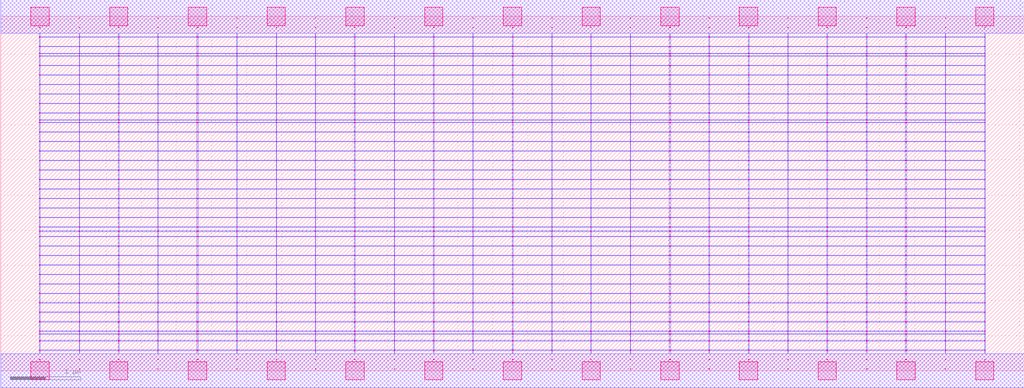
<source format=lef>
MACRO OOAOOOAI22122_DEBUG
 CLASS CORE ;
 FOREIGN OOAOOOAI22122_DEBUG 0 0 ;
 SIZE 14.56 BY 5.04 ;
 ORIGIN 0 0 ;
 SYMMETRY X Y R90 ;
 SITE unit ;

 OBS
    LAYER polycont ;
     RECT 7.27600000 2.58300000 7.28900000 2.59100000 ;
     RECT 7.27600000 2.71800000 7.28900000 2.72600000 ;
     RECT 7.27600000 2.85300000 7.28900000 2.86100000 ;
     RECT 7.27600000 2.98800000 7.28900000 2.99600000 ;
     RECT 9.51100000 2.58300000 9.52900000 2.59100000 ;
     RECT 10.07600000 2.58300000 10.08400000 2.59100000 ;
     RECT 10.63600000 2.58300000 10.64900000 2.59100000 ;
     RECT 11.19600000 2.58300000 11.20400000 2.59100000 ;
     RECT 11.75100000 2.58300000 11.76400000 2.59100000 ;
     RECT 12.31600000 2.58300000 12.32400000 2.59100000 ;
     RECT 12.87100000 2.58300000 12.88900000 2.59100000 ;
     RECT 13.43600000 2.58300000 13.44400000 2.59100000 ;
     RECT 13.99600000 2.58300000 14.00900000 2.59100000 ;
     RECT 7.83600000 2.58300000 7.84400000 2.59100000 ;
     RECT 7.83600000 2.71800000 7.84400000 2.72600000 ;
     RECT 8.39100000 2.71800000 8.40400000 2.72600000 ;
     RECT 8.95600000 2.71800000 8.96400000 2.72600000 ;
     RECT 9.51100000 2.71800000 9.52900000 2.72600000 ;
     RECT 10.07600000 2.71800000 10.08400000 2.72600000 ;
     RECT 10.63600000 2.71800000 10.64900000 2.72600000 ;
     RECT 11.19600000 2.71800000 11.20400000 2.72600000 ;
     RECT 11.75100000 2.71800000 11.76400000 2.72600000 ;
     RECT 12.31600000 2.71800000 12.32400000 2.72600000 ;
     RECT 12.87100000 2.71800000 12.88900000 2.72600000 ;
     RECT 13.43600000 2.71800000 13.44400000 2.72600000 ;
     RECT 13.99600000 2.71800000 14.00900000 2.72600000 ;
     RECT 8.39100000 2.58300000 8.40400000 2.59100000 ;
     RECT 7.83600000 2.85300000 7.84400000 2.86100000 ;
     RECT 8.39100000 2.85300000 8.40400000 2.86100000 ;
     RECT 8.95600000 2.85300000 8.96400000 2.86100000 ;
     RECT 9.51100000 2.85300000 9.52900000 2.86100000 ;
     RECT 10.07600000 2.85300000 10.08400000 2.86100000 ;
     RECT 10.63600000 2.85300000 10.64900000 2.86100000 ;
     RECT 11.19600000 2.85300000 11.20400000 2.86100000 ;
     RECT 11.75100000 2.85300000 11.76400000 2.86100000 ;
     RECT 12.31600000 2.85300000 12.32400000 2.86100000 ;
     RECT 12.87100000 2.85300000 12.88900000 2.86100000 ;
     RECT 13.43600000 2.85300000 13.44400000 2.86100000 ;
     RECT 13.99600000 2.85300000 14.00900000 2.86100000 ;
     RECT 8.95600000 2.58300000 8.96400000 2.59100000 ;
     RECT 7.83600000 2.98800000 7.84400000 2.99600000 ;
     RECT 8.39100000 2.98800000 8.40400000 2.99600000 ;
     RECT 8.95600000 2.98800000 8.96400000 2.99600000 ;
     RECT 9.51100000 2.98800000 9.52900000 2.99600000 ;
     RECT 10.07600000 2.98800000 10.08400000 2.99600000 ;
     RECT 10.63600000 2.98800000 10.64900000 2.99600000 ;
     RECT 11.19600000 2.98800000 11.20400000 2.99600000 ;
     RECT 11.75100000 2.98800000 11.76400000 2.99600000 ;
     RECT 12.31600000 2.98800000 12.32400000 2.99600000 ;
     RECT 12.87100000 2.98800000 12.88900000 2.99600000 ;
     RECT 13.43600000 2.98800000 13.44400000 2.99600000 ;
     RECT 13.99600000 2.98800000 14.00900000 2.99600000 ;
     RECT 7.83600000 3.12300000 7.84400000 3.13100000 ;
     RECT 11.19600000 3.12300000 11.20400000 3.13100000 ;
     RECT 7.83600000 3.25800000 7.84400000 3.26600000 ;
     RECT 11.19600000 3.25800000 11.20400000 3.26600000 ;
     RECT 7.83600000 3.39300000 7.84400000 3.40100000 ;
     RECT 11.19600000 3.39300000 11.20400000 3.40100000 ;
     RECT 7.83600000 3.52800000 7.84400000 3.53600000 ;
     RECT 11.19600000 3.52800000 11.20400000 3.53600000 ;
     RECT 7.83600000 3.56100000 7.84400000 3.56900000 ;
     RECT 11.19600000 3.56100000 11.20400000 3.56900000 ;
     RECT 7.83600000 3.66300000 7.84400000 3.67100000 ;
     RECT 11.19600000 3.66300000 11.20400000 3.67100000 ;
     RECT 7.83600000 3.79800000 7.84400000 3.80600000 ;
     RECT 11.19600000 3.79800000 11.20400000 3.80600000 ;
     RECT 7.83600000 3.93300000 7.84400000 3.94100000 ;
     RECT 11.19600000 3.93300000 11.20400000 3.94100000 ;
     RECT 7.83600000 4.06800000 7.84400000 4.07600000 ;
     RECT 11.19600000 4.06800000 11.20400000 4.07600000 ;
     RECT 7.83600000 4.20300000 7.84400000 4.21100000 ;
     RECT 11.19600000 4.20300000 11.20400000 4.21100000 ;
     RECT 7.83600000 4.33800000 7.84400000 4.34600000 ;
     RECT 11.19600000 4.33800000 11.20400000 4.34600000 ;
     RECT 7.83600000 4.47300000 7.84400000 4.48100000 ;
     RECT 11.19600000 4.47300000 11.20400000 4.48100000 ;
     RECT 7.83600000 4.51100000 7.84400000 4.51900000 ;
     RECT 11.19600000 4.51100000 11.20400000 4.51900000 ;
     RECT 7.83600000 4.60800000 7.84400000 4.61600000 ;
     RECT 11.19600000 4.60800000 11.20400000 4.61600000 ;
     RECT 7.83600000 4.74300000 7.84400000 4.75100000 ;
     RECT 11.19600000 4.74300000 11.20400000 4.75100000 ;
     RECT 7.83600000 4.87800000 7.84400000 4.88600000 ;
     RECT 11.19600000 4.87800000 11.20400000 4.88600000 ;
     RECT 5.59600000 2.98800000 5.60400000 2.99600000 ;
     RECT 6.15100000 2.98800000 6.16900000 2.99600000 ;
     RECT 6.71600000 2.98800000 6.72400000 2.99600000 ;
     RECT 2.23600000 2.58300000 2.24400000 2.59100000 ;
     RECT 2.79100000 2.58300000 2.80900000 2.59100000 ;
     RECT 3.35600000 2.58300000 3.36400000 2.59100000 ;
     RECT 3.91600000 2.58300000 3.92900000 2.59100000 ;
     RECT 4.47600000 2.58300000 4.48400000 2.59100000 ;
     RECT 5.03100000 2.58300000 5.04400000 2.59100000 ;
     RECT 5.59600000 2.58300000 5.60400000 2.59100000 ;
     RECT 6.15100000 2.58300000 6.16900000 2.59100000 ;
     RECT 6.71600000 2.58300000 6.72400000 2.59100000 ;
     RECT 0.55100000 2.58300000 0.56400000 2.59100000 ;
     RECT 0.55100000 2.71800000 0.56400000 2.72600000 ;
     RECT 0.55100000 2.85300000 0.56400000 2.86100000 ;
     RECT 1.11600000 2.85300000 1.12400000 2.86100000 ;
     RECT 4.47600000 3.12300000 4.48400000 3.13100000 ;
     RECT 1.67100000 2.85300000 1.68900000 2.86100000 ;
     RECT 2.23600000 2.85300000 2.24400000 2.86100000 ;
     RECT 4.47600000 3.25800000 4.48400000 3.26600000 ;
     RECT 2.79100000 2.85300000 2.80900000 2.86100000 ;
     RECT 3.35600000 2.85300000 3.36400000 2.86100000 ;
     RECT 4.47600000 3.39300000 4.48400000 3.40100000 ;
     RECT 3.91600000 2.85300000 3.92900000 2.86100000 ;
     RECT 4.47600000 2.85300000 4.48400000 2.86100000 ;
     RECT 4.47600000 3.52800000 4.48400000 3.53600000 ;
     RECT 5.03100000 2.85300000 5.04400000 2.86100000 ;
     RECT 5.59600000 2.85300000 5.60400000 2.86100000 ;
     RECT 4.47600000 3.56100000 4.48400000 3.56900000 ;
     RECT 6.15100000 2.85300000 6.16900000 2.86100000 ;
     RECT 6.71600000 2.85300000 6.72400000 2.86100000 ;
     RECT 4.47600000 3.66300000 4.48400000 3.67100000 ;
     RECT 1.11600000 2.71800000 1.12400000 2.72600000 ;
     RECT 1.67100000 2.71800000 1.68900000 2.72600000 ;
     RECT 4.47600000 3.79800000 4.48400000 3.80600000 ;
     RECT 2.23600000 2.71800000 2.24400000 2.72600000 ;
     RECT 2.79100000 2.71800000 2.80900000 2.72600000 ;
     RECT 4.47600000 3.93300000 4.48400000 3.94100000 ;
     RECT 3.35600000 2.71800000 3.36400000 2.72600000 ;
     RECT 3.91600000 2.71800000 3.92900000 2.72600000 ;
     RECT 4.47600000 4.06800000 4.48400000 4.07600000 ;
     RECT 4.47600000 2.71800000 4.48400000 2.72600000 ;
     RECT 5.03100000 2.71800000 5.04400000 2.72600000 ;
     RECT 4.47600000 4.20300000 4.48400000 4.21100000 ;
     RECT 5.59600000 2.71800000 5.60400000 2.72600000 ;
     RECT 6.15100000 2.71800000 6.16900000 2.72600000 ;
     RECT 4.47600000 4.33800000 4.48400000 4.34600000 ;
     RECT 6.71600000 2.71800000 6.72400000 2.72600000 ;
     RECT 1.11600000 2.58300000 1.12400000 2.59100000 ;
     RECT 4.47600000 4.47300000 4.48400000 4.48100000 ;
     RECT 1.67100000 2.58300000 1.68900000 2.59100000 ;
     RECT 0.55100000 2.98800000 0.56400000 2.99600000 ;
     RECT 4.47600000 4.51100000 4.48400000 4.51900000 ;
     RECT 1.11600000 2.98800000 1.12400000 2.99600000 ;
     RECT 1.67100000 2.98800000 1.68900000 2.99600000 ;
     RECT 4.47600000 4.60800000 4.48400000 4.61600000 ;
     RECT 2.23600000 2.98800000 2.24400000 2.99600000 ;
     RECT 2.79100000 2.98800000 2.80900000 2.99600000 ;
     RECT 4.47600000 4.74300000 4.48400000 4.75100000 ;
     RECT 3.35600000 2.98800000 3.36400000 2.99600000 ;
     RECT 3.91600000 2.98800000 3.92900000 2.99600000 ;
     RECT 4.47600000 4.87800000 4.48400000 4.88600000 ;
     RECT 4.47600000 2.98800000 4.48400000 2.99600000 ;
     RECT 5.03100000 2.98800000 5.04400000 2.99600000 ;
     RECT 11.19600000 1.36800000 11.20400000 1.37600000 ;
     RECT 11.75100000 1.36800000 11.76400000 1.37600000 ;
     RECT 12.31600000 1.36800000 12.32400000 1.37600000 ;
     RECT 12.87100000 1.36800000 12.88900000 1.37600000 ;
     RECT 13.43600000 1.36800000 13.44400000 1.37600000 ;
     RECT 13.99600000 1.36800000 14.00900000 1.37600000 ;
     RECT 11.19600000 1.50300000 11.20400000 1.51100000 ;
     RECT 11.75100000 1.50300000 11.76400000 1.51100000 ;
     RECT 12.31600000 1.50300000 12.32400000 1.51100000 ;
     RECT 12.87100000 1.50300000 12.88900000 1.51100000 ;
     RECT 13.43600000 1.50300000 13.44400000 1.51100000 ;
     RECT 13.99600000 1.50300000 14.00900000 1.51100000 ;
     RECT 11.19600000 1.63800000 11.20400000 1.64600000 ;
     RECT 11.75100000 1.63800000 11.76400000 1.64600000 ;
     RECT 12.31600000 1.63800000 12.32400000 1.64600000 ;
     RECT 12.87100000 1.63800000 12.88900000 1.64600000 ;
     RECT 13.43600000 1.63800000 13.44400000 1.64600000 ;
     RECT 13.99600000 1.63800000 14.00900000 1.64600000 ;
     RECT 11.19600000 1.77300000 11.20400000 1.78100000 ;
     RECT 11.75100000 1.77300000 11.76400000 1.78100000 ;
     RECT 12.31600000 1.77300000 12.32400000 1.78100000 ;
     RECT 12.87100000 1.77300000 12.88900000 1.78100000 ;
     RECT 13.43600000 1.77300000 13.44400000 1.78100000 ;
     RECT 13.99600000 1.77300000 14.00900000 1.78100000 ;
     RECT 11.19600000 1.90800000 11.20400000 1.91600000 ;
     RECT 11.75100000 1.90800000 11.76400000 1.91600000 ;
     RECT 12.31600000 1.90800000 12.32400000 1.91600000 ;
     RECT 12.87100000 1.90800000 12.88900000 1.91600000 ;
     RECT 13.43600000 1.90800000 13.44400000 1.91600000 ;
     RECT 13.99600000 1.90800000 14.00900000 1.91600000 ;
     RECT 11.19600000 1.98100000 11.20400000 1.98900000 ;
     RECT 11.75100000 1.98100000 11.76400000 1.98900000 ;
     RECT 12.31600000 1.98100000 12.32400000 1.98900000 ;
     RECT 12.87100000 1.98100000 12.88900000 1.98900000 ;
     RECT 13.43600000 1.98100000 13.44400000 1.98900000 ;
     RECT 13.99600000 1.98100000 14.00900000 1.98900000 ;
     RECT 11.19600000 2.04300000 11.20400000 2.05100000 ;
     RECT 11.75100000 2.04300000 11.76400000 2.05100000 ;
     RECT 12.31600000 2.04300000 12.32400000 2.05100000 ;
     RECT 12.87100000 2.04300000 12.88900000 2.05100000 ;
     RECT 13.43600000 2.04300000 13.44400000 2.05100000 ;
     RECT 13.99600000 2.04300000 14.00900000 2.05100000 ;
     RECT 11.19600000 2.17800000 11.20400000 2.18600000 ;
     RECT 11.75100000 2.17800000 11.76400000 2.18600000 ;
     RECT 12.31600000 2.17800000 12.32400000 2.18600000 ;
     RECT 12.87100000 2.17800000 12.88900000 2.18600000 ;
     RECT 13.43600000 2.17800000 13.44400000 2.18600000 ;
     RECT 13.99600000 2.17800000 14.00900000 2.18600000 ;
     RECT 11.19600000 2.31300000 11.20400000 2.32100000 ;
     RECT 11.75100000 2.31300000 11.76400000 2.32100000 ;
     RECT 12.31600000 2.31300000 12.32400000 2.32100000 ;
     RECT 12.87100000 2.31300000 12.88900000 2.32100000 ;
     RECT 13.43600000 2.31300000 13.44400000 2.32100000 ;
     RECT 13.99600000 2.31300000 14.00900000 2.32100000 ;
     RECT 11.19600000 2.44800000 11.20400000 2.45600000 ;
     RECT 11.75100000 2.44800000 11.76400000 2.45600000 ;
     RECT 12.31600000 2.44800000 12.32400000 2.45600000 ;
     RECT 12.87100000 2.44800000 12.88900000 2.45600000 ;
     RECT 13.43600000 2.44800000 13.44400000 2.45600000 ;
     RECT 13.99600000 2.44800000 14.00900000 2.45600000 ;
     RECT 12.31600000 1.23300000 12.32400000 1.24100000 ;
     RECT 12.87100000 1.23300000 12.88900000 1.24100000 ;
     RECT 13.43600000 1.23300000 13.44400000 1.24100000 ;
     RECT 13.99600000 1.23300000 14.00900000 1.24100000 ;
     RECT 13.43600000 0.55800000 13.44400000 0.56600000 ;
     RECT 13.99600000 0.55800000 14.00900000 0.56600000 ;
     RECT 11.19600000 0.69300000 11.20400000 0.70100000 ;
     RECT 11.75100000 0.69300000 11.76400000 0.70100000 ;
     RECT 12.31600000 0.69300000 12.32400000 0.70100000 ;
     RECT 12.87100000 0.69300000 12.88900000 0.70100000 ;
     RECT 13.43600000 0.69300000 13.44400000 0.70100000 ;
     RECT 13.99600000 0.69300000 14.00900000 0.70100000 ;
     RECT 11.19600000 0.82800000 11.20400000 0.83600000 ;
     RECT 11.75100000 0.82800000 11.76400000 0.83600000 ;
     RECT 12.31600000 0.82800000 12.32400000 0.83600000 ;
     RECT 12.87100000 0.82800000 12.88900000 0.83600000 ;
     RECT 13.43600000 0.82800000 13.44400000 0.83600000 ;
     RECT 13.99600000 0.82800000 14.00900000 0.83600000 ;
     RECT 11.19600000 0.96300000 11.20400000 0.97100000 ;
     RECT 11.75100000 0.96300000 11.76400000 0.97100000 ;
     RECT 12.31600000 0.96300000 12.32400000 0.97100000 ;
     RECT 12.87100000 0.96300000 12.88900000 0.97100000 ;
     RECT 13.43600000 0.96300000 13.44400000 0.97100000 ;
     RECT 13.99600000 0.96300000 14.00900000 0.97100000 ;
     RECT 11.19600000 1.09800000 11.20400000 1.10600000 ;
     RECT 11.75100000 1.09800000 11.76400000 1.10600000 ;
     RECT 12.31600000 1.09800000 12.32400000 1.10600000 ;
     RECT 12.87100000 1.09800000 12.88900000 1.10600000 ;
     RECT 13.43600000 1.09800000 13.44400000 1.10600000 ;
     RECT 13.99600000 1.09800000 14.00900000 1.10600000 ;
     RECT 11.19600000 1.23300000 11.20400000 1.24100000 ;
     RECT 11.75100000 1.23300000 11.76400000 1.24100000 ;
     RECT 11.19600000 0.15300000 11.20400000 0.16100000 ;
     RECT 11.75100000 0.15300000 11.76400000 0.16100000 ;
     RECT 12.31600000 0.15300000 12.32400000 0.16100000 ;
     RECT 12.87100000 0.15300000 12.88900000 0.16100000 ;
     RECT 13.43600000 0.15300000 13.44400000 0.16100000 ;
     RECT 13.99600000 0.15300000 14.00900000 0.16100000 ;
     RECT 11.19600000 0.28800000 11.20400000 0.29600000 ;
     RECT 11.75100000 0.28800000 11.76400000 0.29600000 ;
     RECT 12.31600000 0.28800000 12.32400000 0.29600000 ;
     RECT 12.87100000 0.28800000 12.88900000 0.29600000 ;
     RECT 13.43600000 0.28800000 13.44400000 0.29600000 ;
     RECT 13.99600000 0.28800000 14.00900000 0.29600000 ;
     RECT 11.19600000 0.42300000 11.20400000 0.43100000 ;
     RECT 11.75100000 0.42300000 11.76400000 0.43100000 ;
     RECT 12.31600000 0.42300000 12.32400000 0.43100000 ;
     RECT 12.87100000 0.42300000 12.88900000 0.43100000 ;
     RECT 13.43600000 0.42300000 13.44400000 0.43100000 ;
     RECT 13.99600000 0.42300000 14.00900000 0.43100000 ;
     RECT 11.19600000 0.52100000 11.20400000 0.52900000 ;
     RECT 11.75100000 0.52100000 11.76400000 0.52900000 ;
     RECT 12.31600000 0.52100000 12.32400000 0.52900000 ;
     RECT 12.87100000 0.52100000 12.88900000 0.52900000 ;
     RECT 13.43600000 0.52100000 13.44400000 0.52900000 ;
     RECT 13.99600000 0.52100000 14.00900000 0.52900000 ;
     RECT 11.19600000 0.55800000 11.20400000 0.56600000 ;
     RECT 11.75100000 0.55800000 11.76400000 0.56600000 ;
     RECT 12.31600000 0.55800000 12.32400000 0.56600000 ;
     RECT 12.87100000 0.55800000 12.88900000 0.56600000 ;

    LAYER pdiffc ;
     RECT 0.55100000 3.39300000 0.55900000 3.40100000 ;
     RECT 3.92100000 3.39300000 3.92900000 3.40100000 ;
     RECT 5.03100000 3.39300000 5.03900000 3.40100000 ;
     RECT 7.28100000 3.39300000 7.28900000 3.40100000 ;
     RECT 8.39100000 3.39300000 8.39900000 3.40100000 ;
     RECT 10.64100000 3.39300000 10.64900000 3.40100000 ;
     RECT 11.75100000 3.39300000 11.75900000 3.40100000 ;
     RECT 14.00100000 3.39300000 14.00900000 3.40100000 ;
     RECT 0.55100000 3.52800000 0.55900000 3.53600000 ;
     RECT 3.92100000 3.52800000 3.92900000 3.53600000 ;
     RECT 5.03100000 3.52800000 5.03900000 3.53600000 ;
     RECT 7.28100000 3.52800000 7.28900000 3.53600000 ;
     RECT 8.39100000 3.52800000 8.39900000 3.53600000 ;
     RECT 10.64100000 3.52800000 10.64900000 3.53600000 ;
     RECT 11.75100000 3.52800000 11.75900000 3.53600000 ;
     RECT 14.00100000 3.52800000 14.00900000 3.53600000 ;
     RECT 0.55100000 3.56100000 0.55900000 3.56900000 ;
     RECT 3.92100000 3.56100000 3.92900000 3.56900000 ;
     RECT 5.03100000 3.56100000 5.03900000 3.56900000 ;
     RECT 7.28100000 3.56100000 7.28900000 3.56900000 ;
     RECT 8.39100000 3.56100000 8.39900000 3.56900000 ;
     RECT 10.64100000 3.56100000 10.64900000 3.56900000 ;
     RECT 11.75100000 3.56100000 11.75900000 3.56900000 ;
     RECT 14.00100000 3.56100000 14.00900000 3.56900000 ;
     RECT 0.55100000 3.66300000 0.55900000 3.67100000 ;
     RECT 3.92100000 3.66300000 3.92900000 3.67100000 ;
     RECT 5.03100000 3.66300000 5.03900000 3.67100000 ;
     RECT 7.28100000 3.66300000 7.28900000 3.67100000 ;
     RECT 8.39100000 3.66300000 8.39900000 3.67100000 ;
     RECT 10.64100000 3.66300000 10.64900000 3.67100000 ;
     RECT 11.75100000 3.66300000 11.75900000 3.67100000 ;
     RECT 14.00100000 3.66300000 14.00900000 3.67100000 ;
     RECT 0.55100000 3.79800000 0.55900000 3.80600000 ;
     RECT 3.92100000 3.79800000 3.92900000 3.80600000 ;
     RECT 5.03100000 3.79800000 5.03900000 3.80600000 ;
     RECT 7.28100000 3.79800000 7.28900000 3.80600000 ;
     RECT 8.39100000 3.79800000 8.39900000 3.80600000 ;
     RECT 10.64100000 3.79800000 10.64900000 3.80600000 ;
     RECT 11.75100000 3.79800000 11.75900000 3.80600000 ;
     RECT 14.00100000 3.79800000 14.00900000 3.80600000 ;
     RECT 0.55100000 3.93300000 0.55900000 3.94100000 ;
     RECT 3.92100000 3.93300000 3.92900000 3.94100000 ;
     RECT 5.03100000 3.93300000 5.03900000 3.94100000 ;
     RECT 7.28100000 3.93300000 7.28900000 3.94100000 ;
     RECT 8.39100000 3.93300000 8.39900000 3.94100000 ;
     RECT 10.64100000 3.93300000 10.64900000 3.94100000 ;
     RECT 11.75100000 3.93300000 11.75900000 3.94100000 ;
     RECT 14.00100000 3.93300000 14.00900000 3.94100000 ;
     RECT 0.55100000 4.06800000 0.55900000 4.07600000 ;
     RECT 3.92100000 4.06800000 3.92900000 4.07600000 ;
     RECT 5.03100000 4.06800000 5.03900000 4.07600000 ;
     RECT 7.28100000 4.06800000 7.28900000 4.07600000 ;
     RECT 8.39100000 4.06800000 8.39900000 4.07600000 ;
     RECT 10.64100000 4.06800000 10.64900000 4.07600000 ;
     RECT 11.75100000 4.06800000 11.75900000 4.07600000 ;
     RECT 14.00100000 4.06800000 14.00900000 4.07600000 ;
     RECT 0.55100000 4.20300000 0.55900000 4.21100000 ;
     RECT 3.92100000 4.20300000 3.92900000 4.21100000 ;
     RECT 5.03100000 4.20300000 5.03900000 4.21100000 ;
     RECT 7.28100000 4.20300000 7.28900000 4.21100000 ;
     RECT 8.39100000 4.20300000 8.39900000 4.21100000 ;
     RECT 10.64100000 4.20300000 10.64900000 4.21100000 ;
     RECT 11.75100000 4.20300000 11.75900000 4.21100000 ;
     RECT 14.00100000 4.20300000 14.00900000 4.21100000 ;
     RECT 0.55100000 4.33800000 0.55900000 4.34600000 ;
     RECT 3.92100000 4.33800000 3.92900000 4.34600000 ;
     RECT 5.03100000 4.33800000 5.03900000 4.34600000 ;
     RECT 7.28100000 4.33800000 7.28900000 4.34600000 ;
     RECT 8.39100000 4.33800000 8.39900000 4.34600000 ;
     RECT 10.64100000 4.33800000 10.64900000 4.34600000 ;
     RECT 11.75100000 4.33800000 11.75900000 4.34600000 ;
     RECT 14.00100000 4.33800000 14.00900000 4.34600000 ;
     RECT 0.55100000 4.47300000 0.55900000 4.48100000 ;
     RECT 3.92100000 4.47300000 3.92900000 4.48100000 ;
     RECT 5.03100000 4.47300000 5.03900000 4.48100000 ;
     RECT 7.28100000 4.47300000 7.28900000 4.48100000 ;
     RECT 8.39100000 4.47300000 8.39900000 4.48100000 ;
     RECT 10.64100000 4.47300000 10.64900000 4.48100000 ;
     RECT 11.75100000 4.47300000 11.75900000 4.48100000 ;
     RECT 14.00100000 4.47300000 14.00900000 4.48100000 ;
     RECT 0.55100000 4.51100000 0.55900000 4.51900000 ;
     RECT 3.92100000 4.51100000 3.92900000 4.51900000 ;
     RECT 5.03100000 4.51100000 5.03900000 4.51900000 ;
     RECT 7.28100000 4.51100000 7.28900000 4.51900000 ;
     RECT 8.39100000 4.51100000 8.39900000 4.51900000 ;
     RECT 10.64100000 4.51100000 10.64900000 4.51900000 ;
     RECT 11.75100000 4.51100000 11.75900000 4.51900000 ;
     RECT 14.00100000 4.51100000 14.00900000 4.51900000 ;
     RECT 0.55100000 4.60800000 0.55900000 4.61600000 ;
     RECT 3.92100000 4.60800000 3.92900000 4.61600000 ;
     RECT 5.03100000 4.60800000 5.03900000 4.61600000 ;
     RECT 7.28100000 4.60800000 7.28900000 4.61600000 ;
     RECT 8.39100000 4.60800000 8.39900000 4.61600000 ;
     RECT 10.64100000 4.60800000 10.64900000 4.61600000 ;
     RECT 11.75100000 4.60800000 11.75900000 4.61600000 ;
     RECT 14.00100000 4.60800000 14.00900000 4.61600000 ;

    LAYER ndiffc ;
     RECT 6.15100000 0.42300000 6.16900000 0.43100000 ;
     RECT 7.27600000 0.42300000 7.28900000 0.43100000 ;
     RECT 8.39100000 0.42300000 8.40400000 0.43100000 ;
     RECT 9.51100000 0.42300000 9.52900000 0.43100000 ;
     RECT 10.63600000 0.42300000 10.64900000 0.43100000 ;
     RECT 6.15100000 0.52100000 6.16900000 0.52900000 ;
     RECT 7.27600000 0.52100000 7.28900000 0.52900000 ;
     RECT 8.39100000 0.52100000 8.40400000 0.52900000 ;
     RECT 9.51100000 0.52100000 9.52900000 0.52900000 ;
     RECT 10.63600000 0.52100000 10.64900000 0.52900000 ;
     RECT 6.15100000 0.55800000 6.16900000 0.56600000 ;
     RECT 7.27600000 0.55800000 7.28900000 0.56600000 ;
     RECT 8.39100000 0.55800000 8.40400000 0.56600000 ;
     RECT 9.51100000 0.55800000 9.52900000 0.56600000 ;
     RECT 10.63600000 0.55800000 10.64900000 0.56600000 ;
     RECT 6.15100000 0.69300000 6.16900000 0.70100000 ;
     RECT 7.27600000 0.69300000 7.28900000 0.70100000 ;
     RECT 8.39100000 0.69300000 8.40400000 0.70100000 ;
     RECT 9.51100000 0.69300000 9.52900000 0.70100000 ;
     RECT 10.63600000 0.69300000 10.64900000 0.70100000 ;
     RECT 6.15100000 0.82800000 6.16900000 0.83600000 ;
     RECT 7.27600000 0.82800000 7.28900000 0.83600000 ;
     RECT 8.39100000 0.82800000 8.40400000 0.83600000 ;
     RECT 9.51100000 0.82800000 9.52900000 0.83600000 ;
     RECT 10.63600000 0.82800000 10.64900000 0.83600000 ;
     RECT 6.15100000 0.96300000 6.16900000 0.97100000 ;
     RECT 7.27600000 0.96300000 7.28900000 0.97100000 ;
     RECT 8.39100000 0.96300000 8.40400000 0.97100000 ;
     RECT 9.51100000 0.96300000 9.52900000 0.97100000 ;
     RECT 10.63600000 0.96300000 10.64900000 0.97100000 ;
     RECT 6.15100000 1.09800000 6.16900000 1.10600000 ;
     RECT 7.27600000 1.09800000 7.28900000 1.10600000 ;
     RECT 8.39100000 1.09800000 8.40400000 1.10600000 ;
     RECT 9.51100000 1.09800000 9.52900000 1.10600000 ;
     RECT 10.63600000 1.09800000 10.64900000 1.10600000 ;
     RECT 6.15100000 1.23300000 6.16900000 1.24100000 ;
     RECT 7.27600000 1.23300000 7.28900000 1.24100000 ;
     RECT 8.39100000 1.23300000 8.40400000 1.24100000 ;
     RECT 9.51100000 1.23300000 9.52900000 1.24100000 ;
     RECT 10.63600000 1.23300000 10.64900000 1.24100000 ;
     RECT 6.15100000 1.36800000 6.16900000 1.37600000 ;
     RECT 7.27600000 1.36800000 7.28900000 1.37600000 ;
     RECT 8.39100000 1.36800000 8.40400000 1.37600000 ;
     RECT 9.51100000 1.36800000 9.52900000 1.37600000 ;
     RECT 10.63600000 1.36800000 10.64900000 1.37600000 ;
     RECT 6.15100000 1.50300000 6.16900000 1.51100000 ;
     RECT 7.27600000 1.50300000 7.28900000 1.51100000 ;
     RECT 8.39100000 1.50300000 8.40400000 1.51100000 ;
     RECT 9.51100000 1.50300000 9.52900000 1.51100000 ;
     RECT 10.63600000 1.50300000 10.64900000 1.51100000 ;
     RECT 6.15100000 1.63800000 6.16900000 1.64600000 ;
     RECT 7.27600000 1.63800000 7.28900000 1.64600000 ;
     RECT 8.39100000 1.63800000 8.40400000 1.64600000 ;
     RECT 9.51100000 1.63800000 9.52900000 1.64600000 ;
     RECT 10.63600000 1.63800000 10.64900000 1.64600000 ;
     RECT 6.15100000 1.77300000 6.16900000 1.78100000 ;
     RECT 7.27600000 1.77300000 7.28900000 1.78100000 ;
     RECT 8.39100000 1.77300000 8.40400000 1.78100000 ;
     RECT 9.51100000 1.77300000 9.52900000 1.78100000 ;
     RECT 10.63600000 1.77300000 10.64900000 1.78100000 ;
     RECT 6.15100000 1.90800000 6.16900000 1.91600000 ;
     RECT 7.27600000 1.90800000 7.28900000 1.91600000 ;
     RECT 8.39100000 1.90800000 8.40400000 1.91600000 ;
     RECT 9.51100000 1.90800000 9.52900000 1.91600000 ;
     RECT 10.63600000 1.90800000 10.64900000 1.91600000 ;
     RECT 6.15100000 1.98100000 6.16900000 1.98900000 ;
     RECT 7.27600000 1.98100000 7.28900000 1.98900000 ;
     RECT 8.39100000 1.98100000 8.40400000 1.98900000 ;
     RECT 9.51100000 1.98100000 9.52900000 1.98900000 ;
     RECT 10.63600000 1.98100000 10.64900000 1.98900000 ;
     RECT 6.15100000 2.04300000 6.16900000 2.05100000 ;
     RECT 7.27600000 2.04300000 7.28900000 2.05100000 ;
     RECT 8.39100000 2.04300000 8.40400000 2.05100000 ;
     RECT 9.51100000 2.04300000 9.52900000 2.05100000 ;
     RECT 10.63600000 2.04300000 10.64900000 2.05100000 ;
     RECT 0.55100000 0.42300000 0.56400000 0.43100000 ;
     RECT 1.67100000 0.42300000 1.68900000 0.43100000 ;
     RECT 2.79100000 0.42300000 2.80900000 0.43100000 ;
     RECT 3.91600000 0.42300000 3.92900000 0.43100000 ;
     RECT 5.03100000 0.42300000 5.04400000 0.43100000 ;
     RECT 0.55100000 1.36800000 0.56400000 1.37600000 ;
     RECT 1.67100000 1.36800000 1.68900000 1.37600000 ;
     RECT 2.79100000 1.36800000 2.80900000 1.37600000 ;
     RECT 3.91600000 1.36800000 3.92900000 1.37600000 ;
     RECT 5.03100000 1.36800000 5.04400000 1.37600000 ;
     RECT 0.55100000 0.82800000 0.56400000 0.83600000 ;
     RECT 1.67100000 0.82800000 1.68900000 0.83600000 ;
     RECT 2.79100000 0.82800000 2.80900000 0.83600000 ;
     RECT 3.91600000 0.82800000 3.92900000 0.83600000 ;
     RECT 5.03100000 0.82800000 5.04400000 0.83600000 ;
     RECT 0.55100000 1.50300000 0.56400000 1.51100000 ;
     RECT 1.67100000 1.50300000 1.68900000 1.51100000 ;
     RECT 2.79100000 1.50300000 2.80900000 1.51100000 ;
     RECT 3.91600000 1.50300000 3.92900000 1.51100000 ;
     RECT 5.03100000 1.50300000 5.04400000 1.51100000 ;
     RECT 0.55100000 0.55800000 0.56400000 0.56600000 ;
     RECT 1.67100000 0.55800000 1.68900000 0.56600000 ;
     RECT 2.79100000 0.55800000 2.80900000 0.56600000 ;
     RECT 3.91600000 0.55800000 3.92900000 0.56600000 ;
     RECT 5.03100000 0.55800000 5.04400000 0.56600000 ;
     RECT 0.55100000 1.63800000 0.56400000 1.64600000 ;
     RECT 1.67100000 1.63800000 1.68900000 1.64600000 ;
     RECT 2.79100000 1.63800000 2.80900000 1.64600000 ;
     RECT 3.91600000 1.63800000 3.92900000 1.64600000 ;
     RECT 5.03100000 1.63800000 5.04400000 1.64600000 ;
     RECT 0.55100000 0.96300000 0.56400000 0.97100000 ;
     RECT 1.67100000 0.96300000 1.68900000 0.97100000 ;
     RECT 2.79100000 0.96300000 2.80900000 0.97100000 ;
     RECT 3.91600000 0.96300000 3.92900000 0.97100000 ;
     RECT 5.03100000 0.96300000 5.04400000 0.97100000 ;
     RECT 0.55100000 1.77300000 0.56400000 1.78100000 ;
     RECT 1.67100000 1.77300000 1.68900000 1.78100000 ;
     RECT 2.79100000 1.77300000 2.80900000 1.78100000 ;
     RECT 3.91600000 1.77300000 3.92900000 1.78100000 ;
     RECT 5.03100000 1.77300000 5.04400000 1.78100000 ;
     RECT 0.55100000 0.52100000 0.56400000 0.52900000 ;
     RECT 1.67100000 0.52100000 1.68900000 0.52900000 ;
     RECT 2.79100000 0.52100000 2.80900000 0.52900000 ;
     RECT 3.91600000 0.52100000 3.92900000 0.52900000 ;
     RECT 5.03100000 0.52100000 5.04400000 0.52900000 ;
     RECT 0.55100000 1.90800000 0.56400000 1.91600000 ;
     RECT 1.67100000 1.90800000 1.68900000 1.91600000 ;
     RECT 2.79100000 1.90800000 2.80900000 1.91600000 ;
     RECT 3.91600000 1.90800000 3.92900000 1.91600000 ;
     RECT 5.03100000 1.90800000 5.04400000 1.91600000 ;
     RECT 0.55100000 1.09800000 0.56400000 1.10600000 ;
     RECT 1.67100000 1.09800000 1.68900000 1.10600000 ;
     RECT 2.79100000 1.09800000 2.80900000 1.10600000 ;
     RECT 3.91600000 1.09800000 3.92900000 1.10600000 ;
     RECT 5.03100000 1.09800000 5.04400000 1.10600000 ;
     RECT 0.55100000 1.98100000 0.56400000 1.98900000 ;
     RECT 1.67100000 1.98100000 1.68900000 1.98900000 ;
     RECT 2.79100000 1.98100000 2.80900000 1.98900000 ;
     RECT 3.91600000 1.98100000 3.92900000 1.98900000 ;
     RECT 5.03100000 1.98100000 5.04400000 1.98900000 ;
     RECT 0.55100000 0.69300000 0.56400000 0.70100000 ;
     RECT 1.67100000 0.69300000 1.68900000 0.70100000 ;
     RECT 2.79100000 0.69300000 2.80900000 0.70100000 ;
     RECT 3.91600000 0.69300000 3.92900000 0.70100000 ;
     RECT 5.03100000 0.69300000 5.04400000 0.70100000 ;
     RECT 0.55100000 2.04300000 0.56400000 2.05100000 ;
     RECT 1.67100000 2.04300000 1.68900000 2.05100000 ;
     RECT 2.79100000 2.04300000 2.80900000 2.05100000 ;
     RECT 3.91600000 2.04300000 3.92900000 2.05100000 ;
     RECT 5.03100000 2.04300000 5.04400000 2.05100000 ;
     RECT 0.55100000 1.23300000 0.56400000 1.24100000 ;
     RECT 1.67100000 1.23300000 1.68900000 1.24100000 ;
     RECT 2.79100000 1.23300000 2.80900000 1.24100000 ;
     RECT 3.91600000 1.23300000 3.92900000 1.24100000 ;
     RECT 5.03100000 1.23300000 5.04400000 1.24100000 ;

    LAYER met1 ;
     RECT 0.00000000 -0.24000000 14.56000000 0.24000000 ;
     RECT 7.27600000 0.24000000 7.28900000 0.28800000 ;
     RECT 0.55100000 0.28800000 14.00900000 0.29600000 ;
     RECT 7.27600000 0.29600000 7.28900000 0.42300000 ;
     RECT 0.55100000 0.42300000 14.00900000 0.43100000 ;
     RECT 7.27600000 0.43100000 7.28900000 0.52100000 ;
     RECT 0.55100000 0.52100000 14.00900000 0.52900000 ;
     RECT 7.27600000 0.52900000 7.28900000 0.55800000 ;
     RECT 0.55100000 0.55800000 14.00900000 0.56600000 ;
     RECT 7.27600000 0.56600000 7.28900000 0.69300000 ;
     RECT 0.55100000 0.69300000 14.00900000 0.70100000 ;
     RECT 7.27600000 0.70100000 7.28900000 0.82800000 ;
     RECT 0.55100000 0.82800000 14.00900000 0.83600000 ;
     RECT 7.27600000 0.83600000 7.28900000 0.96300000 ;
     RECT 0.55100000 0.96300000 14.00900000 0.97100000 ;
     RECT 7.27600000 0.97100000 7.28900000 1.09800000 ;
     RECT 0.55100000 1.09800000 14.00900000 1.10600000 ;
     RECT 7.27600000 1.10600000 7.28900000 1.23300000 ;
     RECT 0.55100000 1.23300000 14.00900000 1.24100000 ;
     RECT 7.27600000 1.24100000 7.28900000 1.36800000 ;
     RECT 0.55100000 1.36800000 14.00900000 1.37600000 ;
     RECT 7.27600000 1.37600000 7.28900000 1.50300000 ;
     RECT 0.55100000 1.50300000 14.00900000 1.51100000 ;
     RECT 7.27600000 1.51100000 7.28900000 1.63800000 ;
     RECT 0.55100000 1.63800000 14.00900000 1.64600000 ;
     RECT 7.27600000 1.64600000 7.28900000 1.77300000 ;
     RECT 0.55100000 1.77300000 14.00900000 1.78100000 ;
     RECT 7.27600000 1.78100000 7.28900000 1.90800000 ;
     RECT 0.55100000 1.90800000 14.00900000 1.91600000 ;
     RECT 7.27600000 1.91600000 7.28900000 1.98100000 ;
     RECT 0.55100000 1.98100000 14.00900000 1.98900000 ;
     RECT 7.27600000 1.98900000 7.28900000 2.04300000 ;
     RECT 0.55100000 2.04300000 14.00900000 2.05100000 ;
     RECT 7.27600000 2.05100000 7.28900000 2.17800000 ;
     RECT 0.55100000 2.17800000 14.00900000 2.18600000 ;
     RECT 7.27600000 2.18600000 7.28900000 2.31300000 ;
     RECT 0.55100000 2.31300000 14.00900000 2.32100000 ;
     RECT 7.27600000 2.32100000 7.28900000 2.44800000 ;
     RECT 0.55100000 2.44800000 14.00900000 2.45600000 ;
     RECT 0.55100000 2.45600000 0.56400000 2.58300000 ;
     RECT 1.11600000 2.45600000 1.12400000 2.58300000 ;
     RECT 1.67100000 2.45600000 1.68900000 2.58300000 ;
     RECT 2.23600000 2.45600000 2.24400000 2.58300000 ;
     RECT 2.79100000 2.45600000 2.80900000 2.58300000 ;
     RECT 3.35600000 2.45600000 3.36400000 2.58300000 ;
     RECT 3.91600000 2.45600000 3.92900000 2.58300000 ;
     RECT 4.47600000 2.45600000 4.48400000 2.58300000 ;
     RECT 5.03100000 2.45600000 5.04400000 2.58300000 ;
     RECT 5.59600000 2.45600000 5.60400000 2.58300000 ;
     RECT 6.15100000 2.45600000 6.16900000 2.58300000 ;
     RECT 6.71600000 2.45600000 6.72400000 2.58300000 ;
     RECT 7.27600000 2.45600000 7.28900000 2.58300000 ;
     RECT 7.83600000 2.45600000 7.84400000 2.58300000 ;
     RECT 8.39100000 2.45600000 8.40400000 2.58300000 ;
     RECT 8.95600000 2.45600000 8.96400000 2.58300000 ;
     RECT 9.51100000 2.45600000 9.52900000 2.58300000 ;
     RECT 10.07600000 2.45600000 10.08400000 2.58300000 ;
     RECT 10.63600000 2.45600000 10.64900000 2.58300000 ;
     RECT 11.19600000 2.45600000 11.20400000 2.58300000 ;
     RECT 11.75100000 2.45600000 11.76400000 2.58300000 ;
     RECT 12.31600000 2.45600000 12.32400000 2.58300000 ;
     RECT 12.87100000 2.45600000 12.88900000 2.58300000 ;
     RECT 13.43600000 2.45600000 13.44400000 2.58300000 ;
     RECT 13.99600000 2.45600000 14.00900000 2.58300000 ;
     RECT 0.55100000 2.58300000 14.00900000 2.59100000 ;
     RECT 7.27600000 2.59100000 7.28900000 2.71800000 ;
     RECT 0.55100000 2.71800000 14.00900000 2.72600000 ;
     RECT 7.27600000 2.72600000 7.28900000 2.85300000 ;
     RECT 0.55100000 2.85300000 14.00900000 2.86100000 ;
     RECT 7.27600000 2.86100000 7.28900000 2.98800000 ;
     RECT 0.55100000 2.98800000 14.00900000 2.99600000 ;
     RECT 7.27600000 2.99600000 7.28900000 3.12300000 ;
     RECT 0.55100000 3.12300000 14.00900000 3.13100000 ;
     RECT 7.27600000 3.13100000 7.28900000 3.25800000 ;
     RECT 0.55100000 3.25800000 14.00900000 3.26600000 ;
     RECT 7.27600000 3.26600000 7.28900000 3.39300000 ;
     RECT 0.55100000 3.39300000 14.00900000 3.40100000 ;
     RECT 7.27600000 3.40100000 7.28900000 3.52800000 ;
     RECT 0.55100000 3.52800000 14.00900000 3.53600000 ;
     RECT 7.27600000 3.53600000 7.28900000 3.56100000 ;
     RECT 0.55100000 3.56100000 14.00900000 3.56900000 ;
     RECT 7.27600000 3.56900000 7.28900000 3.66300000 ;
     RECT 0.55100000 3.66300000 14.00900000 3.67100000 ;
     RECT 7.27600000 3.67100000 7.28900000 3.79800000 ;
     RECT 0.55100000 3.79800000 14.00900000 3.80600000 ;
     RECT 7.27600000 3.80600000 7.28900000 3.93300000 ;
     RECT 0.55100000 3.93300000 14.00900000 3.94100000 ;
     RECT 7.27600000 3.94100000 7.28900000 4.06800000 ;
     RECT 0.55100000 4.06800000 14.00900000 4.07600000 ;
     RECT 7.27600000 4.07600000 7.28900000 4.20300000 ;
     RECT 0.55100000 4.20300000 14.00900000 4.21100000 ;
     RECT 7.27600000 4.21100000 7.28900000 4.33800000 ;
     RECT 0.55100000 4.33800000 14.00900000 4.34600000 ;
     RECT 7.27600000 4.34600000 7.28900000 4.47300000 ;
     RECT 0.55100000 4.47300000 14.00900000 4.48100000 ;
     RECT 7.27600000 4.48100000 7.28900000 4.51100000 ;
     RECT 0.55100000 4.51100000 14.00900000 4.51900000 ;
     RECT 7.27600000 4.51900000 7.28900000 4.60800000 ;
     RECT 0.55100000 4.60800000 14.00900000 4.61600000 ;
     RECT 7.27600000 4.61600000 7.28900000 4.74300000 ;
     RECT 0.55100000 4.74300000 14.00900000 4.75100000 ;
     RECT 7.27600000 4.75100000 7.28900000 4.80000000 ;
     RECT 0.00000000 4.80000000 14.56000000 5.28000000 ;
     RECT 7.83600000 3.80600000 7.84400000 3.93300000 ;
     RECT 8.39100000 3.80600000 8.40400000 3.93300000 ;
     RECT 8.95600000 3.80600000 8.96400000 3.93300000 ;
     RECT 9.51100000 3.80600000 9.52900000 3.93300000 ;
     RECT 10.07600000 3.80600000 10.08400000 3.93300000 ;
     RECT 10.63600000 3.80600000 10.64900000 3.93300000 ;
     RECT 11.19600000 3.80600000 11.20400000 3.93300000 ;
     RECT 11.75100000 3.80600000 11.76400000 3.93300000 ;
     RECT 12.31600000 3.80600000 12.32400000 3.93300000 ;
     RECT 12.87100000 3.80600000 12.88900000 3.93300000 ;
     RECT 13.43600000 3.80600000 13.44400000 3.93300000 ;
     RECT 13.99600000 3.80600000 14.00900000 3.93300000 ;
     RECT 11.19600000 3.94100000 11.20400000 4.06800000 ;
     RECT 11.75100000 3.94100000 11.76400000 4.06800000 ;
     RECT 12.31600000 3.94100000 12.32400000 4.06800000 ;
     RECT 12.87100000 3.94100000 12.88900000 4.06800000 ;
     RECT 13.43600000 3.94100000 13.44400000 4.06800000 ;
     RECT 13.99600000 3.94100000 14.00900000 4.06800000 ;
     RECT 11.19600000 4.07600000 11.20400000 4.20300000 ;
     RECT 11.75100000 4.07600000 11.76400000 4.20300000 ;
     RECT 12.31600000 4.07600000 12.32400000 4.20300000 ;
     RECT 12.87100000 4.07600000 12.88900000 4.20300000 ;
     RECT 13.43600000 4.07600000 13.44400000 4.20300000 ;
     RECT 13.99600000 4.07600000 14.00900000 4.20300000 ;
     RECT 11.19600000 4.21100000 11.20400000 4.33800000 ;
     RECT 11.75100000 4.21100000 11.76400000 4.33800000 ;
     RECT 12.31600000 4.21100000 12.32400000 4.33800000 ;
     RECT 12.87100000 4.21100000 12.88900000 4.33800000 ;
     RECT 13.43600000 4.21100000 13.44400000 4.33800000 ;
     RECT 13.99600000 4.21100000 14.00900000 4.33800000 ;
     RECT 11.19600000 4.34600000 11.20400000 4.47300000 ;
     RECT 11.75100000 4.34600000 11.76400000 4.47300000 ;
     RECT 12.31600000 4.34600000 12.32400000 4.47300000 ;
     RECT 12.87100000 4.34600000 12.88900000 4.47300000 ;
     RECT 13.43600000 4.34600000 13.44400000 4.47300000 ;
     RECT 13.99600000 4.34600000 14.00900000 4.47300000 ;
     RECT 11.19600000 4.48100000 11.20400000 4.51100000 ;
     RECT 11.75100000 4.48100000 11.76400000 4.51100000 ;
     RECT 12.31600000 4.48100000 12.32400000 4.51100000 ;
     RECT 12.87100000 4.48100000 12.88900000 4.51100000 ;
     RECT 13.43600000 4.48100000 13.44400000 4.51100000 ;
     RECT 13.99600000 4.48100000 14.00900000 4.51100000 ;
     RECT 11.19600000 4.51900000 11.20400000 4.60800000 ;
     RECT 11.75100000 4.51900000 11.76400000 4.60800000 ;
     RECT 12.31600000 4.51900000 12.32400000 4.60800000 ;
     RECT 12.87100000 4.51900000 12.88900000 4.60800000 ;
     RECT 13.43600000 4.51900000 13.44400000 4.60800000 ;
     RECT 13.99600000 4.51900000 14.00900000 4.60800000 ;
     RECT 11.19600000 4.61600000 11.20400000 4.74300000 ;
     RECT 11.75100000 4.61600000 11.76400000 4.74300000 ;
     RECT 12.31600000 4.61600000 12.32400000 4.74300000 ;
     RECT 12.87100000 4.61600000 12.88900000 4.74300000 ;
     RECT 13.43600000 4.61600000 13.44400000 4.74300000 ;
     RECT 13.99600000 4.61600000 14.00900000 4.74300000 ;
     RECT 11.19600000 4.75100000 11.20400000 4.80000000 ;
     RECT 11.75100000 4.75100000 11.76400000 4.80000000 ;
     RECT 12.31600000 4.75100000 12.32400000 4.80000000 ;
     RECT 12.87100000 4.75100000 12.88900000 4.80000000 ;
     RECT 13.43600000 4.75100000 13.44400000 4.80000000 ;
     RECT 13.99600000 4.75100000 14.00900000 4.80000000 ;
     RECT 7.83600000 4.48100000 7.84400000 4.51100000 ;
     RECT 8.39100000 4.48100000 8.40400000 4.51100000 ;
     RECT 8.95600000 4.48100000 8.96400000 4.51100000 ;
     RECT 9.51100000 4.48100000 9.52900000 4.51100000 ;
     RECT 10.07600000 4.48100000 10.08400000 4.51100000 ;
     RECT 10.63600000 4.48100000 10.64900000 4.51100000 ;
     RECT 7.83600000 4.21100000 7.84400000 4.33800000 ;
     RECT 8.39100000 4.21100000 8.40400000 4.33800000 ;
     RECT 8.95600000 4.21100000 8.96400000 4.33800000 ;
     RECT 9.51100000 4.21100000 9.52900000 4.33800000 ;
     RECT 10.07600000 4.21100000 10.08400000 4.33800000 ;
     RECT 10.63600000 4.21100000 10.64900000 4.33800000 ;
     RECT 7.83600000 4.51900000 7.84400000 4.60800000 ;
     RECT 8.39100000 4.51900000 8.40400000 4.60800000 ;
     RECT 8.95600000 4.51900000 8.96400000 4.60800000 ;
     RECT 9.51100000 4.51900000 9.52900000 4.60800000 ;
     RECT 10.07600000 4.51900000 10.08400000 4.60800000 ;
     RECT 10.63600000 4.51900000 10.64900000 4.60800000 ;
     RECT 7.83600000 4.07600000 7.84400000 4.20300000 ;
     RECT 8.39100000 4.07600000 8.40400000 4.20300000 ;
     RECT 8.95600000 4.07600000 8.96400000 4.20300000 ;
     RECT 9.51100000 4.07600000 9.52900000 4.20300000 ;
     RECT 10.07600000 4.07600000 10.08400000 4.20300000 ;
     RECT 10.63600000 4.07600000 10.64900000 4.20300000 ;
     RECT 7.83600000 4.61600000 7.84400000 4.74300000 ;
     RECT 8.39100000 4.61600000 8.40400000 4.74300000 ;
     RECT 8.95600000 4.61600000 8.96400000 4.74300000 ;
     RECT 9.51100000 4.61600000 9.52900000 4.74300000 ;
     RECT 10.07600000 4.61600000 10.08400000 4.74300000 ;
     RECT 10.63600000 4.61600000 10.64900000 4.74300000 ;
     RECT 7.83600000 4.34600000 7.84400000 4.47300000 ;
     RECT 8.39100000 4.34600000 8.40400000 4.47300000 ;
     RECT 8.95600000 4.34600000 8.96400000 4.47300000 ;
     RECT 9.51100000 4.34600000 9.52900000 4.47300000 ;
     RECT 10.07600000 4.34600000 10.08400000 4.47300000 ;
     RECT 10.63600000 4.34600000 10.64900000 4.47300000 ;
     RECT 7.83600000 4.75100000 7.84400000 4.80000000 ;
     RECT 8.39100000 4.75100000 8.40400000 4.80000000 ;
     RECT 8.95600000 4.75100000 8.96400000 4.80000000 ;
     RECT 9.51100000 4.75100000 9.52900000 4.80000000 ;
     RECT 10.07600000 4.75100000 10.08400000 4.80000000 ;
     RECT 10.63600000 4.75100000 10.64900000 4.80000000 ;
     RECT 7.83600000 3.94100000 7.84400000 4.06800000 ;
     RECT 8.39100000 3.94100000 8.40400000 4.06800000 ;
     RECT 8.95600000 3.94100000 8.96400000 4.06800000 ;
     RECT 9.51100000 3.94100000 9.52900000 4.06800000 ;
     RECT 10.07600000 3.94100000 10.08400000 4.06800000 ;
     RECT 10.63600000 3.94100000 10.64900000 4.06800000 ;
     RECT 7.83600000 2.99600000 7.84400000 3.12300000 ;
     RECT 8.39100000 2.99600000 8.40400000 3.12300000 ;
     RECT 8.95600000 2.99600000 8.96400000 3.12300000 ;
     RECT 9.51100000 2.99600000 9.52900000 3.12300000 ;
     RECT 10.07600000 2.99600000 10.08400000 3.12300000 ;
     RECT 10.63600000 2.99600000 10.64900000 3.12300000 ;
     RECT 7.83600000 2.86100000 7.84400000 2.98800000 ;
     RECT 8.39100000 2.86100000 8.40400000 2.98800000 ;
     RECT 7.83600000 3.13100000 7.84400000 3.25800000 ;
     RECT 8.39100000 3.13100000 8.40400000 3.25800000 ;
     RECT 8.95600000 3.13100000 8.96400000 3.25800000 ;
     RECT 9.51100000 3.13100000 9.52900000 3.25800000 ;
     RECT 10.07600000 3.13100000 10.08400000 3.25800000 ;
     RECT 10.63600000 3.13100000 10.64900000 3.25800000 ;
     RECT 7.83600000 3.26600000 7.84400000 3.39300000 ;
     RECT 8.39100000 3.26600000 8.40400000 3.39300000 ;
     RECT 8.95600000 3.26600000 8.96400000 3.39300000 ;
     RECT 9.51100000 3.26600000 9.52900000 3.39300000 ;
     RECT 10.07600000 3.26600000 10.08400000 3.39300000 ;
     RECT 10.63600000 3.26600000 10.64900000 3.39300000 ;
     RECT 8.95600000 2.86100000 8.96400000 2.98800000 ;
     RECT 9.51100000 2.86100000 9.52900000 2.98800000 ;
     RECT 7.83600000 3.40100000 7.84400000 3.52800000 ;
     RECT 8.39100000 3.40100000 8.40400000 3.52800000 ;
     RECT 8.95600000 3.40100000 8.96400000 3.52800000 ;
     RECT 9.51100000 3.40100000 9.52900000 3.52800000 ;
     RECT 10.07600000 3.40100000 10.08400000 3.52800000 ;
     RECT 10.63600000 3.40100000 10.64900000 3.52800000 ;
     RECT 7.83600000 2.59100000 7.84400000 2.71800000 ;
     RECT 8.39100000 2.59100000 8.40400000 2.71800000 ;
     RECT 7.83600000 3.53600000 7.84400000 3.56100000 ;
     RECT 8.39100000 3.53600000 8.40400000 3.56100000 ;
     RECT 8.95600000 3.53600000 8.96400000 3.56100000 ;
     RECT 9.51100000 3.53600000 9.52900000 3.56100000 ;
     RECT 10.07600000 2.86100000 10.08400000 2.98800000 ;
     RECT 10.63600000 2.86100000 10.64900000 2.98800000 ;
     RECT 10.07600000 3.53600000 10.08400000 3.56100000 ;
     RECT 10.63600000 3.53600000 10.64900000 3.56100000 ;
     RECT 7.83600000 2.72600000 7.84400000 2.85300000 ;
     RECT 8.39100000 2.72600000 8.40400000 2.85300000 ;
     RECT 7.83600000 3.56900000 7.84400000 3.66300000 ;
     RECT 8.39100000 3.56900000 8.40400000 3.66300000 ;
     RECT 8.95600000 3.56900000 8.96400000 3.66300000 ;
     RECT 9.51100000 3.56900000 9.52900000 3.66300000 ;
     RECT 10.07600000 3.56900000 10.08400000 3.66300000 ;
     RECT 10.63600000 3.56900000 10.64900000 3.66300000 ;
     RECT 8.95600000 2.72600000 8.96400000 2.85300000 ;
     RECT 9.51100000 2.72600000 9.52900000 2.85300000 ;
     RECT 7.83600000 3.67100000 7.84400000 3.79800000 ;
     RECT 8.39100000 3.67100000 8.40400000 3.79800000 ;
     RECT 8.95600000 3.67100000 8.96400000 3.79800000 ;
     RECT 9.51100000 3.67100000 9.52900000 3.79800000 ;
     RECT 8.95600000 2.59100000 8.96400000 2.71800000 ;
     RECT 9.51100000 2.59100000 9.52900000 2.71800000 ;
     RECT 10.07600000 3.67100000 10.08400000 3.79800000 ;
     RECT 10.63600000 3.67100000 10.64900000 3.79800000 ;
     RECT 10.07600000 2.72600000 10.08400000 2.85300000 ;
     RECT 10.63600000 2.72600000 10.64900000 2.85300000 ;
     RECT 10.07600000 2.59100000 10.08400000 2.71800000 ;
     RECT 10.63600000 2.59100000 10.64900000 2.71800000 ;
     RECT 12.31600000 3.13100000 12.32400000 3.25800000 ;
     RECT 12.87100000 3.13100000 12.88900000 3.25800000 ;
     RECT 13.43600000 3.13100000 13.44400000 3.25800000 ;
     RECT 13.99600000 3.13100000 14.00900000 3.25800000 ;
     RECT 11.19600000 2.72600000 11.20400000 2.85300000 ;
     RECT 11.75100000 2.72600000 11.76400000 2.85300000 ;
     RECT 12.31600000 2.59100000 12.32400000 2.71800000 ;
     RECT 12.87100000 2.59100000 12.88900000 2.71800000 ;
     RECT 12.87100000 2.99600000 12.88900000 3.12300000 ;
     RECT 11.19600000 3.53600000 11.20400000 3.56100000 ;
     RECT 11.75100000 3.53600000 11.76400000 3.56100000 ;
     RECT 12.31600000 3.53600000 12.32400000 3.56100000 ;
     RECT 12.87100000 3.53600000 12.88900000 3.56100000 ;
     RECT 13.43600000 3.53600000 13.44400000 3.56100000 ;
     RECT 13.99600000 3.53600000 14.00900000 3.56100000 ;
     RECT 13.43600000 2.99600000 13.44400000 3.12300000 ;
     RECT 13.99600000 2.99600000 14.00900000 3.12300000 ;
     RECT 11.19600000 2.59100000 11.20400000 2.71800000 ;
     RECT 12.31600000 2.72600000 12.32400000 2.85300000 ;
     RECT 12.87100000 2.72600000 12.88900000 2.85300000 ;
     RECT 11.75100000 2.59100000 11.76400000 2.71800000 ;
     RECT 13.99600000 2.86100000 14.00900000 2.98800000 ;
     RECT 11.19600000 3.26600000 11.20400000 3.39300000 ;
     RECT 11.75100000 3.26600000 11.76400000 3.39300000 ;
     RECT 12.31600000 3.26600000 12.32400000 3.39300000 ;
     RECT 11.19600000 3.56900000 11.20400000 3.66300000 ;
     RECT 11.75100000 3.56900000 11.76400000 3.66300000 ;
     RECT 12.31600000 3.56900000 12.32400000 3.66300000 ;
     RECT 12.87100000 3.56900000 12.88900000 3.66300000 ;
     RECT 13.43600000 3.56900000 13.44400000 3.66300000 ;
     RECT 13.99600000 3.56900000 14.00900000 3.66300000 ;
     RECT 12.87100000 3.26600000 12.88900000 3.39300000 ;
     RECT 13.43600000 2.72600000 13.44400000 2.85300000 ;
     RECT 13.99600000 2.72600000 14.00900000 2.85300000 ;
     RECT 13.43600000 3.26600000 13.44400000 3.39300000 ;
     RECT 13.99600000 3.26600000 14.00900000 3.39300000 ;
     RECT 13.43600000 2.59100000 13.44400000 2.71800000 ;
     RECT 13.99600000 2.59100000 14.00900000 2.71800000 ;
     RECT 12.87100000 2.86100000 12.88900000 2.98800000 ;
     RECT 13.43600000 2.86100000 13.44400000 2.98800000 ;
     RECT 11.19600000 2.99600000 11.20400000 3.12300000 ;
     RECT 11.19600000 3.67100000 11.20400000 3.79800000 ;
     RECT 11.75100000 3.67100000 11.76400000 3.79800000 ;
     RECT 12.31600000 3.67100000 12.32400000 3.79800000 ;
     RECT 12.87100000 3.67100000 12.88900000 3.79800000 ;
     RECT 11.19600000 2.86100000 11.20400000 2.98800000 ;
     RECT 11.75100000 2.86100000 11.76400000 2.98800000 ;
     RECT 13.43600000 3.67100000 13.44400000 3.79800000 ;
     RECT 13.99600000 3.67100000 14.00900000 3.79800000 ;
     RECT 11.75100000 2.99600000 11.76400000 3.12300000 ;
     RECT 12.31600000 2.99600000 12.32400000 3.12300000 ;
     RECT 11.19600000 3.13100000 11.20400000 3.25800000 ;
     RECT 11.19600000 3.40100000 11.20400000 3.52800000 ;
     RECT 11.75100000 3.40100000 11.76400000 3.52800000 ;
     RECT 12.31600000 3.40100000 12.32400000 3.52800000 ;
     RECT 12.87100000 3.40100000 12.88900000 3.52800000 ;
     RECT 13.43600000 3.40100000 13.44400000 3.52800000 ;
     RECT 13.99600000 3.40100000 14.00900000 3.52800000 ;
     RECT 11.75100000 3.13100000 11.76400000 3.25800000 ;
     RECT 12.31600000 2.86100000 12.32400000 2.98800000 ;
     RECT 3.91600000 3.80600000 3.92900000 3.93300000 ;
     RECT 4.47600000 3.80600000 4.48400000 3.93300000 ;
     RECT 5.03100000 3.80600000 5.04400000 3.93300000 ;
     RECT 5.59600000 3.80600000 5.60400000 3.93300000 ;
     RECT 6.15100000 3.80600000 6.16900000 3.93300000 ;
     RECT 6.71600000 3.80600000 6.72400000 3.93300000 ;
     RECT 0.55100000 3.80600000 0.56400000 3.93300000 ;
     RECT 1.11600000 3.80600000 1.12400000 3.93300000 ;
     RECT 1.67100000 3.80600000 1.68900000 3.93300000 ;
     RECT 2.23600000 3.80600000 2.24400000 3.93300000 ;
     RECT 2.79100000 3.80600000 2.80900000 3.93300000 ;
     RECT 3.35600000 3.80600000 3.36400000 3.93300000 ;
     RECT 3.91600000 4.07600000 3.92900000 4.20300000 ;
     RECT 4.47600000 4.07600000 4.48400000 4.20300000 ;
     RECT 5.03100000 4.07600000 5.04400000 4.20300000 ;
     RECT 5.59600000 4.07600000 5.60400000 4.20300000 ;
     RECT 6.15100000 4.07600000 6.16900000 4.20300000 ;
     RECT 6.71600000 4.07600000 6.72400000 4.20300000 ;
     RECT 3.91600000 4.21100000 3.92900000 4.33800000 ;
     RECT 4.47600000 4.21100000 4.48400000 4.33800000 ;
     RECT 5.03100000 4.21100000 5.04400000 4.33800000 ;
     RECT 5.59600000 4.21100000 5.60400000 4.33800000 ;
     RECT 6.15100000 4.21100000 6.16900000 4.33800000 ;
     RECT 6.71600000 4.21100000 6.72400000 4.33800000 ;
     RECT 3.91600000 4.34600000 3.92900000 4.47300000 ;
     RECT 4.47600000 4.34600000 4.48400000 4.47300000 ;
     RECT 5.03100000 4.34600000 5.04400000 4.47300000 ;
     RECT 5.59600000 4.34600000 5.60400000 4.47300000 ;
     RECT 6.15100000 4.34600000 6.16900000 4.47300000 ;
     RECT 6.71600000 4.34600000 6.72400000 4.47300000 ;
     RECT 3.91600000 4.48100000 3.92900000 4.51100000 ;
     RECT 4.47600000 4.48100000 4.48400000 4.51100000 ;
     RECT 5.03100000 4.48100000 5.04400000 4.51100000 ;
     RECT 5.59600000 4.48100000 5.60400000 4.51100000 ;
     RECT 6.15100000 4.48100000 6.16900000 4.51100000 ;
     RECT 6.71600000 4.48100000 6.72400000 4.51100000 ;
     RECT 3.91600000 4.51900000 3.92900000 4.60800000 ;
     RECT 4.47600000 4.51900000 4.48400000 4.60800000 ;
     RECT 5.03100000 4.51900000 5.04400000 4.60800000 ;
     RECT 5.59600000 4.51900000 5.60400000 4.60800000 ;
     RECT 6.15100000 4.51900000 6.16900000 4.60800000 ;
     RECT 6.71600000 4.51900000 6.72400000 4.60800000 ;
     RECT 3.91600000 4.61600000 3.92900000 4.74300000 ;
     RECT 4.47600000 4.61600000 4.48400000 4.74300000 ;
     RECT 5.03100000 4.61600000 5.04400000 4.74300000 ;
     RECT 5.59600000 4.61600000 5.60400000 4.74300000 ;
     RECT 6.15100000 4.61600000 6.16900000 4.74300000 ;
     RECT 6.71600000 4.61600000 6.72400000 4.74300000 ;
     RECT 3.91600000 4.75100000 3.92900000 4.80000000 ;
     RECT 4.47600000 4.75100000 4.48400000 4.80000000 ;
     RECT 5.03100000 4.75100000 5.04400000 4.80000000 ;
     RECT 5.59600000 4.75100000 5.60400000 4.80000000 ;
     RECT 6.15100000 4.75100000 6.16900000 4.80000000 ;
     RECT 6.71600000 4.75100000 6.72400000 4.80000000 ;
     RECT 3.91600000 3.94100000 3.92900000 4.06800000 ;
     RECT 4.47600000 3.94100000 4.48400000 4.06800000 ;
     RECT 5.03100000 3.94100000 5.04400000 4.06800000 ;
     RECT 5.59600000 3.94100000 5.60400000 4.06800000 ;
     RECT 6.15100000 3.94100000 6.16900000 4.06800000 ;
     RECT 6.71600000 3.94100000 6.72400000 4.06800000 ;
     RECT 0.55100000 4.21100000 0.56400000 4.33800000 ;
     RECT 1.11600000 4.21100000 1.12400000 4.33800000 ;
     RECT 1.67100000 4.21100000 1.68900000 4.33800000 ;
     RECT 2.23600000 4.21100000 2.24400000 4.33800000 ;
     RECT 2.79100000 4.21100000 2.80900000 4.33800000 ;
     RECT 3.35600000 4.21100000 3.36400000 4.33800000 ;
     RECT 0.55100000 4.51900000 0.56400000 4.60800000 ;
     RECT 1.11600000 4.51900000 1.12400000 4.60800000 ;
     RECT 1.67100000 4.51900000 1.68900000 4.60800000 ;
     RECT 2.23600000 4.51900000 2.24400000 4.60800000 ;
     RECT 2.79100000 4.51900000 2.80900000 4.60800000 ;
     RECT 3.35600000 4.51900000 3.36400000 4.60800000 ;
     RECT 0.55100000 4.07600000 0.56400000 4.20300000 ;
     RECT 1.11600000 4.07600000 1.12400000 4.20300000 ;
     RECT 1.67100000 4.07600000 1.68900000 4.20300000 ;
     RECT 2.23600000 4.07600000 2.24400000 4.20300000 ;
     RECT 2.79100000 4.07600000 2.80900000 4.20300000 ;
     RECT 3.35600000 4.07600000 3.36400000 4.20300000 ;
     RECT 0.55100000 4.61600000 0.56400000 4.74300000 ;
     RECT 1.11600000 4.61600000 1.12400000 4.74300000 ;
     RECT 1.67100000 4.61600000 1.68900000 4.74300000 ;
     RECT 2.23600000 4.61600000 2.24400000 4.74300000 ;
     RECT 2.79100000 4.61600000 2.80900000 4.74300000 ;
     RECT 3.35600000 4.61600000 3.36400000 4.74300000 ;
     RECT 0.55100000 4.34600000 0.56400000 4.47300000 ;
     RECT 1.11600000 4.34600000 1.12400000 4.47300000 ;
     RECT 1.67100000 4.34600000 1.68900000 4.47300000 ;
     RECT 2.23600000 4.34600000 2.24400000 4.47300000 ;
     RECT 2.79100000 4.34600000 2.80900000 4.47300000 ;
     RECT 3.35600000 4.34600000 3.36400000 4.47300000 ;
     RECT 0.55100000 4.75100000 0.56400000 4.80000000 ;
     RECT 1.11600000 4.75100000 1.12400000 4.80000000 ;
     RECT 1.67100000 4.75100000 1.68900000 4.80000000 ;
     RECT 2.23600000 4.75100000 2.24400000 4.80000000 ;
     RECT 2.79100000 4.75100000 2.80900000 4.80000000 ;
     RECT 3.35600000 4.75100000 3.36400000 4.80000000 ;
     RECT 0.55100000 3.94100000 0.56400000 4.06800000 ;
     RECT 1.11600000 3.94100000 1.12400000 4.06800000 ;
     RECT 1.67100000 3.94100000 1.68900000 4.06800000 ;
     RECT 2.23600000 3.94100000 2.24400000 4.06800000 ;
     RECT 2.79100000 3.94100000 2.80900000 4.06800000 ;
     RECT 3.35600000 3.94100000 3.36400000 4.06800000 ;
     RECT 0.55100000 4.48100000 0.56400000 4.51100000 ;
     RECT 1.11600000 4.48100000 1.12400000 4.51100000 ;
     RECT 1.67100000 4.48100000 1.68900000 4.51100000 ;
     RECT 2.23600000 4.48100000 2.24400000 4.51100000 ;
     RECT 2.79100000 4.48100000 2.80900000 4.51100000 ;
     RECT 3.35600000 4.48100000 3.36400000 4.51100000 ;
     RECT 0.55100000 2.72600000 0.56400000 2.85300000 ;
     RECT 1.11600000 2.72600000 1.12400000 2.85300000 ;
     RECT 2.79100000 2.99600000 2.80900000 3.12300000 ;
     RECT 3.35600000 2.99600000 3.36400000 3.12300000 ;
     RECT 0.55100000 3.40100000 0.56400000 3.52800000 ;
     RECT 1.11600000 3.40100000 1.12400000 3.52800000 ;
     RECT 0.55100000 2.59100000 0.56400000 2.71800000 ;
     RECT 1.11600000 2.59100000 1.12400000 2.71800000 ;
     RECT 1.67100000 3.40100000 1.68900000 3.52800000 ;
     RECT 2.23600000 3.40100000 2.24400000 3.52800000 ;
     RECT 2.79100000 3.40100000 2.80900000 3.52800000 ;
     RECT 3.35600000 3.40100000 3.36400000 3.52800000 ;
     RECT 2.79100000 2.86100000 2.80900000 2.98800000 ;
     RECT 3.35600000 2.86100000 3.36400000 2.98800000 ;
     RECT 1.67100000 2.72600000 1.68900000 2.85300000 ;
     RECT 2.23600000 2.72600000 2.24400000 2.85300000 ;
     RECT 0.55100000 3.67100000 0.56400000 3.79800000 ;
     RECT 1.11600000 3.67100000 1.12400000 3.79800000 ;
     RECT 1.67100000 3.67100000 1.68900000 3.79800000 ;
     RECT 2.23600000 3.67100000 2.24400000 3.79800000 ;
     RECT 0.55100000 2.99600000 0.56400000 3.12300000 ;
     RECT 1.11600000 2.99600000 1.12400000 3.12300000 ;
     RECT 0.55100000 2.86100000 0.56400000 2.98800000 ;
     RECT 1.11600000 2.86100000 1.12400000 2.98800000 ;
     RECT 1.67100000 2.86100000 1.68900000 2.98800000 ;
     RECT 2.23600000 2.86100000 2.24400000 2.98800000 ;
     RECT 0.55100000 3.13100000 0.56400000 3.25800000 ;
     RECT 1.11600000 3.13100000 1.12400000 3.25800000 ;
     RECT 1.67100000 3.13100000 1.68900000 3.25800000 ;
     RECT 2.23600000 3.13100000 2.24400000 3.25800000 ;
     RECT 2.79100000 3.13100000 2.80900000 3.25800000 ;
     RECT 3.35600000 3.13100000 3.36400000 3.25800000 ;
     RECT 2.79100000 3.67100000 2.80900000 3.79800000 ;
     RECT 3.35600000 3.67100000 3.36400000 3.79800000 ;
     RECT 2.79100000 2.72600000 2.80900000 2.85300000 ;
     RECT 3.35600000 2.72600000 3.36400000 2.85300000 ;
     RECT 0.55100000 3.26600000 0.56400000 3.39300000 ;
     RECT 1.11600000 3.26600000 1.12400000 3.39300000 ;
     RECT 0.55100000 3.56900000 0.56400000 3.66300000 ;
     RECT 1.11600000 3.56900000 1.12400000 3.66300000 ;
     RECT 1.67100000 2.99600000 1.68900000 3.12300000 ;
     RECT 2.23600000 2.99600000 2.24400000 3.12300000 ;
     RECT 1.67100000 2.59100000 1.68900000 2.71800000 ;
     RECT 2.23600000 2.59100000 2.24400000 2.71800000 ;
     RECT 2.79100000 2.59100000 2.80900000 2.71800000 ;
     RECT 3.35600000 2.59100000 3.36400000 2.71800000 ;
     RECT 0.55100000 3.53600000 0.56400000 3.56100000 ;
     RECT 1.11600000 3.53600000 1.12400000 3.56100000 ;
     RECT 1.67100000 3.53600000 1.68900000 3.56100000 ;
     RECT 2.23600000 3.53600000 2.24400000 3.56100000 ;
     RECT 1.67100000 3.26600000 1.68900000 3.39300000 ;
     RECT 2.23600000 3.26600000 2.24400000 3.39300000 ;
     RECT 2.79100000 3.26600000 2.80900000 3.39300000 ;
     RECT 3.35600000 3.26600000 3.36400000 3.39300000 ;
     RECT 2.79100000 3.53600000 2.80900000 3.56100000 ;
     RECT 3.35600000 3.53600000 3.36400000 3.56100000 ;
     RECT 1.67100000 3.56900000 1.68900000 3.66300000 ;
     RECT 2.23600000 3.56900000 2.24400000 3.66300000 ;
     RECT 2.79100000 3.56900000 2.80900000 3.66300000 ;
     RECT 3.35600000 3.56900000 3.36400000 3.66300000 ;
     RECT 6.15100000 2.86100000 6.16900000 2.98800000 ;
     RECT 6.71600000 2.86100000 6.72400000 2.98800000 ;
     RECT 3.91600000 3.53600000 3.92900000 3.56100000 ;
     RECT 4.47600000 3.53600000 4.48400000 3.56100000 ;
     RECT 5.03100000 3.53600000 5.04400000 3.56100000 ;
     RECT 5.59600000 3.53600000 5.60400000 3.56100000 ;
     RECT 6.15100000 3.53600000 6.16900000 3.56100000 ;
     RECT 6.71600000 3.53600000 6.72400000 3.56100000 ;
     RECT 5.03100000 2.59100000 5.04400000 2.71800000 ;
     RECT 5.59600000 2.59100000 5.60400000 2.71800000 ;
     RECT 6.15100000 2.59100000 6.16900000 2.71800000 ;
     RECT 6.71600000 2.59100000 6.72400000 2.71800000 ;
     RECT 6.15100000 2.72600000 6.16900000 2.85300000 ;
     RECT 6.71600000 2.72600000 6.72400000 2.85300000 ;
     RECT 6.15100000 3.26600000 6.16900000 3.39300000 ;
     RECT 6.71600000 3.26600000 6.72400000 3.39300000 ;
     RECT 5.03100000 2.72600000 5.04400000 2.85300000 ;
     RECT 5.59600000 2.72600000 5.60400000 2.85300000 ;
     RECT 3.91600000 3.40100000 3.92900000 3.52800000 ;
     RECT 4.47600000 3.40100000 4.48400000 3.52800000 ;
     RECT 3.91600000 3.56900000 3.92900000 3.66300000 ;
     RECT 4.47600000 3.56900000 4.48400000 3.66300000 ;
     RECT 3.91600000 3.67100000 3.92900000 3.79800000 ;
     RECT 4.47600000 3.67100000 4.48400000 3.79800000 ;
     RECT 5.03100000 3.67100000 5.04400000 3.79800000 ;
     RECT 5.59600000 3.67100000 5.60400000 3.79800000 ;
     RECT 6.15100000 3.67100000 6.16900000 3.79800000 ;
     RECT 6.71600000 3.67100000 6.72400000 3.79800000 ;
     RECT 5.03100000 3.56900000 5.04400000 3.66300000 ;
     RECT 5.59600000 3.56900000 5.60400000 3.66300000 ;
     RECT 3.91600000 2.72600000 3.92900000 2.85300000 ;
     RECT 4.47600000 2.72600000 4.48400000 2.85300000 ;
     RECT 6.15100000 3.56900000 6.16900000 3.66300000 ;
     RECT 6.71600000 3.56900000 6.72400000 3.66300000 ;
     RECT 5.03100000 3.13100000 5.04400000 3.25800000 ;
     RECT 5.59600000 3.13100000 5.60400000 3.25800000 ;
     RECT 6.15100000 3.13100000 6.16900000 3.25800000 ;
     RECT 6.71600000 3.13100000 6.72400000 3.25800000 ;
     RECT 5.03100000 3.40100000 5.04400000 3.52800000 ;
     RECT 5.59600000 3.40100000 5.60400000 3.52800000 ;
     RECT 6.15100000 3.40100000 6.16900000 3.52800000 ;
     RECT 6.71600000 3.40100000 6.72400000 3.52800000 ;
     RECT 3.91600000 2.99600000 3.92900000 3.12300000 ;
     RECT 4.47600000 2.99600000 4.48400000 3.12300000 ;
     RECT 5.03100000 2.99600000 5.04400000 3.12300000 ;
     RECT 5.59600000 2.99600000 5.60400000 3.12300000 ;
     RECT 6.15100000 2.99600000 6.16900000 3.12300000 ;
     RECT 6.71600000 2.99600000 6.72400000 3.12300000 ;
     RECT 3.91600000 2.59100000 3.92900000 2.71800000 ;
     RECT 4.47600000 2.59100000 4.48400000 2.71800000 ;
     RECT 3.91600000 3.26600000 3.92900000 3.39300000 ;
     RECT 4.47600000 3.26600000 4.48400000 3.39300000 ;
     RECT 5.03100000 3.26600000 5.04400000 3.39300000 ;
     RECT 5.59600000 3.26600000 5.60400000 3.39300000 ;
     RECT 3.91600000 3.13100000 3.92900000 3.25800000 ;
     RECT 4.47600000 3.13100000 4.48400000 3.25800000 ;
     RECT 3.91600000 2.86100000 3.92900000 2.98800000 ;
     RECT 4.47600000 2.86100000 4.48400000 2.98800000 ;
     RECT 5.03100000 2.86100000 5.04400000 2.98800000 ;
     RECT 5.59600000 2.86100000 5.60400000 2.98800000 ;
     RECT 0.55100000 1.10600000 0.56400000 1.23300000 ;
     RECT 1.11600000 1.10600000 1.12400000 1.23300000 ;
     RECT 1.67100000 1.10600000 1.68900000 1.23300000 ;
     RECT 2.23600000 1.10600000 2.24400000 1.23300000 ;
     RECT 2.79100000 1.10600000 2.80900000 1.23300000 ;
     RECT 3.35600000 1.10600000 3.36400000 1.23300000 ;
     RECT 3.91600000 1.10600000 3.92900000 1.23300000 ;
     RECT 4.47600000 1.10600000 4.48400000 1.23300000 ;
     RECT 5.03100000 1.10600000 5.04400000 1.23300000 ;
     RECT 5.59600000 1.10600000 5.60400000 1.23300000 ;
     RECT 6.15100000 1.10600000 6.16900000 1.23300000 ;
     RECT 6.71600000 1.10600000 6.72400000 1.23300000 ;
     RECT 3.91600000 1.24100000 3.92900000 1.36800000 ;
     RECT 4.47600000 1.24100000 4.48400000 1.36800000 ;
     RECT 5.03100000 1.24100000 5.04400000 1.36800000 ;
     RECT 5.59600000 1.24100000 5.60400000 1.36800000 ;
     RECT 6.15100000 1.24100000 6.16900000 1.36800000 ;
     RECT 6.71600000 1.24100000 6.72400000 1.36800000 ;
     RECT 3.91600000 1.37600000 3.92900000 1.50300000 ;
     RECT 4.47600000 1.37600000 4.48400000 1.50300000 ;
     RECT 5.03100000 1.37600000 5.04400000 1.50300000 ;
     RECT 5.59600000 1.37600000 5.60400000 1.50300000 ;
     RECT 6.15100000 1.37600000 6.16900000 1.50300000 ;
     RECT 6.71600000 1.37600000 6.72400000 1.50300000 ;
     RECT 3.91600000 1.51100000 3.92900000 1.63800000 ;
     RECT 4.47600000 1.51100000 4.48400000 1.63800000 ;
     RECT 5.03100000 1.51100000 5.04400000 1.63800000 ;
     RECT 5.59600000 1.51100000 5.60400000 1.63800000 ;
     RECT 6.15100000 1.51100000 6.16900000 1.63800000 ;
     RECT 6.71600000 1.51100000 6.72400000 1.63800000 ;
     RECT 3.91600000 1.64600000 3.92900000 1.77300000 ;
     RECT 4.47600000 1.64600000 4.48400000 1.77300000 ;
     RECT 5.03100000 1.64600000 5.04400000 1.77300000 ;
     RECT 5.59600000 1.64600000 5.60400000 1.77300000 ;
     RECT 6.15100000 1.64600000 6.16900000 1.77300000 ;
     RECT 6.71600000 1.64600000 6.72400000 1.77300000 ;
     RECT 3.91600000 1.78100000 3.92900000 1.90800000 ;
     RECT 4.47600000 1.78100000 4.48400000 1.90800000 ;
     RECT 5.03100000 1.78100000 5.04400000 1.90800000 ;
     RECT 5.59600000 1.78100000 5.60400000 1.90800000 ;
     RECT 6.15100000 1.78100000 6.16900000 1.90800000 ;
     RECT 6.71600000 1.78100000 6.72400000 1.90800000 ;
     RECT 3.91600000 1.91600000 3.92900000 1.98100000 ;
     RECT 4.47600000 1.91600000 4.48400000 1.98100000 ;
     RECT 5.03100000 1.91600000 5.04400000 1.98100000 ;
     RECT 5.59600000 1.91600000 5.60400000 1.98100000 ;
     RECT 6.15100000 1.91600000 6.16900000 1.98100000 ;
     RECT 6.71600000 1.91600000 6.72400000 1.98100000 ;
     RECT 3.91600000 1.98900000 3.92900000 2.04300000 ;
     RECT 4.47600000 1.98900000 4.48400000 2.04300000 ;
     RECT 5.03100000 1.98900000 5.04400000 2.04300000 ;
     RECT 5.59600000 1.98900000 5.60400000 2.04300000 ;
     RECT 6.15100000 1.98900000 6.16900000 2.04300000 ;
     RECT 6.71600000 1.98900000 6.72400000 2.04300000 ;
     RECT 3.91600000 2.05100000 3.92900000 2.17800000 ;
     RECT 4.47600000 2.05100000 4.48400000 2.17800000 ;
     RECT 5.03100000 2.05100000 5.04400000 2.17800000 ;
     RECT 5.59600000 2.05100000 5.60400000 2.17800000 ;
     RECT 6.15100000 2.05100000 6.16900000 2.17800000 ;
     RECT 6.71600000 2.05100000 6.72400000 2.17800000 ;
     RECT 3.91600000 2.18600000 3.92900000 2.31300000 ;
     RECT 4.47600000 2.18600000 4.48400000 2.31300000 ;
     RECT 5.03100000 2.18600000 5.04400000 2.31300000 ;
     RECT 5.59600000 2.18600000 5.60400000 2.31300000 ;
     RECT 6.15100000 2.18600000 6.16900000 2.31300000 ;
     RECT 6.71600000 2.18600000 6.72400000 2.31300000 ;
     RECT 3.91600000 2.32100000 3.92900000 2.44800000 ;
     RECT 4.47600000 2.32100000 4.48400000 2.44800000 ;
     RECT 5.03100000 2.32100000 5.04400000 2.44800000 ;
     RECT 5.59600000 2.32100000 5.60400000 2.44800000 ;
     RECT 6.15100000 2.32100000 6.16900000 2.44800000 ;
     RECT 6.71600000 2.32100000 6.72400000 2.44800000 ;
     RECT 0.55100000 1.91600000 0.56400000 1.98100000 ;
     RECT 1.11600000 1.91600000 1.12400000 1.98100000 ;
     RECT 1.67100000 1.91600000 1.68900000 1.98100000 ;
     RECT 2.23600000 1.91600000 2.24400000 1.98100000 ;
     RECT 2.79100000 1.91600000 2.80900000 1.98100000 ;
     RECT 3.35600000 1.91600000 3.36400000 1.98100000 ;
     RECT 0.55100000 1.37600000 0.56400000 1.50300000 ;
     RECT 1.11600000 1.37600000 1.12400000 1.50300000 ;
     RECT 1.67100000 1.37600000 1.68900000 1.50300000 ;
     RECT 2.23600000 1.37600000 2.24400000 1.50300000 ;
     RECT 2.79100000 1.37600000 2.80900000 1.50300000 ;
     RECT 3.35600000 1.37600000 3.36400000 1.50300000 ;
     RECT 0.55100000 1.98900000 0.56400000 2.04300000 ;
     RECT 1.11600000 1.98900000 1.12400000 2.04300000 ;
     RECT 1.67100000 1.98900000 1.68900000 2.04300000 ;
     RECT 2.23600000 1.98900000 2.24400000 2.04300000 ;
     RECT 2.79100000 1.98900000 2.80900000 2.04300000 ;
     RECT 3.35600000 1.98900000 3.36400000 2.04300000 ;
     RECT 0.55100000 1.64600000 0.56400000 1.77300000 ;
     RECT 1.11600000 1.64600000 1.12400000 1.77300000 ;
     RECT 1.67100000 1.64600000 1.68900000 1.77300000 ;
     RECT 2.23600000 1.64600000 2.24400000 1.77300000 ;
     RECT 2.79100000 1.64600000 2.80900000 1.77300000 ;
     RECT 3.35600000 1.64600000 3.36400000 1.77300000 ;
     RECT 0.55100000 2.05100000 0.56400000 2.17800000 ;
     RECT 1.11600000 2.05100000 1.12400000 2.17800000 ;
     RECT 1.67100000 2.05100000 1.68900000 2.17800000 ;
     RECT 2.23600000 2.05100000 2.24400000 2.17800000 ;
     RECT 2.79100000 2.05100000 2.80900000 2.17800000 ;
     RECT 3.35600000 2.05100000 3.36400000 2.17800000 ;
     RECT 0.55100000 1.24100000 0.56400000 1.36800000 ;
     RECT 1.11600000 1.24100000 1.12400000 1.36800000 ;
     RECT 1.67100000 1.24100000 1.68900000 1.36800000 ;
     RECT 2.23600000 1.24100000 2.24400000 1.36800000 ;
     RECT 2.79100000 1.24100000 2.80900000 1.36800000 ;
     RECT 3.35600000 1.24100000 3.36400000 1.36800000 ;
     RECT 0.55100000 2.18600000 0.56400000 2.31300000 ;
     RECT 1.11600000 2.18600000 1.12400000 2.31300000 ;
     RECT 1.67100000 2.18600000 1.68900000 2.31300000 ;
     RECT 2.23600000 2.18600000 2.24400000 2.31300000 ;
     RECT 2.79100000 2.18600000 2.80900000 2.31300000 ;
     RECT 3.35600000 2.18600000 3.36400000 2.31300000 ;
     RECT 0.55100000 1.78100000 0.56400000 1.90800000 ;
     RECT 1.11600000 1.78100000 1.12400000 1.90800000 ;
     RECT 1.67100000 1.78100000 1.68900000 1.90800000 ;
     RECT 2.23600000 1.78100000 2.24400000 1.90800000 ;
     RECT 2.79100000 1.78100000 2.80900000 1.90800000 ;
     RECT 3.35600000 1.78100000 3.36400000 1.90800000 ;
     RECT 0.55100000 2.32100000 0.56400000 2.44800000 ;
     RECT 1.11600000 2.32100000 1.12400000 2.44800000 ;
     RECT 1.67100000 2.32100000 1.68900000 2.44800000 ;
     RECT 2.23600000 2.32100000 2.24400000 2.44800000 ;
     RECT 2.79100000 2.32100000 2.80900000 2.44800000 ;
     RECT 3.35600000 2.32100000 3.36400000 2.44800000 ;
     RECT 0.55100000 1.51100000 0.56400000 1.63800000 ;
     RECT 1.11600000 1.51100000 1.12400000 1.63800000 ;
     RECT 1.67100000 1.51100000 1.68900000 1.63800000 ;
     RECT 2.23600000 1.51100000 2.24400000 1.63800000 ;
     RECT 2.79100000 1.51100000 2.80900000 1.63800000 ;
     RECT 3.35600000 1.51100000 3.36400000 1.63800000 ;
     RECT 1.67100000 0.24000000 1.68900000 0.28800000 ;
     RECT 2.23600000 0.24000000 2.24400000 0.28800000 ;
     RECT 2.79100000 0.97100000 2.80900000 1.09800000 ;
     RECT 3.35600000 0.97100000 3.36400000 1.09800000 ;
     RECT 0.55100000 0.43100000 0.56400000 0.52100000 ;
     RECT 1.11600000 0.43100000 1.12400000 0.52100000 ;
     RECT 2.79100000 0.43100000 2.80900000 0.52100000 ;
     RECT 3.35600000 0.43100000 3.36400000 0.52100000 ;
     RECT 1.67100000 0.43100000 1.68900000 0.52100000 ;
     RECT 2.23600000 0.43100000 2.24400000 0.52100000 ;
     RECT 0.55100000 0.29600000 0.56400000 0.42300000 ;
     RECT 1.11600000 0.29600000 1.12400000 0.42300000 ;
     RECT 1.67100000 0.29600000 1.68900000 0.42300000 ;
     RECT 2.23600000 0.29600000 2.24400000 0.42300000 ;
     RECT 2.79100000 0.29600000 2.80900000 0.42300000 ;
     RECT 3.35600000 0.29600000 3.36400000 0.42300000 ;
     RECT 2.79100000 0.24000000 2.80900000 0.28800000 ;
     RECT 3.35600000 0.24000000 3.36400000 0.28800000 ;
     RECT 0.55100000 0.52900000 0.56400000 0.55800000 ;
     RECT 1.11600000 0.52900000 1.12400000 0.55800000 ;
     RECT 1.67100000 0.52900000 1.68900000 0.55800000 ;
     RECT 2.23600000 0.52900000 2.24400000 0.55800000 ;
     RECT 2.79100000 0.52900000 2.80900000 0.55800000 ;
     RECT 3.35600000 0.52900000 3.36400000 0.55800000 ;
     RECT 0.55100000 0.56600000 0.56400000 0.69300000 ;
     RECT 1.11600000 0.56600000 1.12400000 0.69300000 ;
     RECT 1.67100000 0.56600000 1.68900000 0.69300000 ;
     RECT 2.23600000 0.56600000 2.24400000 0.69300000 ;
     RECT 2.79100000 0.56600000 2.80900000 0.69300000 ;
     RECT 3.35600000 0.56600000 3.36400000 0.69300000 ;
     RECT 0.55100000 0.70100000 0.56400000 0.82800000 ;
     RECT 1.11600000 0.70100000 1.12400000 0.82800000 ;
     RECT 1.67100000 0.70100000 1.68900000 0.82800000 ;
     RECT 2.23600000 0.70100000 2.24400000 0.82800000 ;
     RECT 2.79100000 0.70100000 2.80900000 0.82800000 ;
     RECT 3.35600000 0.70100000 3.36400000 0.82800000 ;
     RECT 0.55100000 0.83600000 0.56400000 0.96300000 ;
     RECT 1.11600000 0.83600000 1.12400000 0.96300000 ;
     RECT 1.67100000 0.83600000 1.68900000 0.96300000 ;
     RECT 2.23600000 0.83600000 2.24400000 0.96300000 ;
     RECT 2.79100000 0.83600000 2.80900000 0.96300000 ;
     RECT 3.35600000 0.83600000 3.36400000 0.96300000 ;
     RECT 0.55100000 0.24000000 0.56400000 0.28800000 ;
     RECT 1.11600000 0.24000000 1.12400000 0.28800000 ;
     RECT 0.55100000 0.97100000 0.56400000 1.09800000 ;
     RECT 1.11600000 0.97100000 1.12400000 1.09800000 ;
     RECT 1.67100000 0.97100000 1.68900000 1.09800000 ;
     RECT 2.23600000 0.97100000 2.24400000 1.09800000 ;
     RECT 3.91600000 0.24000000 3.92900000 0.28800000 ;
     RECT 4.47600000 0.24000000 4.48400000 0.28800000 ;
     RECT 3.91600000 0.97100000 3.92900000 1.09800000 ;
     RECT 4.47600000 0.97100000 4.48400000 1.09800000 ;
     RECT 5.03100000 0.97100000 5.04400000 1.09800000 ;
     RECT 5.59600000 0.97100000 5.60400000 1.09800000 ;
     RECT 5.03100000 0.29600000 5.04400000 0.42300000 ;
     RECT 5.59600000 0.29600000 5.60400000 0.42300000 ;
     RECT 3.91600000 0.56600000 3.92900000 0.69300000 ;
     RECT 4.47600000 0.56600000 4.48400000 0.69300000 ;
     RECT 5.03100000 0.56600000 5.04400000 0.69300000 ;
     RECT 5.59600000 0.56600000 5.60400000 0.69300000 ;
     RECT 6.15100000 0.56600000 6.16900000 0.69300000 ;
     RECT 6.71600000 0.56600000 6.72400000 0.69300000 ;
     RECT 5.03100000 0.24000000 5.04400000 0.28800000 ;
     RECT 5.59600000 0.24000000 5.60400000 0.28800000 ;
     RECT 5.03100000 0.43100000 5.04400000 0.52100000 ;
     RECT 5.59600000 0.43100000 5.60400000 0.52100000 ;
     RECT 6.15100000 0.43100000 6.16900000 0.52100000 ;
     RECT 6.71600000 0.43100000 6.72400000 0.52100000 ;
     RECT 3.91600000 0.43100000 3.92900000 0.52100000 ;
     RECT 4.47600000 0.43100000 4.48400000 0.52100000 ;
     RECT 3.91600000 0.70100000 3.92900000 0.82800000 ;
     RECT 4.47600000 0.70100000 4.48400000 0.82800000 ;
     RECT 5.03100000 0.70100000 5.04400000 0.82800000 ;
     RECT 5.59600000 0.70100000 5.60400000 0.82800000 ;
     RECT 6.15100000 0.70100000 6.16900000 0.82800000 ;
     RECT 6.71600000 0.70100000 6.72400000 0.82800000 ;
     RECT 6.15100000 0.24000000 6.16900000 0.28800000 ;
     RECT 6.71600000 0.24000000 6.72400000 0.28800000 ;
     RECT 6.15100000 0.97100000 6.16900000 1.09800000 ;
     RECT 6.71600000 0.97100000 6.72400000 1.09800000 ;
     RECT 6.15100000 0.29600000 6.16900000 0.42300000 ;
     RECT 6.71600000 0.29600000 6.72400000 0.42300000 ;
     RECT 3.91600000 0.29600000 3.92900000 0.42300000 ;
     RECT 4.47600000 0.29600000 4.48400000 0.42300000 ;
     RECT 3.91600000 0.83600000 3.92900000 0.96300000 ;
     RECT 4.47600000 0.83600000 4.48400000 0.96300000 ;
     RECT 5.03100000 0.83600000 5.04400000 0.96300000 ;
     RECT 5.59600000 0.83600000 5.60400000 0.96300000 ;
     RECT 6.15100000 0.83600000 6.16900000 0.96300000 ;
     RECT 6.71600000 0.83600000 6.72400000 0.96300000 ;
     RECT 3.91600000 0.52900000 3.92900000 0.55800000 ;
     RECT 4.47600000 0.52900000 4.48400000 0.55800000 ;
     RECT 5.03100000 0.52900000 5.04400000 0.55800000 ;
     RECT 5.59600000 0.52900000 5.60400000 0.55800000 ;
     RECT 6.15100000 0.52900000 6.16900000 0.55800000 ;
     RECT 6.71600000 0.52900000 6.72400000 0.55800000 ;
     RECT 7.83600000 1.10600000 7.84400000 1.23300000 ;
     RECT 8.39100000 1.10600000 8.40400000 1.23300000 ;
     RECT 8.95600000 1.10600000 8.96400000 1.23300000 ;
     RECT 9.51100000 1.10600000 9.52900000 1.23300000 ;
     RECT 10.07600000 1.10600000 10.08400000 1.23300000 ;
     RECT 10.63600000 1.10600000 10.64900000 1.23300000 ;
     RECT 11.19600000 1.10600000 11.20400000 1.23300000 ;
     RECT 11.75100000 1.10600000 11.76400000 1.23300000 ;
     RECT 12.31600000 1.10600000 12.32400000 1.23300000 ;
     RECT 12.87100000 1.10600000 12.88900000 1.23300000 ;
     RECT 13.43600000 1.10600000 13.44400000 1.23300000 ;
     RECT 13.99600000 1.10600000 14.00900000 1.23300000 ;
     RECT 11.19600000 1.91600000 11.20400000 1.98100000 ;
     RECT 11.75100000 1.91600000 11.76400000 1.98100000 ;
     RECT 12.31600000 1.91600000 12.32400000 1.98100000 ;
     RECT 12.87100000 1.91600000 12.88900000 1.98100000 ;
     RECT 13.43600000 1.91600000 13.44400000 1.98100000 ;
     RECT 13.99600000 1.91600000 14.00900000 1.98100000 ;
     RECT 11.19600000 1.64600000 11.20400000 1.77300000 ;
     RECT 11.75100000 1.64600000 11.76400000 1.77300000 ;
     RECT 11.19600000 1.98900000 11.20400000 2.04300000 ;
     RECT 11.75100000 1.98900000 11.76400000 2.04300000 ;
     RECT 12.31600000 1.98900000 12.32400000 2.04300000 ;
     RECT 12.87100000 1.98900000 12.88900000 2.04300000 ;
     RECT 13.43600000 1.98900000 13.44400000 2.04300000 ;
     RECT 13.99600000 1.98900000 14.00900000 2.04300000 ;
     RECT 12.31600000 1.64600000 12.32400000 1.77300000 ;
     RECT 12.87100000 1.64600000 12.88900000 1.77300000 ;
     RECT 13.43600000 1.64600000 13.44400000 1.77300000 ;
     RECT 13.99600000 1.64600000 14.00900000 1.77300000 ;
     RECT 11.19600000 1.78100000 11.20400000 1.90800000 ;
     RECT 11.75100000 1.78100000 11.76400000 1.90800000 ;
     RECT 12.31600000 1.78100000 12.32400000 1.90800000 ;
     RECT 12.87100000 1.78100000 12.88900000 1.90800000 ;
     RECT 13.43600000 1.78100000 13.44400000 1.90800000 ;
     RECT 13.99600000 1.78100000 14.00900000 1.90800000 ;
     RECT 11.19600000 2.05100000 11.20400000 2.17800000 ;
     RECT 11.75100000 2.05100000 11.76400000 2.17800000 ;
     RECT 12.31600000 2.05100000 12.32400000 2.17800000 ;
     RECT 12.87100000 2.05100000 12.88900000 2.17800000 ;
     RECT 13.43600000 2.05100000 13.44400000 2.17800000 ;
     RECT 13.99600000 2.05100000 14.00900000 2.17800000 ;
     RECT 11.19600000 2.18600000 11.20400000 2.31300000 ;
     RECT 11.75100000 2.18600000 11.76400000 2.31300000 ;
     RECT 12.31600000 2.18600000 12.32400000 2.31300000 ;
     RECT 12.87100000 2.18600000 12.88900000 2.31300000 ;
     RECT 13.43600000 2.18600000 13.44400000 2.31300000 ;
     RECT 13.99600000 2.18600000 14.00900000 2.31300000 ;
     RECT 11.19600000 1.24100000 11.20400000 1.36800000 ;
     RECT 11.75100000 1.24100000 11.76400000 1.36800000 ;
     RECT 12.31600000 1.24100000 12.32400000 1.36800000 ;
     RECT 12.87100000 1.24100000 12.88900000 1.36800000 ;
     RECT 13.43600000 1.24100000 13.44400000 1.36800000 ;
     RECT 13.99600000 1.24100000 14.00900000 1.36800000 ;
     RECT 11.19600000 2.32100000 11.20400000 2.44800000 ;
     RECT 11.75100000 2.32100000 11.76400000 2.44800000 ;
     RECT 12.31600000 2.32100000 12.32400000 2.44800000 ;
     RECT 12.87100000 2.32100000 12.88900000 2.44800000 ;
     RECT 13.43600000 2.32100000 13.44400000 2.44800000 ;
     RECT 13.99600000 2.32100000 14.00900000 2.44800000 ;
     RECT 11.19600000 1.37600000 11.20400000 1.50300000 ;
     RECT 11.75100000 1.37600000 11.76400000 1.50300000 ;
     RECT 12.31600000 1.37600000 12.32400000 1.50300000 ;
     RECT 12.87100000 1.37600000 12.88900000 1.50300000 ;
     RECT 13.43600000 1.37600000 13.44400000 1.50300000 ;
     RECT 13.99600000 1.37600000 14.00900000 1.50300000 ;
     RECT 11.19600000 1.51100000 11.20400000 1.63800000 ;
     RECT 11.75100000 1.51100000 11.76400000 1.63800000 ;
     RECT 12.31600000 1.51100000 12.32400000 1.63800000 ;
     RECT 12.87100000 1.51100000 12.88900000 1.63800000 ;
     RECT 13.43600000 1.51100000 13.44400000 1.63800000 ;
     RECT 13.99600000 1.51100000 14.00900000 1.63800000 ;
     RECT 8.39100000 2.18600000 8.40400000 2.31300000 ;
     RECT 8.95600000 2.18600000 8.96400000 2.31300000 ;
     RECT 9.51100000 2.18600000 9.52900000 2.31300000 ;
     RECT 10.07600000 2.18600000 10.08400000 2.31300000 ;
     RECT 10.63600000 2.18600000 10.64900000 2.31300000 ;
     RECT 10.07600000 1.91600000 10.08400000 1.98100000 ;
     RECT 10.63600000 1.91600000 10.64900000 1.98100000 ;
     RECT 10.63600000 1.78100000 10.64900000 1.90800000 ;
     RECT 10.63600000 1.64600000 10.64900000 1.77300000 ;
     RECT 7.83600000 1.78100000 7.84400000 1.90800000 ;
     RECT 8.39100000 1.78100000 8.40400000 1.90800000 ;
     RECT 10.07600000 1.24100000 10.08400000 1.36800000 ;
     RECT 10.63600000 1.24100000 10.64900000 1.36800000 ;
     RECT 8.95600000 1.78100000 8.96400000 1.90800000 ;
     RECT 9.51100000 1.78100000 9.52900000 1.90800000 ;
     RECT 10.07600000 1.78100000 10.08400000 1.90800000 ;
     RECT 7.83600000 1.91600000 7.84400000 1.98100000 ;
     RECT 7.83600000 1.98900000 7.84400000 2.04300000 ;
     RECT 8.39100000 1.98900000 8.40400000 2.04300000 ;
     RECT 7.83600000 2.32100000 7.84400000 2.44800000 ;
     RECT 8.39100000 2.32100000 8.40400000 2.44800000 ;
     RECT 8.95600000 2.32100000 8.96400000 2.44800000 ;
     RECT 9.51100000 2.32100000 9.52900000 2.44800000 ;
     RECT 10.07600000 2.32100000 10.08400000 2.44800000 ;
     RECT 10.63600000 2.32100000 10.64900000 2.44800000 ;
     RECT 8.95600000 1.98900000 8.96400000 2.04300000 ;
     RECT 7.83600000 2.05100000 7.84400000 2.17800000 ;
     RECT 8.39100000 2.05100000 8.40400000 2.17800000 ;
     RECT 8.95600000 2.05100000 8.96400000 2.17800000 ;
     RECT 9.51100000 2.05100000 9.52900000 2.17800000 ;
     RECT 10.07600000 2.05100000 10.08400000 2.17800000 ;
     RECT 7.83600000 1.37600000 7.84400000 1.50300000 ;
     RECT 8.39100000 1.37600000 8.40400000 1.50300000 ;
     RECT 8.95600000 1.37600000 8.96400000 1.50300000 ;
     RECT 9.51100000 1.37600000 9.52900000 1.50300000 ;
     RECT 10.07600000 1.37600000 10.08400000 1.50300000 ;
     RECT 10.63600000 1.37600000 10.64900000 1.50300000 ;
     RECT 10.63600000 2.05100000 10.64900000 2.17800000 ;
     RECT 9.51100000 1.98900000 9.52900000 2.04300000 ;
     RECT 10.07600000 1.98900000 10.08400000 2.04300000 ;
     RECT 10.63600000 1.98900000 10.64900000 2.04300000 ;
     RECT 8.39100000 1.91600000 8.40400000 1.98100000 ;
     RECT 8.95600000 1.91600000 8.96400000 1.98100000 ;
     RECT 7.83600000 1.51100000 7.84400000 1.63800000 ;
     RECT 8.39100000 1.51100000 8.40400000 1.63800000 ;
     RECT 8.95600000 1.51100000 8.96400000 1.63800000 ;
     RECT 9.51100000 1.51100000 9.52900000 1.63800000 ;
     RECT 10.07600000 1.51100000 10.08400000 1.63800000 ;
     RECT 10.63600000 1.51100000 10.64900000 1.63800000 ;
     RECT 9.51100000 1.91600000 9.52900000 1.98100000 ;
     RECT 7.83600000 1.24100000 7.84400000 1.36800000 ;
     RECT 8.39100000 1.24100000 8.40400000 1.36800000 ;
     RECT 8.95600000 1.24100000 8.96400000 1.36800000 ;
     RECT 9.51100000 1.24100000 9.52900000 1.36800000 ;
     RECT 7.83600000 2.18600000 7.84400000 2.31300000 ;
     RECT 7.83600000 1.64600000 7.84400000 1.77300000 ;
     RECT 8.39100000 1.64600000 8.40400000 1.77300000 ;
     RECT 8.95600000 1.64600000 8.96400000 1.77300000 ;
     RECT 9.51100000 1.64600000 9.52900000 1.77300000 ;
     RECT 10.07600000 1.64600000 10.08400000 1.77300000 ;
     RECT 9.51100000 0.70100000 9.52900000 0.82800000 ;
     RECT 10.07600000 0.70100000 10.08400000 0.82800000 ;
     RECT 10.63600000 0.70100000 10.64900000 0.82800000 ;
     RECT 7.83600000 0.24000000 7.84400000 0.28800000 ;
     RECT 8.39100000 0.24000000 8.40400000 0.28800000 ;
     RECT 7.83600000 0.43100000 7.84400000 0.52100000 ;
     RECT 8.39100000 0.43100000 8.40400000 0.52100000 ;
     RECT 8.95600000 0.43100000 8.96400000 0.52100000 ;
     RECT 9.51100000 0.43100000 9.52900000 0.52100000 ;
     RECT 7.83600000 0.56600000 7.84400000 0.69300000 ;
     RECT 8.39100000 0.56600000 8.40400000 0.69300000 ;
     RECT 10.07600000 0.43100000 10.08400000 0.52100000 ;
     RECT 10.63600000 0.43100000 10.64900000 0.52100000 ;
     RECT 8.95600000 0.29600000 8.96400000 0.42300000 ;
     RECT 9.51100000 0.29600000 9.52900000 0.42300000 ;
     RECT 8.95600000 0.24000000 8.96400000 0.28800000 ;
     RECT 9.51100000 0.24000000 9.52900000 0.28800000 ;
     RECT 10.07600000 0.24000000 10.08400000 0.28800000 ;
     RECT 10.63600000 0.24000000 10.64900000 0.28800000 ;
     RECT 7.83600000 0.52900000 7.84400000 0.55800000 ;
     RECT 8.39100000 0.52900000 8.40400000 0.55800000 ;
     RECT 8.95600000 0.52900000 8.96400000 0.55800000 ;
     RECT 9.51100000 0.52900000 9.52900000 0.55800000 ;
     RECT 10.07600000 0.29600000 10.08400000 0.42300000 ;
     RECT 10.63600000 0.29600000 10.64900000 0.42300000 ;
     RECT 7.83600000 0.70100000 7.84400000 0.82800000 ;
     RECT 8.39100000 0.70100000 8.40400000 0.82800000 ;
     RECT 8.95600000 0.56600000 8.96400000 0.69300000 ;
     RECT 9.51100000 0.56600000 9.52900000 0.69300000 ;
     RECT 10.07600000 0.56600000 10.08400000 0.69300000 ;
     RECT 10.63600000 0.56600000 10.64900000 0.69300000 ;
     RECT 7.83600000 0.97100000 7.84400000 1.09800000 ;
     RECT 8.39100000 0.97100000 8.40400000 1.09800000 ;
     RECT 8.95600000 0.97100000 8.96400000 1.09800000 ;
     RECT 9.51100000 0.97100000 9.52900000 1.09800000 ;
     RECT 10.07600000 0.52900000 10.08400000 0.55800000 ;
     RECT 10.63600000 0.52900000 10.64900000 0.55800000 ;
     RECT 7.83600000 0.83600000 7.84400000 0.96300000 ;
     RECT 8.39100000 0.83600000 8.40400000 0.96300000 ;
     RECT 8.95600000 0.83600000 8.96400000 0.96300000 ;
     RECT 9.51100000 0.83600000 9.52900000 0.96300000 ;
     RECT 10.07600000 0.83600000 10.08400000 0.96300000 ;
     RECT 10.63600000 0.83600000 10.64900000 0.96300000 ;
     RECT 10.07600000 0.97100000 10.08400000 1.09800000 ;
     RECT 10.63600000 0.97100000 10.64900000 1.09800000 ;
     RECT 7.83600000 0.29600000 7.84400000 0.42300000 ;
     RECT 8.39100000 0.29600000 8.40400000 0.42300000 ;
     RECT 8.95600000 0.70100000 8.96400000 0.82800000 ;
     RECT 11.75100000 0.43100000 11.76400000 0.52100000 ;
     RECT 12.31600000 0.43100000 12.32400000 0.52100000 ;
     RECT 12.87100000 0.43100000 12.88900000 0.52100000 ;
     RECT 13.43600000 0.70100000 13.44400000 0.82800000 ;
     RECT 13.99600000 0.70100000 14.00900000 0.82800000 ;
     RECT 12.31600000 0.29600000 12.32400000 0.42300000 ;
     RECT 12.87100000 0.29600000 12.88900000 0.42300000 ;
     RECT 13.43600000 0.29600000 13.44400000 0.42300000 ;
     RECT 13.99600000 0.29600000 14.00900000 0.42300000 ;
     RECT 11.19600000 0.29600000 11.20400000 0.42300000 ;
     RECT 11.75100000 0.29600000 11.76400000 0.42300000 ;
     RECT 13.43600000 0.43100000 13.44400000 0.52100000 ;
     RECT 13.99600000 0.43100000 14.00900000 0.52100000 ;
     RECT 11.19600000 0.56600000 11.20400000 0.69300000 ;
     RECT 11.75100000 0.56600000 11.76400000 0.69300000 ;
     RECT 12.31600000 0.52900000 12.32400000 0.55800000 ;
     RECT 12.87100000 0.52900000 12.88900000 0.55800000 ;
     RECT 13.43600000 0.52900000 13.44400000 0.55800000 ;
     RECT 13.99600000 0.52900000 14.00900000 0.55800000 ;
     RECT 12.31600000 0.56600000 12.32400000 0.69300000 ;
     RECT 12.87100000 0.56600000 12.88900000 0.69300000 ;
     RECT 13.43600000 0.56600000 13.44400000 0.69300000 ;
     RECT 13.99600000 0.56600000 14.00900000 0.69300000 ;
     RECT 11.19600000 0.24000000 11.20400000 0.28800000 ;
     RECT 11.75100000 0.24000000 11.76400000 0.28800000 ;
     RECT 11.19600000 0.97100000 11.20400000 1.09800000 ;
     RECT 11.75100000 0.97100000 11.76400000 1.09800000 ;
     RECT 12.31600000 0.97100000 12.32400000 1.09800000 ;
     RECT 12.87100000 0.97100000 12.88900000 1.09800000 ;
     RECT 11.19600000 0.70100000 11.20400000 0.82800000 ;
     RECT 11.75100000 0.70100000 11.76400000 0.82800000 ;
     RECT 12.31600000 0.70100000 12.32400000 0.82800000 ;
     RECT 12.87100000 0.70100000 12.88900000 0.82800000 ;
     RECT 13.43600000 0.97100000 13.44400000 1.09800000 ;
     RECT 13.99600000 0.97100000 14.00900000 1.09800000 ;
     RECT 12.31600000 0.24000000 12.32400000 0.28800000 ;
     RECT 12.87100000 0.24000000 12.88900000 0.28800000 ;
     RECT 11.19600000 0.83600000 11.20400000 0.96300000 ;
     RECT 11.75100000 0.83600000 11.76400000 0.96300000 ;
     RECT 12.31600000 0.83600000 12.32400000 0.96300000 ;
     RECT 12.87100000 0.83600000 12.88900000 0.96300000 ;
     RECT 13.43600000 0.83600000 13.44400000 0.96300000 ;
     RECT 13.99600000 0.83600000 14.00900000 0.96300000 ;
     RECT 13.43600000 0.24000000 13.44400000 0.28800000 ;
     RECT 13.99600000 0.24000000 14.00900000 0.28800000 ;
     RECT 11.19600000 0.52900000 11.20400000 0.55800000 ;
     RECT 11.75100000 0.52900000 11.76400000 0.55800000 ;
     RECT 11.19600000 0.43100000 11.20400000 0.52100000 ;

    LAYER via1 ;
     RECT 7.15000000 -0.13000000 7.41000000 0.13000000 ;
     RECT 7.27600000 0.15300000 7.28900000 0.16100000 ;
     RECT 7.27600000 0.28800000 7.28900000 0.29600000 ;
     RECT 7.27600000 0.42300000 7.28900000 0.43100000 ;
     RECT 7.27600000 0.52100000 7.28900000 0.52900000 ;
     RECT 7.27600000 0.55800000 7.28900000 0.56600000 ;
     RECT 7.27600000 0.69300000 7.28900000 0.70100000 ;
     RECT 7.27600000 0.82800000 7.28900000 0.83600000 ;
     RECT 7.27600000 0.96300000 7.28900000 0.97100000 ;
     RECT 7.27600000 1.09800000 7.28900000 1.10600000 ;
     RECT 7.27600000 1.23300000 7.28900000 1.24100000 ;
     RECT 7.27600000 1.36800000 7.28900000 1.37600000 ;
     RECT 7.27600000 1.50300000 7.28900000 1.51100000 ;
     RECT 7.27600000 1.63800000 7.28900000 1.64600000 ;
     RECT 7.27600000 1.77300000 7.28900000 1.78100000 ;
     RECT 7.27600000 1.90800000 7.28900000 1.91600000 ;
     RECT 7.27600000 1.98100000 7.28900000 1.98900000 ;
     RECT 7.27600000 2.04300000 7.28900000 2.05100000 ;
     RECT 7.27600000 2.17800000 7.28900000 2.18600000 ;
     RECT 7.27600000 2.31300000 7.28900000 2.32100000 ;
     RECT 7.27600000 2.44800000 7.28900000 2.45600000 ;
     RECT 7.27600000 2.58300000 7.28900000 2.59100000 ;
     RECT 7.27600000 2.71800000 7.28900000 2.72600000 ;
     RECT 7.27600000 2.85300000 7.28900000 2.86100000 ;
     RECT 7.27600000 2.98800000 7.28900000 2.99600000 ;
     RECT 7.27600000 3.12300000 7.28900000 3.13100000 ;
     RECT 7.27600000 3.25800000 7.28900000 3.26600000 ;
     RECT 7.27600000 3.39300000 7.28900000 3.40100000 ;
     RECT 7.27600000 3.52800000 7.28900000 3.53600000 ;
     RECT 7.27600000 3.56100000 7.28900000 3.56900000 ;
     RECT 7.27600000 3.66300000 7.28900000 3.67100000 ;
     RECT 7.27600000 3.79800000 7.28900000 3.80600000 ;
     RECT 7.27600000 3.93300000 7.28900000 3.94100000 ;
     RECT 7.27600000 4.06800000 7.28900000 4.07600000 ;
     RECT 7.27600000 4.20300000 7.28900000 4.21100000 ;
     RECT 7.27600000 4.33800000 7.28900000 4.34600000 ;
     RECT 7.27600000 4.47300000 7.28900000 4.48100000 ;
     RECT 7.27600000 4.51100000 7.28900000 4.51900000 ;
     RECT 7.27600000 4.60800000 7.28900000 4.61600000 ;
     RECT 7.27600000 4.74300000 7.28900000 4.75100000 ;
     RECT 7.27600000 4.87800000 7.28900000 4.88600000 ;
     RECT 7.15000000 4.91000000 7.41000000 5.17000000 ;
     RECT 10.51000000 4.91000000 10.77000000 5.17000000 ;
     RECT 11.75100000 3.93300000 11.76400000 3.94100000 ;
     RECT 12.31600000 3.93300000 12.32400000 3.94100000 ;
     RECT 12.87100000 3.93300000 12.88900000 3.94100000 ;
     RECT 13.43600000 3.93300000 13.44400000 3.94100000 ;
     RECT 13.99600000 3.93300000 14.00900000 3.94100000 ;
     RECT 11.19600000 4.06800000 11.20400000 4.07600000 ;
     RECT 11.75100000 4.06800000 11.76400000 4.07600000 ;
     RECT 12.31600000 4.06800000 12.32400000 4.07600000 ;
     RECT 12.87100000 4.06800000 12.88900000 4.07600000 ;
     RECT 13.43600000 4.06800000 13.44400000 4.07600000 ;
     RECT 13.99600000 4.06800000 14.00900000 4.07600000 ;
     RECT 11.19600000 4.20300000 11.20400000 4.21100000 ;
     RECT 11.75100000 4.20300000 11.76400000 4.21100000 ;
     RECT 12.31600000 4.20300000 12.32400000 4.21100000 ;
     RECT 12.87100000 4.20300000 12.88900000 4.21100000 ;
     RECT 13.43600000 4.20300000 13.44400000 4.21100000 ;
     RECT 13.99600000 4.20300000 14.00900000 4.21100000 ;
     RECT 11.19600000 4.33800000 11.20400000 4.34600000 ;
     RECT 11.75100000 4.33800000 11.76400000 4.34600000 ;
     RECT 12.31600000 4.33800000 12.32400000 4.34600000 ;
     RECT 12.87100000 4.33800000 12.88900000 4.34600000 ;
     RECT 13.43600000 4.33800000 13.44400000 4.34600000 ;
     RECT 13.99600000 4.33800000 14.00900000 4.34600000 ;
     RECT 11.19600000 4.47300000 11.20400000 4.48100000 ;
     RECT 11.75100000 4.47300000 11.76400000 4.48100000 ;
     RECT 12.31600000 4.47300000 12.32400000 4.48100000 ;
     RECT 12.87100000 4.47300000 12.88900000 4.48100000 ;
     RECT 13.43600000 4.47300000 13.44400000 4.48100000 ;
     RECT 13.99600000 4.47300000 14.00900000 4.48100000 ;
     RECT 11.19600000 4.51100000 11.20400000 4.51900000 ;
     RECT 11.75100000 4.51100000 11.76400000 4.51900000 ;
     RECT 12.31600000 4.51100000 12.32400000 4.51900000 ;
     RECT 12.87100000 4.51100000 12.88900000 4.51900000 ;
     RECT 13.43600000 4.51100000 13.44400000 4.51900000 ;
     RECT 13.99600000 4.51100000 14.00900000 4.51900000 ;
     RECT 11.19600000 4.60800000 11.20400000 4.61600000 ;
     RECT 11.75100000 4.60800000 11.76400000 4.61600000 ;
     RECT 12.31600000 4.60800000 12.32400000 4.61600000 ;
     RECT 12.87100000 4.60800000 12.88900000 4.61600000 ;
     RECT 13.43600000 4.60800000 13.44400000 4.61600000 ;
     RECT 13.99600000 4.60800000 14.00900000 4.61600000 ;
     RECT 11.19600000 4.74300000 11.20400000 4.75100000 ;
     RECT 11.75100000 4.74300000 11.76400000 4.75100000 ;
     RECT 12.31600000 4.74300000 12.32400000 4.75100000 ;
     RECT 12.87100000 4.74300000 12.88900000 4.75100000 ;
     RECT 13.43600000 4.74300000 13.44400000 4.75100000 ;
     RECT 13.99600000 4.74300000 14.00900000 4.75100000 ;
     RECT 11.19600000 4.87800000 11.20400000 4.88600000 ;
     RECT 11.75100000 4.87800000 11.76400000 4.88600000 ;
     RECT 12.31600000 4.87800000 12.32400000 4.88600000 ;
     RECT 12.87100000 4.87800000 12.88900000 4.88600000 ;
     RECT 13.43600000 4.87800000 13.44400000 4.88600000 ;
     RECT 13.99600000 4.87800000 14.00900000 4.88600000 ;
     RECT 11.19600000 5.01300000 11.20400000 5.02100000 ;
     RECT 12.31600000 5.01300000 12.32400000 5.02100000 ;
     RECT 13.43600000 5.01300000 13.44400000 5.02100000 ;
     RECT 11.19600000 3.93300000 11.20400000 3.94100000 ;
     RECT 11.63000000 4.91000000 11.89000000 5.17000000 ;
     RECT 12.75000000 4.91000000 13.01000000 5.17000000 ;
     RECT 13.87000000 4.91000000 14.13000000 5.17000000 ;
     RECT 8.39100000 4.51100000 8.40400000 4.51900000 ;
     RECT 8.95600000 4.51100000 8.96400000 4.51900000 ;
     RECT 9.51100000 4.51100000 9.52900000 4.51900000 ;
     RECT 10.07600000 4.51100000 10.08400000 4.51900000 ;
     RECT 10.63600000 4.51100000 10.64900000 4.51900000 ;
     RECT 7.83600000 4.06800000 7.84400000 4.07600000 ;
     RECT 8.39100000 4.06800000 8.40400000 4.07600000 ;
     RECT 8.95600000 4.06800000 8.96400000 4.07600000 ;
     RECT 9.51100000 4.06800000 9.52900000 4.07600000 ;
     RECT 10.07600000 4.06800000 10.08400000 4.07600000 ;
     RECT 10.63600000 4.06800000 10.64900000 4.07600000 ;
     RECT 7.83600000 4.60800000 7.84400000 4.61600000 ;
     RECT 8.39100000 4.60800000 8.40400000 4.61600000 ;
     RECT 8.95600000 4.60800000 8.96400000 4.61600000 ;
     RECT 9.51100000 4.60800000 9.52900000 4.61600000 ;
     RECT 10.07600000 4.60800000 10.08400000 4.61600000 ;
     RECT 10.63600000 4.60800000 10.64900000 4.61600000 ;
     RECT 7.83600000 4.33800000 7.84400000 4.34600000 ;
     RECT 8.39100000 4.33800000 8.40400000 4.34600000 ;
     RECT 8.95600000 4.33800000 8.96400000 4.34600000 ;
     RECT 9.51100000 4.33800000 9.52900000 4.34600000 ;
     RECT 10.07600000 4.33800000 10.08400000 4.34600000 ;
     RECT 10.63600000 4.33800000 10.64900000 4.34600000 ;
     RECT 7.83600000 4.74300000 7.84400000 4.75100000 ;
     RECT 8.39100000 4.74300000 8.40400000 4.75100000 ;
     RECT 8.95600000 4.74300000 8.96400000 4.75100000 ;
     RECT 9.51100000 4.74300000 9.52900000 4.75100000 ;
     RECT 10.07600000 4.74300000 10.08400000 4.75100000 ;
     RECT 10.63600000 4.74300000 10.64900000 4.75100000 ;
     RECT 7.83600000 3.93300000 7.84400000 3.94100000 ;
     RECT 8.39100000 3.93300000 8.40400000 3.94100000 ;
     RECT 8.95600000 3.93300000 8.96400000 3.94100000 ;
     RECT 9.51100000 3.93300000 9.52900000 3.94100000 ;
     RECT 10.07600000 3.93300000 10.08400000 3.94100000 ;
     RECT 10.63600000 3.93300000 10.64900000 3.94100000 ;
     RECT 7.83600000 4.87800000 7.84400000 4.88600000 ;
     RECT 8.39100000 4.87800000 8.40400000 4.88600000 ;
     RECT 8.95600000 4.87800000 8.96400000 4.88600000 ;
     RECT 9.51100000 4.87800000 9.52900000 4.88600000 ;
     RECT 10.07600000 4.87800000 10.08400000 4.88600000 ;
     RECT 10.63600000 4.87800000 10.64900000 4.88600000 ;
     RECT 7.83600000 4.47300000 7.84400000 4.48100000 ;
     RECT 8.39100000 4.47300000 8.40400000 4.48100000 ;
     RECT 8.95600000 4.47300000 8.96400000 4.48100000 ;
     RECT 9.51100000 4.47300000 9.52900000 4.48100000 ;
     RECT 10.07600000 4.47300000 10.08400000 4.48100000 ;
     RECT 10.63600000 4.47300000 10.64900000 4.48100000 ;
     RECT 7.83600000 5.01300000 7.84400000 5.02100000 ;
     RECT 8.95600000 5.01300000 8.96400000 5.02100000 ;
     RECT 10.07600000 5.01300000 10.08400000 5.02100000 ;
     RECT 7.83600000 4.20300000 7.84400000 4.21100000 ;
     RECT 8.39100000 4.20300000 8.40400000 4.21100000 ;
     RECT 8.95600000 4.20300000 8.96400000 4.21100000 ;
     RECT 8.27000000 4.91000000 8.53000000 5.17000000 ;
     RECT 9.39000000 4.91000000 9.65000000 5.17000000 ;
     RECT 9.51100000 4.20300000 9.52900000 4.21100000 ;
     RECT 10.07600000 4.20300000 10.08400000 4.21100000 ;
     RECT 10.63600000 4.20300000 10.64900000 4.21100000 ;
     RECT 7.83600000 4.51100000 7.84400000 4.51900000 ;
     RECT 10.63600000 3.79800000 10.64900000 3.80600000 ;
     RECT 8.39100000 2.58300000 8.40400000 2.59100000 ;
     RECT 8.95600000 2.71800000 8.96400000 2.72600000 ;
     RECT 7.83600000 2.85300000 7.84400000 2.86100000 ;
     RECT 8.39100000 2.85300000 8.40400000 2.86100000 ;
     RECT 8.95600000 2.85300000 8.96400000 2.86100000 ;
     RECT 9.51100000 2.85300000 9.52900000 2.86100000 ;
     RECT 10.07600000 2.85300000 10.08400000 2.86100000 ;
     RECT 10.63600000 2.85300000 10.64900000 2.86100000 ;
     RECT 8.95600000 2.58300000 8.96400000 2.59100000 ;
     RECT 7.83600000 2.98800000 7.84400000 2.99600000 ;
     RECT 8.39100000 2.98800000 8.40400000 2.99600000 ;
     RECT 8.95600000 2.98800000 8.96400000 2.99600000 ;
     RECT 9.51100000 2.98800000 9.52900000 2.99600000 ;
     RECT 10.07600000 2.98800000 10.08400000 2.99600000 ;
     RECT 9.51100000 2.71800000 9.52900000 2.72600000 ;
     RECT 10.63600000 2.98800000 10.64900000 2.99600000 ;
     RECT 9.51100000 2.58300000 9.52900000 2.59100000 ;
     RECT 7.83600000 3.12300000 7.84400000 3.13100000 ;
     RECT 8.39100000 3.12300000 8.40400000 3.13100000 ;
     RECT 8.95600000 3.12300000 8.96400000 3.13100000 ;
     RECT 9.51100000 3.12300000 9.52900000 3.13100000 ;
     RECT 10.07600000 3.12300000 10.08400000 3.13100000 ;
     RECT 10.63600000 3.12300000 10.64900000 3.13100000 ;
     RECT 10.07600000 2.58300000 10.08400000 2.59100000 ;
     RECT 7.83600000 3.25800000 7.84400000 3.26600000 ;
     RECT 8.39100000 3.25800000 8.40400000 3.26600000 ;
     RECT 7.83600000 2.58300000 7.84400000 2.59100000 ;
     RECT 10.07600000 2.71800000 10.08400000 2.72600000 ;
     RECT 8.95600000 3.25800000 8.96400000 3.26600000 ;
     RECT 9.51100000 3.25800000 9.52900000 3.26600000 ;
     RECT 10.07600000 3.25800000 10.08400000 3.26600000 ;
     RECT 10.63600000 3.25800000 10.64900000 3.26600000 ;
     RECT 10.63600000 2.58300000 10.64900000 2.59100000 ;
     RECT 7.83600000 3.39300000 7.84400000 3.40100000 ;
     RECT 8.39100000 3.39300000 8.40400000 3.40100000 ;
     RECT 8.95600000 3.39300000 8.96400000 3.40100000 ;
     RECT 9.51100000 3.39300000 9.52900000 3.40100000 ;
     RECT 10.07600000 3.39300000 10.08400000 3.40100000 ;
     RECT 10.63600000 3.39300000 10.64900000 3.40100000 ;
     RECT 7.83600000 3.52800000 7.84400000 3.53600000 ;
     RECT 10.63600000 2.71800000 10.64900000 2.72600000 ;
     RECT 7.83600000 2.71800000 7.84400000 2.72600000 ;
     RECT 8.39100000 3.52800000 8.40400000 3.53600000 ;
     RECT 8.95600000 3.52800000 8.96400000 3.53600000 ;
     RECT 9.51100000 3.52800000 9.52900000 3.53600000 ;
     RECT 10.07600000 3.52800000 10.08400000 3.53600000 ;
     RECT 10.63600000 3.52800000 10.64900000 3.53600000 ;
     RECT 7.83600000 3.56100000 7.84400000 3.56900000 ;
     RECT 8.39100000 3.56100000 8.40400000 3.56900000 ;
     RECT 8.95600000 3.56100000 8.96400000 3.56900000 ;
     RECT 9.51100000 3.56100000 9.52900000 3.56900000 ;
     RECT 10.07600000 3.56100000 10.08400000 3.56900000 ;
     RECT 10.63600000 3.56100000 10.64900000 3.56900000 ;
     RECT 7.83600000 3.66300000 7.84400000 3.67100000 ;
     RECT 8.39100000 2.71800000 8.40400000 2.72600000 ;
     RECT 8.39100000 3.66300000 8.40400000 3.67100000 ;
     RECT 8.95600000 3.66300000 8.96400000 3.67100000 ;
     RECT 9.51100000 3.66300000 9.52900000 3.67100000 ;
     RECT 10.07600000 3.66300000 10.08400000 3.67100000 ;
     RECT 10.63600000 3.66300000 10.64900000 3.67100000 ;
     RECT 7.83600000 3.79800000 7.84400000 3.80600000 ;
     RECT 8.39100000 3.79800000 8.40400000 3.80600000 ;
     RECT 8.95600000 3.79800000 8.96400000 3.80600000 ;
     RECT 9.51100000 3.79800000 9.52900000 3.80600000 ;
     RECT 10.07600000 3.79800000 10.08400000 3.80600000 ;
     RECT 13.99600000 3.79800000 14.00900000 3.80600000 ;
     RECT 13.43600000 2.58300000 13.44400000 2.59100000 ;
     RECT 13.99600000 2.98800000 14.00900000 2.99600000 ;
     RECT 12.31600000 2.85300000 12.32400000 2.86100000 ;
     RECT 12.87100000 2.85300000 12.88900000 2.86100000 ;
     RECT 13.43600000 2.85300000 13.44400000 2.86100000 ;
     RECT 13.99600000 2.85300000 14.00900000 2.86100000 ;
     RECT 11.19600000 3.39300000 11.20400000 3.40100000 ;
     RECT 11.75100000 3.39300000 11.76400000 3.40100000 ;
     RECT 12.31600000 3.39300000 12.32400000 3.40100000 ;
     RECT 12.87100000 3.39300000 12.88900000 3.40100000 ;
     RECT 13.43600000 3.39300000 13.44400000 3.40100000 ;
     RECT 13.99600000 3.39300000 14.00900000 3.40100000 ;
     RECT 11.19600000 2.58300000 11.20400000 2.59100000 ;
     RECT 13.99600000 2.58300000 14.00900000 2.59100000 ;
     RECT 12.87100000 2.71800000 12.88900000 2.72600000 ;
     RECT 13.43600000 2.71800000 13.44400000 2.72600000 ;
     RECT 13.99600000 2.71800000 14.00900000 2.72600000 ;
     RECT 11.19600000 3.12300000 11.20400000 3.13100000 ;
     RECT 11.75100000 3.12300000 11.76400000 3.13100000 ;
     RECT 12.31600000 3.12300000 12.32400000 3.13100000 ;
     RECT 11.19600000 3.52800000 11.20400000 3.53600000 ;
     RECT 11.75100000 3.52800000 11.76400000 3.53600000 ;
     RECT 12.31600000 3.52800000 12.32400000 3.53600000 ;
     RECT 12.87100000 3.52800000 12.88900000 3.53600000 ;
     RECT 13.43600000 3.52800000 13.44400000 3.53600000 ;
     RECT 13.99600000 3.52800000 14.00900000 3.53600000 ;
     RECT 11.75100000 2.58300000 11.76400000 2.59100000 ;
     RECT 12.87100000 3.12300000 12.88900000 3.13100000 ;
     RECT 13.43600000 3.12300000 13.44400000 3.13100000 ;
     RECT 13.99600000 3.12300000 14.00900000 3.13100000 ;
     RECT 11.75100000 2.71800000 11.76400000 2.72600000 ;
     RECT 12.31600000 2.71800000 12.32400000 2.72600000 ;
     RECT 11.19600000 2.85300000 11.20400000 2.86100000 ;
     RECT 11.19600000 3.56100000 11.20400000 3.56900000 ;
     RECT 11.75100000 3.56100000 11.76400000 3.56900000 ;
     RECT 12.31600000 3.56100000 12.32400000 3.56900000 ;
     RECT 12.87100000 3.56100000 12.88900000 3.56900000 ;
     RECT 13.43600000 3.56100000 13.44400000 3.56900000 ;
     RECT 13.99600000 3.56100000 14.00900000 3.56900000 ;
     RECT 12.31600000 2.58300000 12.32400000 2.59100000 ;
     RECT 11.75100000 2.85300000 11.76400000 2.86100000 ;
     RECT 11.19600000 2.98800000 11.20400000 2.99600000 ;
     RECT 11.75100000 2.98800000 11.76400000 2.99600000 ;
     RECT 12.31600000 2.98800000 12.32400000 2.99600000 ;
     RECT 11.19600000 3.25800000 11.20400000 3.26600000 ;
     RECT 11.75100000 3.25800000 11.76400000 3.26600000 ;
     RECT 11.19600000 3.66300000 11.20400000 3.67100000 ;
     RECT 11.75100000 3.66300000 11.76400000 3.67100000 ;
     RECT 12.31600000 3.66300000 12.32400000 3.67100000 ;
     RECT 12.87100000 3.66300000 12.88900000 3.67100000 ;
     RECT 13.43600000 3.66300000 13.44400000 3.67100000 ;
     RECT 13.99600000 3.66300000 14.00900000 3.67100000 ;
     RECT 12.87100000 2.58300000 12.88900000 2.59100000 ;
     RECT 12.31600000 3.25800000 12.32400000 3.26600000 ;
     RECT 12.87100000 3.25800000 12.88900000 3.26600000 ;
     RECT 13.43600000 3.25800000 13.44400000 3.26600000 ;
     RECT 13.99600000 3.25800000 14.00900000 3.26600000 ;
     RECT 12.87100000 2.98800000 12.88900000 2.99600000 ;
     RECT 11.19600000 2.71800000 11.20400000 2.72600000 ;
     RECT 13.43600000 2.98800000 13.44400000 2.99600000 ;
     RECT 11.19600000 3.79800000 11.20400000 3.80600000 ;
     RECT 11.75100000 3.79800000 11.76400000 3.80600000 ;
     RECT 12.31600000 3.79800000 12.32400000 3.80600000 ;
     RECT 12.87100000 3.79800000 12.88900000 3.80600000 ;
     RECT 13.43600000 3.79800000 13.44400000 3.80600000 ;
     RECT 3.79000000 4.91000000 4.05000000 5.17000000 ;
     RECT 4.47600000 3.93300000 4.48400000 3.94100000 ;
     RECT 5.03100000 3.93300000 5.04400000 3.94100000 ;
     RECT 5.59600000 3.93300000 5.60400000 3.94100000 ;
     RECT 6.15100000 3.93300000 6.16900000 3.94100000 ;
     RECT 6.71600000 3.93300000 6.72400000 3.94100000 ;
     RECT 3.91600000 4.06800000 3.92900000 4.07600000 ;
     RECT 4.47600000 4.06800000 4.48400000 4.07600000 ;
     RECT 5.03100000 4.06800000 5.04400000 4.07600000 ;
     RECT 5.59600000 4.06800000 5.60400000 4.07600000 ;
     RECT 6.15100000 4.06800000 6.16900000 4.07600000 ;
     RECT 6.71600000 4.06800000 6.72400000 4.07600000 ;
     RECT 3.91600000 4.20300000 3.92900000 4.21100000 ;
     RECT 4.47600000 4.20300000 4.48400000 4.21100000 ;
     RECT 5.03100000 4.20300000 5.04400000 4.21100000 ;
     RECT 5.59600000 4.20300000 5.60400000 4.21100000 ;
     RECT 6.15100000 4.20300000 6.16900000 4.21100000 ;
     RECT 6.71600000 4.20300000 6.72400000 4.21100000 ;
     RECT 3.91600000 4.33800000 3.92900000 4.34600000 ;
     RECT 4.47600000 4.33800000 4.48400000 4.34600000 ;
     RECT 5.03100000 4.33800000 5.04400000 4.34600000 ;
     RECT 5.59600000 4.33800000 5.60400000 4.34600000 ;
     RECT 6.15100000 4.33800000 6.16900000 4.34600000 ;
     RECT 6.71600000 4.33800000 6.72400000 4.34600000 ;
     RECT 3.91600000 4.47300000 3.92900000 4.48100000 ;
     RECT 4.47600000 4.47300000 4.48400000 4.48100000 ;
     RECT 5.03100000 4.47300000 5.04400000 4.48100000 ;
     RECT 5.59600000 4.47300000 5.60400000 4.48100000 ;
     RECT 6.15100000 4.47300000 6.16900000 4.48100000 ;
     RECT 6.71600000 4.47300000 6.72400000 4.48100000 ;
     RECT 3.91600000 4.51100000 3.92900000 4.51900000 ;
     RECT 4.47600000 4.51100000 4.48400000 4.51900000 ;
     RECT 5.03100000 4.51100000 5.04400000 4.51900000 ;
     RECT 5.59600000 4.51100000 5.60400000 4.51900000 ;
     RECT 6.15100000 4.51100000 6.16900000 4.51900000 ;
     RECT 6.71600000 4.51100000 6.72400000 4.51900000 ;
     RECT 3.91600000 4.60800000 3.92900000 4.61600000 ;
     RECT 4.47600000 4.60800000 4.48400000 4.61600000 ;
     RECT 5.03100000 4.60800000 5.04400000 4.61600000 ;
     RECT 5.59600000 4.60800000 5.60400000 4.61600000 ;
     RECT 6.15100000 4.60800000 6.16900000 4.61600000 ;
     RECT 6.71600000 4.60800000 6.72400000 4.61600000 ;
     RECT 3.91600000 4.74300000 3.92900000 4.75100000 ;
     RECT 4.47600000 4.74300000 4.48400000 4.75100000 ;
     RECT 5.03100000 4.74300000 5.04400000 4.75100000 ;
     RECT 5.59600000 4.74300000 5.60400000 4.75100000 ;
     RECT 6.15100000 4.74300000 6.16900000 4.75100000 ;
     RECT 6.71600000 4.74300000 6.72400000 4.75100000 ;
     RECT 3.91600000 4.87800000 3.92900000 4.88600000 ;
     RECT 4.47600000 4.87800000 4.48400000 4.88600000 ;
     RECT 5.03100000 4.87800000 5.04400000 4.88600000 ;
     RECT 5.59600000 4.87800000 5.60400000 4.88600000 ;
     RECT 6.15100000 4.87800000 6.16900000 4.88600000 ;
     RECT 6.71600000 4.87800000 6.72400000 4.88600000 ;
     RECT 4.47600000 5.01300000 4.48400000 5.02100000 ;
     RECT 5.59600000 5.01300000 5.60400000 5.02100000 ;
     RECT 6.71600000 5.01300000 6.72400000 5.02100000 ;
     RECT 3.91600000 3.93300000 3.92900000 3.94100000 ;
     RECT 4.91000000 4.91000000 5.17000000 5.17000000 ;
     RECT 6.03000000 4.91000000 6.29000000 5.17000000 ;
     RECT 0.55100000 4.51100000 0.56400000 4.51900000 ;
     RECT 1.11600000 4.51100000 1.12400000 4.51900000 ;
     RECT 1.67100000 4.51100000 1.68900000 4.51900000 ;
     RECT 2.23600000 4.51100000 2.24400000 4.51900000 ;
     RECT 2.79100000 4.51100000 2.80900000 4.51900000 ;
     RECT 3.35600000 4.51100000 3.36400000 4.51900000 ;
     RECT 0.55100000 4.06800000 0.56400000 4.07600000 ;
     RECT 1.11600000 4.06800000 1.12400000 4.07600000 ;
     RECT 1.67100000 4.06800000 1.68900000 4.07600000 ;
     RECT 2.23600000 4.06800000 2.24400000 4.07600000 ;
     RECT 2.79100000 4.06800000 2.80900000 4.07600000 ;
     RECT 3.35600000 4.06800000 3.36400000 4.07600000 ;
     RECT 0.55100000 4.60800000 0.56400000 4.61600000 ;
     RECT 1.11600000 4.60800000 1.12400000 4.61600000 ;
     RECT 1.67100000 4.60800000 1.68900000 4.61600000 ;
     RECT 2.23600000 4.60800000 2.24400000 4.61600000 ;
     RECT 2.79100000 4.60800000 2.80900000 4.61600000 ;
     RECT 3.35600000 4.60800000 3.36400000 4.61600000 ;
     RECT 0.55100000 4.33800000 0.56400000 4.34600000 ;
     RECT 1.11600000 4.33800000 1.12400000 4.34600000 ;
     RECT 1.67100000 4.33800000 1.68900000 4.34600000 ;
     RECT 2.23600000 4.33800000 2.24400000 4.34600000 ;
     RECT 2.79100000 4.33800000 2.80900000 4.34600000 ;
     RECT 3.35600000 4.33800000 3.36400000 4.34600000 ;
     RECT 0.55100000 4.74300000 0.56400000 4.75100000 ;
     RECT 1.11600000 4.74300000 1.12400000 4.75100000 ;
     RECT 1.67100000 4.74300000 1.68900000 4.75100000 ;
     RECT 2.23600000 4.74300000 2.24400000 4.75100000 ;
     RECT 2.79100000 4.74300000 2.80900000 4.75100000 ;
     RECT 3.35600000 4.74300000 3.36400000 4.75100000 ;
     RECT 0.55100000 3.93300000 0.56400000 3.94100000 ;
     RECT 1.11600000 3.93300000 1.12400000 3.94100000 ;
     RECT 1.67100000 3.93300000 1.68900000 3.94100000 ;
     RECT 2.23600000 3.93300000 2.24400000 3.94100000 ;
     RECT 2.79100000 3.93300000 2.80900000 3.94100000 ;
     RECT 3.35600000 3.93300000 3.36400000 3.94100000 ;
     RECT 0.55100000 4.87800000 0.56400000 4.88600000 ;
     RECT 1.11600000 4.87800000 1.12400000 4.88600000 ;
     RECT 1.67100000 4.87800000 1.68900000 4.88600000 ;
     RECT 2.23600000 4.87800000 2.24400000 4.88600000 ;
     RECT 2.79100000 4.87800000 2.80900000 4.88600000 ;
     RECT 3.35600000 4.87800000 3.36400000 4.88600000 ;
     RECT 0.55100000 4.47300000 0.56400000 4.48100000 ;
     RECT 1.11600000 4.47300000 1.12400000 4.48100000 ;
     RECT 1.67100000 4.47300000 1.68900000 4.48100000 ;
     RECT 2.23600000 4.47300000 2.24400000 4.48100000 ;
     RECT 2.79100000 4.47300000 2.80900000 4.48100000 ;
     RECT 3.35600000 4.47300000 3.36400000 4.48100000 ;
     RECT 1.11600000 5.01300000 1.12400000 5.02100000 ;
     RECT 2.23600000 5.01300000 2.24400000 5.02100000 ;
     RECT 3.35600000 5.01300000 3.36400000 5.02100000 ;
     RECT 0.55100000 4.20300000 0.56400000 4.21100000 ;
     RECT 1.11600000 4.20300000 1.12400000 4.21100000 ;
     RECT 1.67100000 4.20300000 1.68900000 4.21100000 ;
     RECT 0.43000000 4.91000000 0.69000000 5.17000000 ;
     RECT 1.55000000 4.91000000 1.81000000 5.17000000 ;
     RECT 2.67000000 4.91000000 2.93000000 5.17000000 ;
     RECT 2.23600000 4.20300000 2.24400000 4.21100000 ;
     RECT 2.79100000 4.20300000 2.80900000 4.21100000 ;
     RECT 3.35600000 4.20300000 3.36400000 4.21100000 ;
     RECT 1.11600000 3.52800000 1.12400000 3.53600000 ;
     RECT 1.67100000 3.52800000 1.68900000 3.53600000 ;
     RECT 2.23600000 3.52800000 2.24400000 3.53600000 ;
     RECT 2.79100000 3.52800000 2.80900000 3.53600000 ;
     RECT 2.23600000 2.85300000 2.24400000 2.86100000 ;
     RECT 2.79100000 2.85300000 2.80900000 2.86100000 ;
     RECT 3.35600000 2.85300000 3.36400000 2.86100000 ;
     RECT 0.55100000 3.66300000 0.56400000 3.67100000 ;
     RECT 1.11600000 3.66300000 1.12400000 3.67100000 ;
     RECT 1.67100000 3.66300000 1.68900000 3.67100000 ;
     RECT 2.23600000 3.66300000 2.24400000 3.67100000 ;
     RECT 2.79100000 3.66300000 2.80900000 3.67100000 ;
     RECT 3.35600000 3.66300000 3.36400000 3.67100000 ;
     RECT 3.35600000 3.52800000 3.36400000 3.53600000 ;
     RECT 2.79100000 2.98800000 2.80900000 2.99600000 ;
     RECT 1.11600000 2.85300000 1.12400000 2.86100000 ;
     RECT 0.55100000 3.12300000 0.56400000 3.13100000 ;
     RECT 1.11600000 3.12300000 1.12400000 3.13100000 ;
     RECT 1.67100000 3.12300000 1.68900000 3.13100000 ;
     RECT 2.23600000 3.12300000 2.24400000 3.13100000 ;
     RECT 0.55100000 3.56100000 0.56400000 3.56900000 ;
     RECT 1.11600000 3.56100000 1.12400000 3.56900000 ;
     RECT 1.67100000 3.56100000 1.68900000 3.56900000 ;
     RECT 2.23600000 3.56100000 2.24400000 3.56900000 ;
     RECT 2.79100000 3.56100000 2.80900000 3.56900000 ;
     RECT 1.11600000 2.71800000 1.12400000 2.72600000 ;
     RECT 1.67100000 2.71800000 1.68900000 2.72600000 ;
     RECT 2.23600000 2.71800000 2.24400000 2.72600000 ;
     RECT 0.55100000 3.25800000 0.56400000 3.26600000 ;
     RECT 1.11600000 3.25800000 1.12400000 3.26600000 ;
     RECT 3.35600000 3.56100000 3.36400000 3.56900000 ;
     RECT 3.35600000 2.98800000 3.36400000 2.99600000 ;
     RECT 1.67100000 2.58300000 1.68900000 2.59100000 ;
     RECT 0.55100000 2.98800000 0.56400000 2.99600000 ;
     RECT 1.11600000 2.98800000 1.12400000 2.99600000 ;
     RECT 1.67100000 2.98800000 1.68900000 2.99600000 ;
     RECT 0.55100000 3.39300000 0.56400000 3.40100000 ;
     RECT 1.11600000 3.39300000 1.12400000 3.40100000 ;
     RECT 1.67100000 3.39300000 1.68900000 3.40100000 ;
     RECT 2.23600000 3.39300000 2.24400000 3.40100000 ;
     RECT 2.79100000 3.39300000 2.80900000 3.40100000 ;
     RECT 3.35600000 3.39300000 3.36400000 3.40100000 ;
     RECT 1.67100000 3.25800000 1.68900000 3.26600000 ;
     RECT 2.23600000 3.25800000 2.24400000 3.26600000 ;
     RECT 2.79100000 3.25800000 2.80900000 3.26600000 ;
     RECT 0.55100000 3.79800000 0.56400000 3.80600000 ;
     RECT 1.11600000 3.79800000 1.12400000 3.80600000 ;
     RECT 1.67100000 3.79800000 1.68900000 3.80600000 ;
     RECT 2.23600000 3.79800000 2.24400000 3.80600000 ;
     RECT 2.79100000 3.79800000 2.80900000 3.80600000 ;
     RECT 3.35600000 3.79800000 3.36400000 3.80600000 ;
     RECT 0.55100000 2.58300000 0.56400000 2.59100000 ;
     RECT 2.79100000 3.12300000 2.80900000 3.13100000 ;
     RECT 3.35600000 3.12300000 3.36400000 3.13100000 ;
     RECT 1.67100000 2.85300000 1.68900000 2.86100000 ;
     RECT 0.55100000 2.71800000 0.56400000 2.72600000 ;
     RECT 0.55100000 2.85300000 0.56400000 2.86100000 ;
     RECT 3.35600000 3.25800000 3.36400000 3.26600000 ;
     RECT 1.11600000 2.58300000 1.12400000 2.59100000 ;
     RECT 2.23600000 2.98800000 2.24400000 2.99600000 ;
     RECT 2.23600000 2.58300000 2.24400000 2.59100000 ;
     RECT 2.79100000 2.58300000 2.80900000 2.59100000 ;
     RECT 3.35600000 2.58300000 3.36400000 2.59100000 ;
     RECT 0.55100000 3.52800000 0.56400000 3.53600000 ;
     RECT 2.79100000 2.71800000 2.80900000 2.72600000 ;
     RECT 3.35600000 2.71800000 3.36400000 2.72600000 ;
     RECT 6.71600000 3.56100000 6.72400000 3.56900000 ;
     RECT 4.47600000 2.98800000 4.48400000 2.99600000 ;
     RECT 6.15100000 2.98800000 6.16900000 2.99600000 ;
     RECT 5.59600000 3.66300000 5.60400000 3.67100000 ;
     RECT 6.15100000 3.66300000 6.16900000 3.67100000 ;
     RECT 6.71600000 3.66300000 6.72400000 3.67100000 ;
     RECT 4.47600000 2.85300000 4.48400000 2.86100000 ;
     RECT 5.03100000 2.85300000 5.04400000 2.86100000 ;
     RECT 5.59600000 2.85300000 5.60400000 2.86100000 ;
     RECT 6.15100000 2.85300000 6.16900000 2.86100000 ;
     RECT 6.71600000 2.85300000 6.72400000 2.86100000 ;
     RECT 3.91600000 3.12300000 3.92900000 3.13100000 ;
     RECT 4.47600000 3.12300000 4.48400000 3.13100000 ;
     RECT 5.03100000 3.12300000 5.04400000 3.13100000 ;
     RECT 5.59600000 3.12300000 5.60400000 3.13100000 ;
     RECT 6.15100000 3.12300000 6.16900000 3.13100000 ;
     RECT 6.71600000 3.12300000 6.72400000 3.13100000 ;
     RECT 6.71600000 2.98800000 6.72400000 2.99600000 ;
     RECT 5.03100000 2.98800000 5.04400000 2.99600000 ;
     RECT 5.59600000 2.98800000 5.60400000 2.99600000 ;
     RECT 6.15100000 2.71800000 6.16900000 2.72600000 ;
     RECT 3.91600000 2.58300000 3.92900000 2.59100000 ;
     RECT 3.91600000 3.39300000 3.92900000 3.40100000 ;
     RECT 4.47600000 3.52800000 4.48400000 3.53600000 ;
     RECT 5.03100000 3.52800000 5.04400000 3.53600000 ;
     RECT 5.59600000 3.52800000 5.60400000 3.53600000 ;
     RECT 6.15100000 3.52800000 6.16900000 3.53600000 ;
     RECT 6.71600000 3.52800000 6.72400000 3.53600000 ;
     RECT 4.47600000 2.58300000 4.48400000 2.59100000 ;
     RECT 5.03100000 2.58300000 5.04400000 2.59100000 ;
     RECT 5.59600000 2.58300000 5.60400000 2.59100000 ;
     RECT 3.91600000 3.56100000 3.92900000 3.56900000 ;
     RECT 4.47600000 3.56100000 4.48400000 3.56900000 ;
     RECT 3.91600000 2.85300000 3.92900000 2.86100000 ;
     RECT 6.15100000 2.58300000 6.16900000 2.59100000 ;
     RECT 6.71600000 2.58300000 6.72400000 2.59100000 ;
     RECT 4.47600000 3.39300000 4.48400000 3.40100000 ;
     RECT 3.91600000 3.79800000 3.92900000 3.80600000 ;
     RECT 4.47600000 3.79800000 4.48400000 3.80600000 ;
     RECT 5.03100000 3.79800000 5.04400000 3.80600000 ;
     RECT 5.59600000 3.79800000 5.60400000 3.80600000 ;
     RECT 5.03100000 3.39300000 5.04400000 3.40100000 ;
     RECT 5.59600000 3.39300000 5.60400000 3.40100000 ;
     RECT 6.15100000 3.39300000 6.16900000 3.40100000 ;
     RECT 3.91600000 3.66300000 3.92900000 3.67100000 ;
     RECT 4.47600000 3.66300000 4.48400000 3.67100000 ;
     RECT 5.03100000 3.66300000 5.04400000 3.67100000 ;
     RECT 6.15100000 3.79800000 6.16900000 3.80600000 ;
     RECT 6.71600000 3.79800000 6.72400000 3.80600000 ;
     RECT 6.71600000 3.39300000 6.72400000 3.40100000 ;
     RECT 3.91600000 3.25800000 3.92900000 3.26600000 ;
     RECT 4.47600000 3.25800000 4.48400000 3.26600000 ;
     RECT 5.03100000 3.25800000 5.04400000 3.26600000 ;
     RECT 3.91600000 3.52800000 3.92900000 3.53600000 ;
     RECT 6.71600000 2.71800000 6.72400000 2.72600000 ;
     RECT 5.03100000 2.71800000 5.04400000 2.72600000 ;
     RECT 5.59600000 2.71800000 5.60400000 2.72600000 ;
     RECT 3.91600000 2.98800000 3.92900000 2.99600000 ;
     RECT 5.03100000 3.56100000 5.04400000 3.56900000 ;
     RECT 5.59600000 3.25800000 5.60400000 3.26600000 ;
     RECT 6.15100000 3.25800000 6.16900000 3.26600000 ;
     RECT 6.71600000 3.25800000 6.72400000 3.26600000 ;
     RECT 5.59600000 3.56100000 5.60400000 3.56900000 ;
     RECT 6.15100000 3.56100000 6.16900000 3.56900000 ;
     RECT 3.91600000 2.71800000 3.92900000 2.72600000 ;
     RECT 4.47600000 2.71800000 4.48400000 2.72600000 ;
     RECT 3.79000000 -0.13000000 4.05000000 0.13000000 ;
     RECT 3.91600000 1.23300000 3.92900000 1.24100000 ;
     RECT 4.47600000 1.23300000 4.48400000 1.24100000 ;
     RECT 5.03100000 1.23300000 5.04400000 1.24100000 ;
     RECT 5.59600000 1.23300000 5.60400000 1.24100000 ;
     RECT 6.15100000 1.23300000 6.16900000 1.24100000 ;
     RECT 6.71600000 1.23300000 6.72400000 1.24100000 ;
     RECT 3.91600000 1.36800000 3.92900000 1.37600000 ;
     RECT 4.47600000 1.36800000 4.48400000 1.37600000 ;
     RECT 5.03100000 1.36800000 5.04400000 1.37600000 ;
     RECT 5.59600000 1.36800000 5.60400000 1.37600000 ;
     RECT 6.15100000 1.36800000 6.16900000 1.37600000 ;
     RECT 6.71600000 1.36800000 6.72400000 1.37600000 ;
     RECT 3.91600000 1.50300000 3.92900000 1.51100000 ;
     RECT 4.47600000 1.50300000 4.48400000 1.51100000 ;
     RECT 5.03100000 1.50300000 5.04400000 1.51100000 ;
     RECT 5.59600000 1.50300000 5.60400000 1.51100000 ;
     RECT 6.15100000 1.50300000 6.16900000 1.51100000 ;
     RECT 6.71600000 1.50300000 6.72400000 1.51100000 ;
     RECT 3.91600000 1.63800000 3.92900000 1.64600000 ;
     RECT 4.47600000 1.63800000 4.48400000 1.64600000 ;
     RECT 5.03100000 1.63800000 5.04400000 1.64600000 ;
     RECT 5.59600000 1.63800000 5.60400000 1.64600000 ;
     RECT 6.15100000 1.63800000 6.16900000 1.64600000 ;
     RECT 6.71600000 1.63800000 6.72400000 1.64600000 ;
     RECT 3.91600000 1.77300000 3.92900000 1.78100000 ;
     RECT 4.47600000 1.77300000 4.48400000 1.78100000 ;
     RECT 5.03100000 1.77300000 5.04400000 1.78100000 ;
     RECT 5.59600000 1.77300000 5.60400000 1.78100000 ;
     RECT 6.15100000 1.77300000 6.16900000 1.78100000 ;
     RECT 6.71600000 1.77300000 6.72400000 1.78100000 ;
     RECT 3.91600000 1.90800000 3.92900000 1.91600000 ;
     RECT 4.47600000 1.90800000 4.48400000 1.91600000 ;
     RECT 5.03100000 1.90800000 5.04400000 1.91600000 ;
     RECT 5.59600000 1.90800000 5.60400000 1.91600000 ;
     RECT 6.15100000 1.90800000 6.16900000 1.91600000 ;
     RECT 6.71600000 1.90800000 6.72400000 1.91600000 ;
     RECT 3.91600000 1.98100000 3.92900000 1.98900000 ;
     RECT 4.47600000 1.98100000 4.48400000 1.98900000 ;
     RECT 5.03100000 1.98100000 5.04400000 1.98900000 ;
     RECT 5.59600000 1.98100000 5.60400000 1.98900000 ;
     RECT 6.15100000 1.98100000 6.16900000 1.98900000 ;
     RECT 6.71600000 1.98100000 6.72400000 1.98900000 ;
     RECT 3.91600000 2.04300000 3.92900000 2.05100000 ;
     RECT 4.47600000 2.04300000 4.48400000 2.05100000 ;
     RECT 5.03100000 2.04300000 5.04400000 2.05100000 ;
     RECT 5.59600000 2.04300000 5.60400000 2.05100000 ;
     RECT 6.15100000 2.04300000 6.16900000 2.05100000 ;
     RECT 6.71600000 2.04300000 6.72400000 2.05100000 ;
     RECT 3.91600000 2.17800000 3.92900000 2.18600000 ;
     RECT 4.47600000 2.17800000 4.48400000 2.18600000 ;
     RECT 5.03100000 2.17800000 5.04400000 2.18600000 ;
     RECT 5.59600000 2.17800000 5.60400000 2.18600000 ;
     RECT 6.15100000 2.17800000 6.16900000 2.18600000 ;
     RECT 6.71600000 2.17800000 6.72400000 2.18600000 ;
     RECT 3.91600000 2.31300000 3.92900000 2.32100000 ;
     RECT 4.47600000 2.31300000 4.48400000 2.32100000 ;
     RECT 5.03100000 2.31300000 5.04400000 2.32100000 ;
     RECT 5.59600000 2.31300000 5.60400000 2.32100000 ;
     RECT 6.15100000 2.31300000 6.16900000 2.32100000 ;
     RECT 6.71600000 2.31300000 6.72400000 2.32100000 ;
     RECT 3.91600000 2.44800000 3.92900000 2.45600000 ;
     RECT 4.47600000 2.44800000 4.48400000 2.45600000 ;
     RECT 5.03100000 2.44800000 5.04400000 2.45600000 ;
     RECT 5.59600000 2.44800000 5.60400000 2.45600000 ;
     RECT 6.15100000 2.44800000 6.16900000 2.45600000 ;
     RECT 6.71600000 2.44800000 6.72400000 2.45600000 ;
     RECT 0.55100000 1.36800000 0.56400000 1.37600000 ;
     RECT 1.11600000 1.36800000 1.12400000 1.37600000 ;
     RECT 1.67100000 1.36800000 1.68900000 1.37600000 ;
     RECT 2.23600000 1.36800000 2.24400000 1.37600000 ;
     RECT 2.79100000 1.36800000 2.80900000 1.37600000 ;
     RECT 3.35600000 1.36800000 3.36400000 1.37600000 ;
     RECT 0.55100000 1.98100000 0.56400000 1.98900000 ;
     RECT 1.11600000 1.98100000 1.12400000 1.98900000 ;
     RECT 1.67100000 1.98100000 1.68900000 1.98900000 ;
     RECT 2.23600000 1.98100000 2.24400000 1.98900000 ;
     RECT 2.79100000 1.98100000 2.80900000 1.98900000 ;
     RECT 3.35600000 1.98100000 3.36400000 1.98900000 ;
     RECT 0.55100000 1.63800000 0.56400000 1.64600000 ;
     RECT 1.11600000 1.63800000 1.12400000 1.64600000 ;
     RECT 1.67100000 1.63800000 1.68900000 1.64600000 ;
     RECT 2.23600000 1.63800000 2.24400000 1.64600000 ;
     RECT 2.79100000 1.63800000 2.80900000 1.64600000 ;
     RECT 3.35600000 1.63800000 3.36400000 1.64600000 ;
     RECT 0.55100000 2.04300000 0.56400000 2.05100000 ;
     RECT 1.11600000 2.04300000 1.12400000 2.05100000 ;
     RECT 1.67100000 2.04300000 1.68900000 2.05100000 ;
     RECT 2.23600000 2.04300000 2.24400000 2.05100000 ;
     RECT 2.79100000 2.04300000 2.80900000 2.05100000 ;
     RECT 3.35600000 2.04300000 3.36400000 2.05100000 ;
     RECT 0.55100000 1.23300000 0.56400000 1.24100000 ;
     RECT 1.11600000 1.23300000 1.12400000 1.24100000 ;
     RECT 1.67100000 1.23300000 1.68900000 1.24100000 ;
     RECT 2.23600000 1.23300000 2.24400000 1.24100000 ;
     RECT 2.79100000 1.23300000 2.80900000 1.24100000 ;
     RECT 3.35600000 1.23300000 3.36400000 1.24100000 ;
     RECT 0.55100000 2.17800000 0.56400000 2.18600000 ;
     RECT 1.11600000 2.17800000 1.12400000 2.18600000 ;
     RECT 1.67100000 2.17800000 1.68900000 2.18600000 ;
     RECT 2.23600000 2.17800000 2.24400000 2.18600000 ;
     RECT 2.79100000 2.17800000 2.80900000 2.18600000 ;
     RECT 3.35600000 2.17800000 3.36400000 2.18600000 ;
     RECT 0.55100000 1.77300000 0.56400000 1.78100000 ;
     RECT 1.11600000 1.77300000 1.12400000 1.78100000 ;
     RECT 1.67100000 1.77300000 1.68900000 1.78100000 ;
     RECT 2.23600000 1.77300000 2.24400000 1.78100000 ;
     RECT 2.79100000 1.77300000 2.80900000 1.78100000 ;
     RECT 3.35600000 1.77300000 3.36400000 1.78100000 ;
     RECT 0.55100000 2.31300000 0.56400000 2.32100000 ;
     RECT 1.11600000 2.31300000 1.12400000 2.32100000 ;
     RECT 1.67100000 2.31300000 1.68900000 2.32100000 ;
     RECT 2.23600000 2.31300000 2.24400000 2.32100000 ;
     RECT 2.79100000 2.31300000 2.80900000 2.32100000 ;
     RECT 3.35600000 2.31300000 3.36400000 2.32100000 ;
     RECT 0.55100000 1.50300000 0.56400000 1.51100000 ;
     RECT 1.11600000 1.50300000 1.12400000 1.51100000 ;
     RECT 1.67100000 1.50300000 1.68900000 1.51100000 ;
     RECT 2.23600000 1.50300000 2.24400000 1.51100000 ;
     RECT 2.79100000 1.50300000 2.80900000 1.51100000 ;
     RECT 3.35600000 1.50300000 3.36400000 1.51100000 ;
     RECT 0.55100000 2.44800000 0.56400000 2.45600000 ;
     RECT 1.11600000 2.44800000 1.12400000 2.45600000 ;
     RECT 1.67100000 2.44800000 1.68900000 2.45600000 ;
     RECT 2.23600000 2.44800000 2.24400000 2.45600000 ;
     RECT 2.79100000 2.44800000 2.80900000 2.45600000 ;
     RECT 3.35600000 2.44800000 3.36400000 2.45600000 ;
     RECT 0.55100000 1.90800000 0.56400000 1.91600000 ;
     RECT 1.11600000 1.90800000 1.12400000 1.91600000 ;
     RECT 1.67100000 1.90800000 1.68900000 1.91600000 ;
     RECT 2.23600000 1.90800000 2.24400000 1.91600000 ;
     RECT 2.79100000 1.90800000 2.80900000 1.91600000 ;
     RECT 3.35600000 1.90800000 3.36400000 1.91600000 ;
     RECT 2.79100000 0.42300000 2.80900000 0.43100000 ;
     RECT 3.35600000 0.42300000 3.36400000 0.43100000 ;
     RECT 0.55100000 0.52100000 0.56400000 0.52900000 ;
     RECT 1.11600000 0.52100000 1.12400000 0.52900000 ;
     RECT 1.67100000 0.52100000 1.68900000 0.52900000 ;
     RECT 2.23600000 0.52100000 2.24400000 0.52900000 ;
     RECT 0.55100000 0.15300000 0.56400000 0.16100000 ;
     RECT 2.79100000 0.52100000 2.80900000 0.52900000 ;
     RECT 3.35600000 0.52100000 3.36400000 0.52900000 ;
     RECT 0.55100000 0.55800000 0.56400000 0.56600000 ;
     RECT 1.11600000 0.55800000 1.12400000 0.56600000 ;
     RECT 2.79100000 0.15300000 2.80900000 0.16100000 ;
     RECT 1.67100000 0.55800000 1.68900000 0.56600000 ;
     RECT 2.23600000 0.55800000 2.24400000 0.56600000 ;
     RECT 2.79100000 0.55800000 2.80900000 0.56600000 ;
     RECT 3.35600000 0.55800000 3.36400000 0.56600000 ;
     RECT 0.55100000 0.69300000 0.56400000 0.70100000 ;
     RECT 1.11600000 0.69300000 1.12400000 0.70100000 ;
     RECT 1.67100000 0.69300000 1.68900000 0.70100000 ;
     RECT 2.23600000 0.69300000 2.24400000 0.70100000 ;
     RECT 1.11600000 0.15300000 1.12400000 0.16100000 ;
     RECT 2.79100000 0.69300000 2.80900000 0.70100000 ;
     RECT 3.35600000 0.69300000 3.36400000 0.70100000 ;
     RECT 0.43000000 -0.13000000 0.69000000 0.13000000 ;
     RECT 3.35600000 0.15300000 3.36400000 0.16100000 ;
     RECT 0.55100000 0.82800000 0.56400000 0.83600000 ;
     RECT 1.11600000 0.82800000 1.12400000 0.83600000 ;
     RECT 1.67100000 0.82800000 1.68900000 0.83600000 ;
     RECT 2.23600000 0.82800000 2.24400000 0.83600000 ;
     RECT 2.79100000 0.82800000 2.80900000 0.83600000 ;
     RECT 3.35600000 0.82800000 3.36400000 0.83600000 ;
     RECT 1.55000000 -0.13000000 1.81000000 0.13000000 ;
     RECT 0.55100000 0.96300000 0.56400000 0.97100000 ;
     RECT 1.11600000 0.96300000 1.12400000 0.97100000 ;
     RECT 1.67100000 0.15300000 1.68900000 0.16100000 ;
     RECT 1.67100000 0.96300000 1.68900000 0.97100000 ;
     RECT 2.23600000 0.96300000 2.24400000 0.97100000 ;
     RECT 2.79100000 0.96300000 2.80900000 0.97100000 ;
     RECT 3.35600000 0.96300000 3.36400000 0.97100000 ;
     RECT 2.67000000 -0.13000000 2.93000000 0.13000000 ;
     RECT 0.55100000 1.09800000 0.56400000 1.10600000 ;
     RECT 1.11600000 0.01800000 1.12400000 0.02600000 ;
     RECT 1.11600000 1.09800000 1.12400000 1.10600000 ;
     RECT 1.67100000 1.09800000 1.68900000 1.10600000 ;
     RECT 2.23600000 1.09800000 2.24400000 1.10600000 ;
     RECT 2.79100000 1.09800000 2.80900000 1.10600000 ;
     RECT 3.35600000 1.09800000 3.36400000 1.10600000 ;
     RECT 2.23600000 0.15300000 2.24400000 0.16100000 ;
     RECT 2.23600000 0.42300000 2.24400000 0.43100000 ;
     RECT 2.23600000 0.01800000 2.24400000 0.02600000 ;
     RECT 0.55100000 0.28800000 0.56400000 0.29600000 ;
     RECT 1.11600000 0.28800000 1.12400000 0.29600000 ;
     RECT 1.67100000 0.28800000 1.68900000 0.29600000 ;
     RECT 2.23600000 0.28800000 2.24400000 0.29600000 ;
     RECT 2.79100000 0.28800000 2.80900000 0.29600000 ;
     RECT 3.35600000 0.28800000 3.36400000 0.29600000 ;
     RECT 3.35600000 0.01800000 3.36400000 0.02600000 ;
     RECT 0.55100000 0.42300000 0.56400000 0.43100000 ;
     RECT 1.11600000 0.42300000 1.12400000 0.43100000 ;
     RECT 1.67100000 0.42300000 1.68900000 0.43100000 ;
     RECT 5.59600000 0.42300000 5.60400000 0.43100000 ;
     RECT 4.91000000 -0.13000000 5.17000000 0.13000000 ;
     RECT 3.91600000 0.82800000 3.92900000 0.83600000 ;
     RECT 4.47600000 0.82800000 4.48400000 0.83600000 ;
     RECT 5.03100000 0.82800000 5.04400000 0.83600000 ;
     RECT 5.59600000 0.82800000 5.60400000 0.83600000 ;
     RECT 6.15100000 0.82800000 6.16900000 0.83600000 ;
     RECT 6.71600000 0.82800000 6.72400000 0.83600000 ;
     RECT 6.15100000 0.42300000 6.16900000 0.43100000 ;
     RECT 3.91600000 0.55800000 3.92900000 0.56600000 ;
     RECT 4.47600000 0.55800000 4.48400000 0.56600000 ;
     RECT 5.03100000 0.55800000 5.04400000 0.56600000 ;
     RECT 5.59600000 0.55800000 5.60400000 0.56600000 ;
     RECT 6.15100000 0.55800000 6.16900000 0.56600000 ;
     RECT 6.03000000 -0.13000000 6.29000000 0.13000000 ;
     RECT 6.71600000 0.55800000 6.72400000 0.56600000 ;
     RECT 3.91600000 0.96300000 3.92900000 0.97100000 ;
     RECT 4.47600000 0.96300000 4.48400000 0.97100000 ;
     RECT 5.03100000 0.96300000 5.04400000 0.97100000 ;
     RECT 5.59600000 0.96300000 5.60400000 0.97100000 ;
     RECT 6.15100000 0.96300000 6.16900000 0.97100000 ;
     RECT 6.71600000 0.96300000 6.72400000 0.97100000 ;
     RECT 6.71600000 0.01800000 6.72400000 0.02600000 ;
     RECT 6.71600000 0.42300000 6.72400000 0.43100000 ;
     RECT 3.91600000 0.15300000 3.92900000 0.16100000 ;
     RECT 3.91600000 0.52100000 3.92900000 0.52900000 ;
     RECT 4.47600000 0.52100000 4.48400000 0.52900000 ;
     RECT 5.03100000 0.52100000 5.04400000 0.52900000 ;
     RECT 5.59600000 0.52100000 5.60400000 0.52900000 ;
     RECT 6.15100000 0.52100000 6.16900000 0.52900000 ;
     RECT 3.91600000 1.09800000 3.92900000 1.10600000 ;
     RECT 4.47600000 1.09800000 4.48400000 1.10600000 ;
     RECT 5.03100000 1.09800000 5.04400000 1.10600000 ;
     RECT 5.59600000 1.09800000 5.60400000 1.10600000 ;
     RECT 6.15100000 1.09800000 6.16900000 1.10600000 ;
     RECT 6.71600000 1.09800000 6.72400000 1.10600000 ;
     RECT 3.91600000 0.69300000 3.92900000 0.70100000 ;
     RECT 4.47600000 0.15300000 4.48400000 0.16100000 ;
     RECT 5.03100000 0.15300000 5.04400000 0.16100000 ;
     RECT 5.59600000 0.15300000 5.60400000 0.16100000 ;
     RECT 6.15100000 0.15300000 6.16900000 0.16100000 ;
     RECT 6.71600000 0.15300000 6.72400000 0.16100000 ;
     RECT 4.47600000 0.69300000 4.48400000 0.70100000 ;
     RECT 5.03100000 0.69300000 5.04400000 0.70100000 ;
     RECT 5.59600000 0.69300000 5.60400000 0.70100000 ;
     RECT 6.15100000 0.69300000 6.16900000 0.70100000 ;
     RECT 6.71600000 0.69300000 6.72400000 0.70100000 ;
     RECT 6.71600000 0.52100000 6.72400000 0.52900000 ;
     RECT 5.59600000 0.01800000 5.60400000 0.02600000 ;
     RECT 3.91600000 0.28800000 3.92900000 0.29600000 ;
     RECT 4.47600000 0.28800000 4.48400000 0.29600000 ;
     RECT 5.03100000 0.28800000 5.04400000 0.29600000 ;
     RECT 5.59600000 0.28800000 5.60400000 0.29600000 ;
     RECT 6.15100000 0.28800000 6.16900000 0.29600000 ;
     RECT 6.71600000 0.28800000 6.72400000 0.29600000 ;
     RECT 4.47600000 0.01800000 4.48400000 0.02600000 ;
     RECT 3.91600000 0.42300000 3.92900000 0.43100000 ;
     RECT 4.47600000 0.42300000 4.48400000 0.43100000 ;
     RECT 5.03100000 0.42300000 5.04400000 0.43100000 ;
     RECT 10.51000000 -0.13000000 10.77000000 0.13000000 ;
     RECT 11.75100000 1.36800000 11.76400000 1.37600000 ;
     RECT 12.31600000 1.36800000 12.32400000 1.37600000 ;
     RECT 12.87100000 1.36800000 12.88900000 1.37600000 ;
     RECT 13.43600000 1.36800000 13.44400000 1.37600000 ;
     RECT 13.99600000 1.36800000 14.00900000 1.37600000 ;
     RECT 11.19600000 1.50300000 11.20400000 1.51100000 ;
     RECT 11.75100000 1.50300000 11.76400000 1.51100000 ;
     RECT 12.31600000 1.50300000 12.32400000 1.51100000 ;
     RECT 12.87100000 1.50300000 12.88900000 1.51100000 ;
     RECT 13.43600000 1.50300000 13.44400000 1.51100000 ;
     RECT 13.99600000 1.50300000 14.00900000 1.51100000 ;
     RECT 11.19600000 1.63800000 11.20400000 1.64600000 ;
     RECT 11.75100000 1.63800000 11.76400000 1.64600000 ;
     RECT 12.31600000 1.63800000 12.32400000 1.64600000 ;
     RECT 12.87100000 1.63800000 12.88900000 1.64600000 ;
     RECT 13.43600000 1.63800000 13.44400000 1.64600000 ;
     RECT 13.99600000 1.63800000 14.00900000 1.64600000 ;
     RECT 11.19600000 1.77300000 11.20400000 1.78100000 ;
     RECT 11.75100000 1.77300000 11.76400000 1.78100000 ;
     RECT 12.31600000 1.77300000 12.32400000 1.78100000 ;
     RECT 12.87100000 1.77300000 12.88900000 1.78100000 ;
     RECT 13.43600000 1.77300000 13.44400000 1.78100000 ;
     RECT 13.99600000 1.77300000 14.00900000 1.78100000 ;
     RECT 11.19600000 1.36800000 11.20400000 1.37600000 ;
     RECT 11.19600000 1.90800000 11.20400000 1.91600000 ;
     RECT 11.75100000 1.90800000 11.76400000 1.91600000 ;
     RECT 12.31600000 1.90800000 12.32400000 1.91600000 ;
     RECT 12.87100000 1.90800000 12.88900000 1.91600000 ;
     RECT 13.43600000 1.90800000 13.44400000 1.91600000 ;
     RECT 13.99600000 1.90800000 14.00900000 1.91600000 ;
     RECT 11.19600000 1.98100000 11.20400000 1.98900000 ;
     RECT 11.75100000 1.98100000 11.76400000 1.98900000 ;
     RECT 12.31600000 1.98100000 12.32400000 1.98900000 ;
     RECT 12.87100000 1.98100000 12.88900000 1.98900000 ;
     RECT 13.43600000 1.98100000 13.44400000 1.98900000 ;
     RECT 13.99600000 1.98100000 14.00900000 1.98900000 ;
     RECT 11.19600000 2.04300000 11.20400000 2.05100000 ;
     RECT 11.75100000 2.04300000 11.76400000 2.05100000 ;
     RECT 12.31600000 2.04300000 12.32400000 2.05100000 ;
     RECT 12.87100000 2.04300000 12.88900000 2.05100000 ;
     RECT 13.43600000 2.04300000 13.44400000 2.05100000 ;
     RECT 13.99600000 2.04300000 14.00900000 2.05100000 ;
     RECT 11.19600000 2.17800000 11.20400000 2.18600000 ;
     RECT 11.75100000 2.17800000 11.76400000 2.18600000 ;
     RECT 12.31600000 2.17800000 12.32400000 2.18600000 ;
     RECT 12.87100000 2.17800000 12.88900000 2.18600000 ;
     RECT 13.43600000 2.17800000 13.44400000 2.18600000 ;
     RECT 13.99600000 2.17800000 14.00900000 2.18600000 ;
     RECT 11.19600000 2.31300000 11.20400000 2.32100000 ;
     RECT 11.75100000 2.31300000 11.76400000 2.32100000 ;
     RECT 12.31600000 2.31300000 12.32400000 2.32100000 ;
     RECT 12.87100000 2.31300000 12.88900000 2.32100000 ;
     RECT 13.43600000 2.31300000 13.44400000 2.32100000 ;
     RECT 13.99600000 2.31300000 14.00900000 2.32100000 ;
     RECT 11.19600000 1.23300000 11.20400000 1.24100000 ;
     RECT 11.75100000 1.23300000 11.76400000 1.24100000 ;
     RECT 12.31600000 1.23300000 12.32400000 1.24100000 ;
     RECT 12.87100000 1.23300000 12.88900000 1.24100000 ;
     RECT 11.19600000 2.44800000 11.20400000 2.45600000 ;
     RECT 11.75100000 2.44800000 11.76400000 2.45600000 ;
     RECT 12.31600000 2.44800000 12.32400000 2.45600000 ;
     RECT 12.87100000 2.44800000 12.88900000 2.45600000 ;
     RECT 13.43600000 2.44800000 13.44400000 2.45600000 ;
     RECT 13.99600000 2.44800000 14.00900000 2.45600000 ;
     RECT 13.43600000 1.23300000 13.44400000 1.24100000 ;
     RECT 13.99600000 1.23300000 14.00900000 1.24100000 ;
     RECT 7.83600000 2.04300000 7.84400000 2.05100000 ;
     RECT 8.39100000 2.04300000 8.40400000 2.05100000 ;
     RECT 8.95600000 2.04300000 8.96400000 2.05100000 ;
     RECT 9.51100000 2.04300000 9.52900000 2.05100000 ;
     RECT 10.07600000 2.04300000 10.08400000 2.05100000 ;
     RECT 10.63600000 2.04300000 10.64900000 2.05100000 ;
     RECT 8.39100000 1.63800000 8.40400000 1.64600000 ;
     RECT 8.95600000 1.63800000 8.96400000 1.64600000 ;
     RECT 9.51100000 1.63800000 9.52900000 1.64600000 ;
     RECT 10.07600000 1.63800000 10.08400000 1.64600000 ;
     RECT 10.63600000 1.63800000 10.64900000 1.64600000 ;
     RECT 7.83600000 1.50300000 7.84400000 1.51100000 ;
     RECT 7.83600000 2.17800000 7.84400000 2.18600000 ;
     RECT 8.39100000 2.17800000 8.40400000 2.18600000 ;
     RECT 8.95600000 2.17800000 8.96400000 2.18600000 ;
     RECT 9.51100000 2.17800000 9.52900000 2.18600000 ;
     RECT 10.07600000 2.17800000 10.08400000 2.18600000 ;
     RECT 10.63600000 2.17800000 10.64900000 2.18600000 ;
     RECT 7.83600000 1.90800000 7.84400000 1.91600000 ;
     RECT 8.39100000 1.90800000 8.40400000 1.91600000 ;
     RECT 8.95600000 1.90800000 8.96400000 1.91600000 ;
     RECT 9.51100000 1.90800000 9.52900000 1.91600000 ;
     RECT 10.07600000 1.90800000 10.08400000 1.91600000 ;
     RECT 10.63600000 1.90800000 10.64900000 1.91600000 ;
     RECT 7.83600000 2.31300000 7.84400000 2.32100000 ;
     RECT 8.39100000 2.31300000 8.40400000 2.32100000 ;
     RECT 8.95600000 2.31300000 8.96400000 2.32100000 ;
     RECT 9.51100000 2.31300000 9.52900000 2.32100000 ;
     RECT 10.07600000 2.31300000 10.08400000 2.32100000 ;
     RECT 10.63600000 2.31300000 10.64900000 2.32100000 ;
     RECT 8.39100000 1.50300000 8.40400000 1.51100000 ;
     RECT 8.95600000 1.50300000 8.96400000 1.51100000 ;
     RECT 9.51100000 1.50300000 9.52900000 1.51100000 ;
     RECT 10.07600000 1.50300000 10.08400000 1.51100000 ;
     RECT 10.63600000 1.50300000 10.64900000 1.51100000 ;
     RECT 7.83600000 1.77300000 7.84400000 1.78100000 ;
     RECT 7.83600000 1.23300000 7.84400000 1.24100000 ;
     RECT 8.39100000 1.23300000 8.40400000 1.24100000 ;
     RECT 8.95600000 1.23300000 8.96400000 1.24100000 ;
     RECT 9.51100000 1.23300000 9.52900000 1.24100000 ;
     RECT 10.07600000 1.23300000 10.08400000 1.24100000 ;
     RECT 10.63600000 1.23300000 10.64900000 1.24100000 ;
     RECT 7.83600000 1.98100000 7.84400000 1.98900000 ;
     RECT 8.39100000 1.98100000 8.40400000 1.98900000 ;
     RECT 8.95600000 1.98100000 8.96400000 1.98900000 ;
     RECT 9.51100000 1.98100000 9.52900000 1.98900000 ;
     RECT 7.83600000 2.44800000 7.84400000 2.45600000 ;
     RECT 8.39100000 2.44800000 8.40400000 2.45600000 ;
     RECT 8.95600000 2.44800000 8.96400000 2.45600000 ;
     RECT 9.51100000 2.44800000 9.52900000 2.45600000 ;
     RECT 10.07600000 2.44800000 10.08400000 2.45600000 ;
     RECT 10.63600000 2.44800000 10.64900000 2.45600000 ;
     RECT 10.07600000 1.98100000 10.08400000 1.98900000 ;
     RECT 10.63600000 1.98100000 10.64900000 1.98900000 ;
     RECT 8.39100000 1.77300000 8.40400000 1.78100000 ;
     RECT 8.95600000 1.77300000 8.96400000 1.78100000 ;
     RECT 9.51100000 1.77300000 9.52900000 1.78100000 ;
     RECT 10.07600000 1.77300000 10.08400000 1.78100000 ;
     RECT 10.63600000 1.77300000 10.64900000 1.78100000 ;
     RECT 7.83600000 1.63800000 7.84400000 1.64600000 ;
     RECT 7.83600000 1.36800000 7.84400000 1.37600000 ;
     RECT 8.39100000 1.36800000 8.40400000 1.37600000 ;
     RECT 8.95600000 1.36800000 8.96400000 1.37600000 ;
     RECT 9.51100000 1.36800000 9.52900000 1.37600000 ;
     RECT 10.07600000 1.36800000 10.08400000 1.37600000 ;
     RECT 10.63600000 1.36800000 10.64900000 1.37600000 ;
     RECT 7.83600000 0.96300000 7.84400000 0.97100000 ;
     RECT 8.39100000 0.96300000 8.40400000 0.97100000 ;
     RECT 8.95600000 0.96300000 8.96400000 0.97100000 ;
     RECT 9.51100000 0.96300000 9.52900000 0.97100000 ;
     RECT 10.07600000 0.96300000 10.08400000 0.97100000 ;
     RECT 10.63600000 0.96300000 10.64900000 0.97100000 ;
     RECT 8.39100000 0.15300000 8.40400000 0.16100000 ;
     RECT 8.95600000 0.15300000 8.96400000 0.16100000 ;
     RECT 9.51100000 0.15300000 9.52900000 0.16100000 ;
     RECT 7.83600000 0.55800000 7.84400000 0.56600000 ;
     RECT 8.39100000 0.55800000 8.40400000 0.56600000 ;
     RECT 8.39100000 0.69300000 8.40400000 0.70100000 ;
     RECT 8.95600000 0.69300000 8.96400000 0.70100000 ;
     RECT 9.51100000 0.69300000 9.52900000 0.70100000 ;
     RECT 10.07600000 0.69300000 10.08400000 0.70100000 ;
     RECT 10.63600000 0.69300000 10.64900000 0.70100000 ;
     RECT 10.07600000 0.01800000 10.08400000 0.02600000 ;
     RECT 7.83600000 0.42300000 7.84400000 0.43100000 ;
     RECT 9.51100000 0.42300000 9.52900000 0.43100000 ;
     RECT 9.39000000 -0.13000000 9.65000000 0.13000000 ;
     RECT 10.07600000 0.42300000 10.08400000 0.43100000 ;
     RECT 8.95600000 0.01800000 8.96400000 0.02600000 ;
     RECT 7.83600000 0.15300000 7.84400000 0.16100000 ;
     RECT 8.95600000 0.55800000 8.96400000 0.56600000 ;
     RECT 9.51100000 0.55800000 9.52900000 0.56600000 ;
     RECT 10.07600000 0.55800000 10.08400000 0.56600000 ;
     RECT 10.07600000 0.52100000 10.08400000 0.52900000 ;
     RECT 10.63600000 0.52100000 10.64900000 0.52900000 ;
     RECT 8.95600000 0.28800000 8.96400000 0.29600000 ;
     RECT 7.83600000 0.28800000 7.84400000 0.29600000 ;
     RECT 7.83600000 0.01800000 7.84400000 0.02600000 ;
     RECT 8.27000000 -0.13000000 8.53000000 0.13000000 ;
     RECT 7.83600000 0.82800000 7.84400000 0.83600000 ;
     RECT 8.39100000 0.82800000 8.40400000 0.83600000 ;
     RECT 8.95600000 0.82800000 8.96400000 0.83600000 ;
     RECT 9.51100000 0.82800000 9.52900000 0.83600000 ;
     RECT 10.07600000 0.82800000 10.08400000 0.83600000 ;
     RECT 10.63600000 0.82800000 10.64900000 0.83600000 ;
     RECT 10.63600000 0.42300000 10.64900000 0.43100000 ;
     RECT 8.39100000 0.42300000 8.40400000 0.43100000 ;
     RECT 8.95600000 0.42300000 8.96400000 0.43100000 ;
     RECT 9.51100000 0.28800000 9.52900000 0.29600000 ;
     RECT 10.07600000 0.28800000 10.08400000 0.29600000 ;
     RECT 10.63600000 0.28800000 10.64900000 0.29600000 ;
     RECT 7.83600000 1.09800000 7.84400000 1.10600000 ;
     RECT 8.39100000 1.09800000 8.40400000 1.10600000 ;
     RECT 8.95600000 1.09800000 8.96400000 1.10600000 ;
     RECT 9.51100000 1.09800000 9.52900000 1.10600000 ;
     RECT 10.07600000 1.09800000 10.08400000 1.10600000 ;
     RECT 10.63600000 1.09800000 10.64900000 1.10600000 ;
     RECT 10.63600000 0.55800000 10.64900000 0.56600000 ;
     RECT 10.07600000 0.15300000 10.08400000 0.16100000 ;
     RECT 10.63600000 0.15300000 10.64900000 0.16100000 ;
     RECT 7.83600000 0.69300000 7.84400000 0.70100000 ;
     RECT 8.39100000 0.28800000 8.40400000 0.29600000 ;
     RECT 7.83600000 0.52100000 7.84400000 0.52900000 ;
     RECT 8.39100000 0.52100000 8.40400000 0.52900000 ;
     RECT 8.95600000 0.52100000 8.96400000 0.52900000 ;
     RECT 9.51100000 0.52100000 9.52900000 0.52900000 ;
     RECT 13.99600000 0.52100000 14.00900000 0.52900000 ;
     RECT 11.19600000 0.69300000 11.20400000 0.70100000 ;
     RECT 11.75100000 0.69300000 11.76400000 0.70100000 ;
     RECT 11.75100000 0.82800000 11.76400000 0.83600000 ;
     RECT 12.31600000 0.82800000 12.32400000 0.83600000 ;
     RECT 12.87100000 0.82800000 12.88900000 0.83600000 ;
     RECT 13.43600000 0.82800000 13.44400000 0.83600000 ;
     RECT 13.99600000 0.82800000 14.00900000 0.83600000 ;
     RECT 12.31600000 0.69300000 12.32400000 0.70100000 ;
     RECT 12.87100000 0.69300000 12.88900000 0.70100000 ;
     RECT 11.63000000 -0.13000000 11.89000000 0.13000000 ;
     RECT 12.75000000 -0.13000000 13.01000000 0.13000000 ;
     RECT 13.87000000 -0.13000000 14.13000000 0.13000000 ;
     RECT 11.19600000 0.96300000 11.20400000 0.97100000 ;
     RECT 11.75100000 0.96300000 11.76400000 0.97100000 ;
     RECT 13.43600000 0.69300000 13.44400000 0.70100000 ;
     RECT 13.99600000 0.69300000 14.00900000 0.70100000 ;
     RECT 11.19600000 0.28800000 11.20400000 0.29600000 ;
     RECT 13.99600000 0.15300000 14.00900000 0.16100000 ;
     RECT 11.19600000 0.82800000 11.20400000 0.83600000 ;
     RECT 13.43600000 0.15300000 13.44400000 0.16100000 ;
     RECT 11.19600000 0.01800000 11.20400000 0.02600000 ;
     RECT 11.19600000 0.42300000 11.20400000 0.43100000 ;
     RECT 11.75100000 0.42300000 11.76400000 0.43100000 ;
     RECT 11.19600000 1.09800000 11.20400000 1.10600000 ;
     RECT 11.75100000 1.09800000 11.76400000 1.10600000 ;
     RECT 12.31600000 1.09800000 12.32400000 1.10600000 ;
     RECT 12.31600000 0.42300000 12.32400000 0.43100000 ;
     RECT 13.43600000 0.42300000 13.44400000 0.43100000 ;
     RECT 13.99600000 0.42300000 14.00900000 0.43100000 ;
     RECT 12.31600000 0.01800000 12.32400000 0.02600000 ;
     RECT 12.31600000 0.96300000 12.32400000 0.97100000 ;
     RECT 12.87100000 0.96300000 12.88900000 0.97100000 ;
     RECT 13.43600000 0.96300000 13.44400000 0.97100000 ;
     RECT 13.99600000 0.96300000 14.00900000 0.97100000 ;
     RECT 13.43600000 0.01800000 13.44400000 0.02600000 ;
     RECT 12.87100000 0.42300000 12.88900000 0.43100000 ;
     RECT 11.19600000 0.52100000 11.20400000 0.52900000 ;
     RECT 11.75100000 0.52100000 11.76400000 0.52900000 ;
     RECT 12.87100000 1.09800000 12.88900000 1.10600000 ;
     RECT 13.43600000 1.09800000 13.44400000 1.10600000 ;
     RECT 13.99600000 1.09800000 14.00900000 1.10600000 ;
     RECT 11.19600000 0.55800000 11.20400000 0.56600000 ;
     RECT 11.75100000 0.55800000 11.76400000 0.56600000 ;
     RECT 12.31600000 0.55800000 12.32400000 0.56600000 ;
     RECT 12.87100000 0.55800000 12.88900000 0.56600000 ;
     RECT 13.43600000 0.55800000 13.44400000 0.56600000 ;
     RECT 13.99600000 0.55800000 14.00900000 0.56600000 ;
     RECT 11.75100000 0.28800000 11.76400000 0.29600000 ;
     RECT 12.31600000 0.28800000 12.32400000 0.29600000 ;
     RECT 11.19600000 0.15300000 11.20400000 0.16100000 ;
     RECT 11.75100000 0.15300000 11.76400000 0.16100000 ;
     RECT 12.31600000 0.15300000 12.32400000 0.16100000 ;
     RECT 12.87100000 0.15300000 12.88900000 0.16100000 ;
     RECT 12.87100000 0.28800000 12.88900000 0.29600000 ;
     RECT 13.43600000 0.28800000 13.44400000 0.29600000 ;
     RECT 13.99600000 0.28800000 14.00900000 0.29600000 ;
     RECT 12.31600000 0.52100000 12.32400000 0.52900000 ;
     RECT 12.87100000 0.52100000 12.88900000 0.52900000 ;
     RECT 13.43600000 0.52100000 13.44400000 0.52900000 ;

    LAYER met2 ;
     RECT 0.00000000 -0.24000000 14.56000000 0.24000000 ;
     RECT 7.27600000 0.24000000 7.28900000 0.28800000 ;
     RECT 0.55100000 0.28800000 14.00900000 0.29600000 ;
     RECT 7.27600000 0.29600000 7.28900000 0.42300000 ;
     RECT 0.55100000 0.42300000 14.00900000 0.43100000 ;
     RECT 7.27600000 0.43100000 7.28900000 0.52100000 ;
     RECT 0.55100000 0.52100000 14.00900000 0.52900000 ;
     RECT 7.27600000 0.52900000 7.28900000 0.55800000 ;
     RECT 0.55100000 0.55800000 14.00900000 0.56600000 ;
     RECT 7.27600000 0.56600000 7.28900000 0.69300000 ;
     RECT 0.55100000 0.69300000 14.00900000 0.70100000 ;
     RECT 7.27600000 0.70100000 7.28900000 0.82800000 ;
     RECT 0.55100000 0.82800000 14.00900000 0.83600000 ;
     RECT 7.27600000 0.83600000 7.28900000 0.96300000 ;
     RECT 0.55100000 0.96300000 14.00900000 0.97100000 ;
     RECT 7.27600000 0.97100000 7.28900000 1.09800000 ;
     RECT 0.55100000 1.09800000 14.00900000 1.10600000 ;
     RECT 7.27600000 1.10600000 7.28900000 1.23300000 ;
     RECT 0.55100000 1.23300000 14.00900000 1.24100000 ;
     RECT 7.27600000 1.24100000 7.28900000 1.36800000 ;
     RECT 0.55100000 1.36800000 14.00900000 1.37600000 ;
     RECT 7.27600000 1.37600000 7.28900000 1.50300000 ;
     RECT 0.55100000 1.50300000 14.00900000 1.51100000 ;
     RECT 7.27600000 1.51100000 7.28900000 1.63800000 ;
     RECT 0.55100000 1.63800000 14.00900000 1.64600000 ;
     RECT 7.27600000 1.64600000 7.28900000 1.77300000 ;
     RECT 0.55100000 1.77300000 14.00900000 1.78100000 ;
     RECT 7.27600000 1.78100000 7.28900000 1.90800000 ;
     RECT 0.55100000 1.90800000 14.00900000 1.91600000 ;
     RECT 7.27600000 1.91600000 7.28900000 1.98100000 ;
     RECT 0.55100000 1.98100000 14.00900000 1.98900000 ;
     RECT 7.27600000 1.98900000 7.28900000 2.04300000 ;
     RECT 0.55100000 2.04300000 14.00900000 2.05100000 ;
     RECT 7.27600000 2.05100000 7.28900000 2.17800000 ;
     RECT 0.55100000 2.17800000 14.00900000 2.18600000 ;
     RECT 7.27600000 2.18600000 7.28900000 2.31300000 ;
     RECT 0.55100000 2.31300000 14.00900000 2.32100000 ;
     RECT 7.27600000 2.32100000 7.28900000 2.44800000 ;
     RECT 0.55100000 2.44800000 14.00900000 2.45600000 ;
     RECT 0.55100000 2.45600000 0.56400000 2.58300000 ;
     RECT 1.11600000 2.45600000 1.12400000 2.58300000 ;
     RECT 1.67100000 2.45600000 1.68900000 2.58300000 ;
     RECT 2.23600000 2.45600000 2.24400000 2.58300000 ;
     RECT 2.79100000 2.45600000 2.80900000 2.58300000 ;
     RECT 3.35600000 2.45600000 3.36400000 2.58300000 ;
     RECT 3.91600000 2.45600000 3.92900000 2.58300000 ;
     RECT 4.47600000 2.45600000 4.48400000 2.58300000 ;
     RECT 5.03100000 2.45600000 5.04400000 2.58300000 ;
     RECT 5.59600000 2.45600000 5.60400000 2.58300000 ;
     RECT 6.15100000 2.45600000 6.16900000 2.58300000 ;
     RECT 6.71600000 2.45600000 6.72400000 2.58300000 ;
     RECT 7.27600000 2.45600000 7.28900000 2.58300000 ;
     RECT 7.83600000 2.45600000 7.84400000 2.58300000 ;
     RECT 8.39100000 2.45600000 8.40400000 2.58300000 ;
     RECT 8.95600000 2.45600000 8.96400000 2.58300000 ;
     RECT 9.51100000 2.45600000 9.52900000 2.58300000 ;
     RECT 10.07600000 2.45600000 10.08400000 2.58300000 ;
     RECT 10.63600000 2.45600000 10.64900000 2.58300000 ;
     RECT 11.19600000 2.45600000 11.20400000 2.58300000 ;
     RECT 11.75100000 2.45600000 11.76400000 2.58300000 ;
     RECT 12.31600000 2.45600000 12.32400000 2.58300000 ;
     RECT 12.87100000 2.45600000 12.88900000 2.58300000 ;
     RECT 13.43600000 2.45600000 13.44400000 2.58300000 ;
     RECT 13.99600000 2.45600000 14.00900000 2.58300000 ;
     RECT 0.55100000 2.58300000 14.00900000 2.59100000 ;
     RECT 7.27600000 2.59100000 7.28900000 2.71800000 ;
     RECT 0.55100000 2.71800000 14.00900000 2.72600000 ;
     RECT 7.27600000 2.72600000 7.28900000 2.85300000 ;
     RECT 0.55100000 2.85300000 14.00900000 2.86100000 ;
     RECT 7.27600000 2.86100000 7.28900000 2.98800000 ;
     RECT 0.55100000 2.98800000 14.00900000 2.99600000 ;
     RECT 7.27600000 2.99600000 7.28900000 3.12300000 ;
     RECT 0.55100000 3.12300000 14.00900000 3.13100000 ;
     RECT 7.27600000 3.13100000 7.28900000 3.25800000 ;
     RECT 0.55100000 3.25800000 14.00900000 3.26600000 ;
     RECT 7.27600000 3.26600000 7.28900000 3.39300000 ;
     RECT 0.55100000 3.39300000 14.00900000 3.40100000 ;
     RECT 7.27600000 3.40100000 7.28900000 3.52800000 ;
     RECT 0.55100000 3.52800000 14.00900000 3.53600000 ;
     RECT 7.27600000 3.53600000 7.28900000 3.56100000 ;
     RECT 0.55100000 3.56100000 14.00900000 3.56900000 ;
     RECT 7.27600000 3.56900000 7.28900000 3.66300000 ;
     RECT 0.55100000 3.66300000 14.00900000 3.67100000 ;
     RECT 7.27600000 3.67100000 7.28900000 3.79800000 ;
     RECT 0.55100000 3.79800000 14.00900000 3.80600000 ;
     RECT 7.27600000 3.80600000 7.28900000 3.93300000 ;
     RECT 0.55100000 3.93300000 14.00900000 3.94100000 ;
     RECT 7.27600000 3.94100000 7.28900000 4.06800000 ;
     RECT 0.55100000 4.06800000 14.00900000 4.07600000 ;
     RECT 7.27600000 4.07600000 7.28900000 4.20300000 ;
     RECT 0.55100000 4.20300000 14.00900000 4.21100000 ;
     RECT 7.27600000 4.21100000 7.28900000 4.33800000 ;
     RECT 0.55100000 4.33800000 14.00900000 4.34600000 ;
     RECT 7.27600000 4.34600000 7.28900000 4.47300000 ;
     RECT 0.55100000 4.47300000 14.00900000 4.48100000 ;
     RECT 7.27600000 4.48100000 7.28900000 4.51100000 ;
     RECT 0.55100000 4.51100000 14.00900000 4.51900000 ;
     RECT 7.27600000 4.51900000 7.28900000 4.60800000 ;
     RECT 0.55100000 4.60800000 14.00900000 4.61600000 ;
     RECT 7.27600000 4.61600000 7.28900000 4.74300000 ;
     RECT 0.55100000 4.74300000 14.00900000 4.75100000 ;
     RECT 7.27600000 4.75100000 7.28900000 4.80000000 ;
     RECT 0.00000000 4.80000000 14.56000000 5.28000000 ;
     RECT 7.83600000 3.80600000 7.84400000 3.93300000 ;
     RECT 8.39100000 3.80600000 8.40400000 3.93300000 ;
     RECT 8.95600000 3.80600000 8.96400000 3.93300000 ;
     RECT 9.51100000 3.80600000 9.52900000 3.93300000 ;
     RECT 10.07600000 3.80600000 10.08400000 3.93300000 ;
     RECT 10.63600000 3.80600000 10.64900000 3.93300000 ;
     RECT 11.19600000 3.80600000 11.20400000 3.93300000 ;
     RECT 11.75100000 3.80600000 11.76400000 3.93300000 ;
     RECT 12.31600000 3.80600000 12.32400000 3.93300000 ;
     RECT 12.87100000 3.80600000 12.88900000 3.93300000 ;
     RECT 13.43600000 3.80600000 13.44400000 3.93300000 ;
     RECT 13.99600000 3.80600000 14.00900000 3.93300000 ;
     RECT 11.19600000 3.94100000 11.20400000 4.06800000 ;
     RECT 11.75100000 3.94100000 11.76400000 4.06800000 ;
     RECT 12.31600000 3.94100000 12.32400000 4.06800000 ;
     RECT 12.87100000 3.94100000 12.88900000 4.06800000 ;
     RECT 13.43600000 3.94100000 13.44400000 4.06800000 ;
     RECT 13.99600000 3.94100000 14.00900000 4.06800000 ;
     RECT 11.19600000 4.07600000 11.20400000 4.20300000 ;
     RECT 11.75100000 4.07600000 11.76400000 4.20300000 ;
     RECT 12.31600000 4.07600000 12.32400000 4.20300000 ;
     RECT 12.87100000 4.07600000 12.88900000 4.20300000 ;
     RECT 13.43600000 4.07600000 13.44400000 4.20300000 ;
     RECT 13.99600000 4.07600000 14.00900000 4.20300000 ;
     RECT 11.19600000 4.21100000 11.20400000 4.33800000 ;
     RECT 11.75100000 4.21100000 11.76400000 4.33800000 ;
     RECT 12.31600000 4.21100000 12.32400000 4.33800000 ;
     RECT 12.87100000 4.21100000 12.88900000 4.33800000 ;
     RECT 13.43600000 4.21100000 13.44400000 4.33800000 ;
     RECT 13.99600000 4.21100000 14.00900000 4.33800000 ;
     RECT 11.19600000 4.34600000 11.20400000 4.47300000 ;
     RECT 11.75100000 4.34600000 11.76400000 4.47300000 ;
     RECT 12.31600000 4.34600000 12.32400000 4.47300000 ;
     RECT 12.87100000 4.34600000 12.88900000 4.47300000 ;
     RECT 13.43600000 4.34600000 13.44400000 4.47300000 ;
     RECT 13.99600000 4.34600000 14.00900000 4.47300000 ;
     RECT 11.19600000 4.48100000 11.20400000 4.51100000 ;
     RECT 11.75100000 4.48100000 11.76400000 4.51100000 ;
     RECT 12.31600000 4.48100000 12.32400000 4.51100000 ;
     RECT 12.87100000 4.48100000 12.88900000 4.51100000 ;
     RECT 13.43600000 4.48100000 13.44400000 4.51100000 ;
     RECT 13.99600000 4.48100000 14.00900000 4.51100000 ;
     RECT 11.19600000 4.51900000 11.20400000 4.60800000 ;
     RECT 11.75100000 4.51900000 11.76400000 4.60800000 ;
     RECT 12.31600000 4.51900000 12.32400000 4.60800000 ;
     RECT 12.87100000 4.51900000 12.88900000 4.60800000 ;
     RECT 13.43600000 4.51900000 13.44400000 4.60800000 ;
     RECT 13.99600000 4.51900000 14.00900000 4.60800000 ;
     RECT 11.19600000 4.61600000 11.20400000 4.74300000 ;
     RECT 11.75100000 4.61600000 11.76400000 4.74300000 ;
     RECT 12.31600000 4.61600000 12.32400000 4.74300000 ;
     RECT 12.87100000 4.61600000 12.88900000 4.74300000 ;
     RECT 13.43600000 4.61600000 13.44400000 4.74300000 ;
     RECT 13.99600000 4.61600000 14.00900000 4.74300000 ;
     RECT 11.19600000 4.75100000 11.20400000 4.80000000 ;
     RECT 11.75100000 4.75100000 11.76400000 4.80000000 ;
     RECT 12.31600000 4.75100000 12.32400000 4.80000000 ;
     RECT 12.87100000 4.75100000 12.88900000 4.80000000 ;
     RECT 13.43600000 4.75100000 13.44400000 4.80000000 ;
     RECT 13.99600000 4.75100000 14.00900000 4.80000000 ;
     RECT 7.83600000 4.48100000 7.84400000 4.51100000 ;
     RECT 8.39100000 4.48100000 8.40400000 4.51100000 ;
     RECT 8.95600000 4.48100000 8.96400000 4.51100000 ;
     RECT 9.51100000 4.48100000 9.52900000 4.51100000 ;
     RECT 10.07600000 4.48100000 10.08400000 4.51100000 ;
     RECT 10.63600000 4.48100000 10.64900000 4.51100000 ;
     RECT 7.83600000 4.21100000 7.84400000 4.33800000 ;
     RECT 8.39100000 4.21100000 8.40400000 4.33800000 ;
     RECT 8.95600000 4.21100000 8.96400000 4.33800000 ;
     RECT 9.51100000 4.21100000 9.52900000 4.33800000 ;
     RECT 10.07600000 4.21100000 10.08400000 4.33800000 ;
     RECT 10.63600000 4.21100000 10.64900000 4.33800000 ;
     RECT 7.83600000 4.51900000 7.84400000 4.60800000 ;
     RECT 8.39100000 4.51900000 8.40400000 4.60800000 ;
     RECT 8.95600000 4.51900000 8.96400000 4.60800000 ;
     RECT 9.51100000 4.51900000 9.52900000 4.60800000 ;
     RECT 10.07600000 4.51900000 10.08400000 4.60800000 ;
     RECT 10.63600000 4.51900000 10.64900000 4.60800000 ;
     RECT 7.83600000 4.07600000 7.84400000 4.20300000 ;
     RECT 8.39100000 4.07600000 8.40400000 4.20300000 ;
     RECT 8.95600000 4.07600000 8.96400000 4.20300000 ;
     RECT 9.51100000 4.07600000 9.52900000 4.20300000 ;
     RECT 10.07600000 4.07600000 10.08400000 4.20300000 ;
     RECT 10.63600000 4.07600000 10.64900000 4.20300000 ;
     RECT 7.83600000 4.61600000 7.84400000 4.74300000 ;
     RECT 8.39100000 4.61600000 8.40400000 4.74300000 ;
     RECT 8.95600000 4.61600000 8.96400000 4.74300000 ;
     RECT 9.51100000 4.61600000 9.52900000 4.74300000 ;
     RECT 10.07600000 4.61600000 10.08400000 4.74300000 ;
     RECT 10.63600000 4.61600000 10.64900000 4.74300000 ;
     RECT 7.83600000 4.34600000 7.84400000 4.47300000 ;
     RECT 8.39100000 4.34600000 8.40400000 4.47300000 ;
     RECT 8.95600000 4.34600000 8.96400000 4.47300000 ;
     RECT 9.51100000 4.34600000 9.52900000 4.47300000 ;
     RECT 10.07600000 4.34600000 10.08400000 4.47300000 ;
     RECT 10.63600000 4.34600000 10.64900000 4.47300000 ;
     RECT 7.83600000 4.75100000 7.84400000 4.80000000 ;
     RECT 8.39100000 4.75100000 8.40400000 4.80000000 ;
     RECT 8.95600000 4.75100000 8.96400000 4.80000000 ;
     RECT 9.51100000 4.75100000 9.52900000 4.80000000 ;
     RECT 10.07600000 4.75100000 10.08400000 4.80000000 ;
     RECT 10.63600000 4.75100000 10.64900000 4.80000000 ;
     RECT 7.83600000 3.94100000 7.84400000 4.06800000 ;
     RECT 8.39100000 3.94100000 8.40400000 4.06800000 ;
     RECT 8.95600000 3.94100000 8.96400000 4.06800000 ;
     RECT 9.51100000 3.94100000 9.52900000 4.06800000 ;
     RECT 10.07600000 3.94100000 10.08400000 4.06800000 ;
     RECT 10.63600000 3.94100000 10.64900000 4.06800000 ;
     RECT 7.83600000 2.99600000 7.84400000 3.12300000 ;
     RECT 8.39100000 2.99600000 8.40400000 3.12300000 ;
     RECT 8.95600000 2.99600000 8.96400000 3.12300000 ;
     RECT 9.51100000 2.99600000 9.52900000 3.12300000 ;
     RECT 10.07600000 2.99600000 10.08400000 3.12300000 ;
     RECT 10.63600000 2.99600000 10.64900000 3.12300000 ;
     RECT 7.83600000 2.86100000 7.84400000 2.98800000 ;
     RECT 8.39100000 2.86100000 8.40400000 2.98800000 ;
     RECT 7.83600000 3.13100000 7.84400000 3.25800000 ;
     RECT 8.39100000 3.13100000 8.40400000 3.25800000 ;
     RECT 8.95600000 3.13100000 8.96400000 3.25800000 ;
     RECT 9.51100000 3.13100000 9.52900000 3.25800000 ;
     RECT 10.07600000 3.13100000 10.08400000 3.25800000 ;
     RECT 10.63600000 3.13100000 10.64900000 3.25800000 ;
     RECT 7.83600000 3.26600000 7.84400000 3.39300000 ;
     RECT 8.39100000 3.26600000 8.40400000 3.39300000 ;
     RECT 8.95600000 3.26600000 8.96400000 3.39300000 ;
     RECT 9.51100000 3.26600000 9.52900000 3.39300000 ;
     RECT 10.07600000 3.26600000 10.08400000 3.39300000 ;
     RECT 10.63600000 3.26600000 10.64900000 3.39300000 ;
     RECT 8.95600000 2.86100000 8.96400000 2.98800000 ;
     RECT 9.51100000 2.86100000 9.52900000 2.98800000 ;
     RECT 7.83600000 3.40100000 7.84400000 3.52800000 ;
     RECT 8.39100000 3.40100000 8.40400000 3.52800000 ;
     RECT 8.95600000 3.40100000 8.96400000 3.52800000 ;
     RECT 9.51100000 3.40100000 9.52900000 3.52800000 ;
     RECT 10.07600000 3.40100000 10.08400000 3.52800000 ;
     RECT 10.63600000 3.40100000 10.64900000 3.52800000 ;
     RECT 7.83600000 2.59100000 7.84400000 2.71800000 ;
     RECT 8.39100000 2.59100000 8.40400000 2.71800000 ;
     RECT 7.83600000 3.53600000 7.84400000 3.56100000 ;
     RECT 8.39100000 3.53600000 8.40400000 3.56100000 ;
     RECT 8.95600000 3.53600000 8.96400000 3.56100000 ;
     RECT 9.51100000 3.53600000 9.52900000 3.56100000 ;
     RECT 10.07600000 2.86100000 10.08400000 2.98800000 ;
     RECT 10.63600000 2.86100000 10.64900000 2.98800000 ;
     RECT 10.07600000 3.53600000 10.08400000 3.56100000 ;
     RECT 10.63600000 3.53600000 10.64900000 3.56100000 ;
     RECT 7.83600000 2.72600000 7.84400000 2.85300000 ;
     RECT 8.39100000 2.72600000 8.40400000 2.85300000 ;
     RECT 7.83600000 3.56900000 7.84400000 3.66300000 ;
     RECT 8.39100000 3.56900000 8.40400000 3.66300000 ;
     RECT 8.95600000 3.56900000 8.96400000 3.66300000 ;
     RECT 9.51100000 3.56900000 9.52900000 3.66300000 ;
     RECT 10.07600000 3.56900000 10.08400000 3.66300000 ;
     RECT 10.63600000 3.56900000 10.64900000 3.66300000 ;
     RECT 8.95600000 2.72600000 8.96400000 2.85300000 ;
     RECT 9.51100000 2.72600000 9.52900000 2.85300000 ;
     RECT 7.83600000 3.67100000 7.84400000 3.79800000 ;
     RECT 8.39100000 3.67100000 8.40400000 3.79800000 ;
     RECT 8.95600000 3.67100000 8.96400000 3.79800000 ;
     RECT 9.51100000 3.67100000 9.52900000 3.79800000 ;
     RECT 8.95600000 2.59100000 8.96400000 2.71800000 ;
     RECT 9.51100000 2.59100000 9.52900000 2.71800000 ;
     RECT 10.07600000 3.67100000 10.08400000 3.79800000 ;
     RECT 10.63600000 3.67100000 10.64900000 3.79800000 ;
     RECT 10.07600000 2.72600000 10.08400000 2.85300000 ;
     RECT 10.63600000 2.72600000 10.64900000 2.85300000 ;
     RECT 10.07600000 2.59100000 10.08400000 2.71800000 ;
     RECT 10.63600000 2.59100000 10.64900000 2.71800000 ;
     RECT 12.31600000 3.13100000 12.32400000 3.25800000 ;
     RECT 12.87100000 3.13100000 12.88900000 3.25800000 ;
     RECT 13.43600000 3.13100000 13.44400000 3.25800000 ;
     RECT 13.99600000 3.13100000 14.00900000 3.25800000 ;
     RECT 11.19600000 2.72600000 11.20400000 2.85300000 ;
     RECT 11.75100000 2.72600000 11.76400000 2.85300000 ;
     RECT 12.31600000 2.59100000 12.32400000 2.71800000 ;
     RECT 12.87100000 2.59100000 12.88900000 2.71800000 ;
     RECT 12.87100000 2.99600000 12.88900000 3.12300000 ;
     RECT 11.19600000 3.53600000 11.20400000 3.56100000 ;
     RECT 11.75100000 3.53600000 11.76400000 3.56100000 ;
     RECT 12.31600000 3.53600000 12.32400000 3.56100000 ;
     RECT 12.87100000 3.53600000 12.88900000 3.56100000 ;
     RECT 13.43600000 3.53600000 13.44400000 3.56100000 ;
     RECT 13.99600000 3.53600000 14.00900000 3.56100000 ;
     RECT 13.43600000 2.99600000 13.44400000 3.12300000 ;
     RECT 13.99600000 2.99600000 14.00900000 3.12300000 ;
     RECT 11.19600000 2.59100000 11.20400000 2.71800000 ;
     RECT 12.31600000 2.72600000 12.32400000 2.85300000 ;
     RECT 12.87100000 2.72600000 12.88900000 2.85300000 ;
     RECT 11.75100000 2.59100000 11.76400000 2.71800000 ;
     RECT 13.99600000 2.86100000 14.00900000 2.98800000 ;
     RECT 11.19600000 3.26600000 11.20400000 3.39300000 ;
     RECT 11.75100000 3.26600000 11.76400000 3.39300000 ;
     RECT 12.31600000 3.26600000 12.32400000 3.39300000 ;
     RECT 11.19600000 3.56900000 11.20400000 3.66300000 ;
     RECT 11.75100000 3.56900000 11.76400000 3.66300000 ;
     RECT 12.31600000 3.56900000 12.32400000 3.66300000 ;
     RECT 12.87100000 3.56900000 12.88900000 3.66300000 ;
     RECT 13.43600000 3.56900000 13.44400000 3.66300000 ;
     RECT 13.99600000 3.56900000 14.00900000 3.66300000 ;
     RECT 12.87100000 3.26600000 12.88900000 3.39300000 ;
     RECT 13.43600000 2.72600000 13.44400000 2.85300000 ;
     RECT 13.99600000 2.72600000 14.00900000 2.85300000 ;
     RECT 13.43600000 3.26600000 13.44400000 3.39300000 ;
     RECT 13.99600000 3.26600000 14.00900000 3.39300000 ;
     RECT 13.43600000 2.59100000 13.44400000 2.71800000 ;
     RECT 13.99600000 2.59100000 14.00900000 2.71800000 ;
     RECT 12.87100000 2.86100000 12.88900000 2.98800000 ;
     RECT 13.43600000 2.86100000 13.44400000 2.98800000 ;
     RECT 11.19600000 2.99600000 11.20400000 3.12300000 ;
     RECT 11.19600000 3.67100000 11.20400000 3.79800000 ;
     RECT 11.75100000 3.67100000 11.76400000 3.79800000 ;
     RECT 12.31600000 3.67100000 12.32400000 3.79800000 ;
     RECT 12.87100000 3.67100000 12.88900000 3.79800000 ;
     RECT 11.19600000 2.86100000 11.20400000 2.98800000 ;
     RECT 11.75100000 2.86100000 11.76400000 2.98800000 ;
     RECT 13.43600000 3.67100000 13.44400000 3.79800000 ;
     RECT 13.99600000 3.67100000 14.00900000 3.79800000 ;
     RECT 11.75100000 2.99600000 11.76400000 3.12300000 ;
     RECT 12.31600000 2.99600000 12.32400000 3.12300000 ;
     RECT 11.19600000 3.13100000 11.20400000 3.25800000 ;
     RECT 11.19600000 3.40100000 11.20400000 3.52800000 ;
     RECT 11.75100000 3.40100000 11.76400000 3.52800000 ;
     RECT 12.31600000 3.40100000 12.32400000 3.52800000 ;
     RECT 12.87100000 3.40100000 12.88900000 3.52800000 ;
     RECT 13.43600000 3.40100000 13.44400000 3.52800000 ;
     RECT 13.99600000 3.40100000 14.00900000 3.52800000 ;
     RECT 11.75100000 3.13100000 11.76400000 3.25800000 ;
     RECT 12.31600000 2.86100000 12.32400000 2.98800000 ;
     RECT 3.91600000 3.80600000 3.92900000 3.93300000 ;
     RECT 4.47600000 3.80600000 4.48400000 3.93300000 ;
     RECT 5.03100000 3.80600000 5.04400000 3.93300000 ;
     RECT 5.59600000 3.80600000 5.60400000 3.93300000 ;
     RECT 6.15100000 3.80600000 6.16900000 3.93300000 ;
     RECT 6.71600000 3.80600000 6.72400000 3.93300000 ;
     RECT 0.55100000 3.80600000 0.56400000 3.93300000 ;
     RECT 1.11600000 3.80600000 1.12400000 3.93300000 ;
     RECT 1.67100000 3.80600000 1.68900000 3.93300000 ;
     RECT 2.23600000 3.80600000 2.24400000 3.93300000 ;
     RECT 2.79100000 3.80600000 2.80900000 3.93300000 ;
     RECT 3.35600000 3.80600000 3.36400000 3.93300000 ;
     RECT 3.91600000 4.07600000 3.92900000 4.20300000 ;
     RECT 4.47600000 4.07600000 4.48400000 4.20300000 ;
     RECT 5.03100000 4.07600000 5.04400000 4.20300000 ;
     RECT 5.59600000 4.07600000 5.60400000 4.20300000 ;
     RECT 6.15100000 4.07600000 6.16900000 4.20300000 ;
     RECT 6.71600000 4.07600000 6.72400000 4.20300000 ;
     RECT 3.91600000 4.21100000 3.92900000 4.33800000 ;
     RECT 4.47600000 4.21100000 4.48400000 4.33800000 ;
     RECT 5.03100000 4.21100000 5.04400000 4.33800000 ;
     RECT 5.59600000 4.21100000 5.60400000 4.33800000 ;
     RECT 6.15100000 4.21100000 6.16900000 4.33800000 ;
     RECT 6.71600000 4.21100000 6.72400000 4.33800000 ;
     RECT 3.91600000 4.34600000 3.92900000 4.47300000 ;
     RECT 4.47600000 4.34600000 4.48400000 4.47300000 ;
     RECT 5.03100000 4.34600000 5.04400000 4.47300000 ;
     RECT 5.59600000 4.34600000 5.60400000 4.47300000 ;
     RECT 6.15100000 4.34600000 6.16900000 4.47300000 ;
     RECT 6.71600000 4.34600000 6.72400000 4.47300000 ;
     RECT 3.91600000 4.48100000 3.92900000 4.51100000 ;
     RECT 4.47600000 4.48100000 4.48400000 4.51100000 ;
     RECT 5.03100000 4.48100000 5.04400000 4.51100000 ;
     RECT 5.59600000 4.48100000 5.60400000 4.51100000 ;
     RECT 6.15100000 4.48100000 6.16900000 4.51100000 ;
     RECT 6.71600000 4.48100000 6.72400000 4.51100000 ;
     RECT 3.91600000 4.51900000 3.92900000 4.60800000 ;
     RECT 4.47600000 4.51900000 4.48400000 4.60800000 ;
     RECT 5.03100000 4.51900000 5.04400000 4.60800000 ;
     RECT 5.59600000 4.51900000 5.60400000 4.60800000 ;
     RECT 6.15100000 4.51900000 6.16900000 4.60800000 ;
     RECT 6.71600000 4.51900000 6.72400000 4.60800000 ;
     RECT 3.91600000 4.61600000 3.92900000 4.74300000 ;
     RECT 4.47600000 4.61600000 4.48400000 4.74300000 ;
     RECT 5.03100000 4.61600000 5.04400000 4.74300000 ;
     RECT 5.59600000 4.61600000 5.60400000 4.74300000 ;
     RECT 6.15100000 4.61600000 6.16900000 4.74300000 ;
     RECT 6.71600000 4.61600000 6.72400000 4.74300000 ;
     RECT 3.91600000 4.75100000 3.92900000 4.80000000 ;
     RECT 4.47600000 4.75100000 4.48400000 4.80000000 ;
     RECT 5.03100000 4.75100000 5.04400000 4.80000000 ;
     RECT 5.59600000 4.75100000 5.60400000 4.80000000 ;
     RECT 6.15100000 4.75100000 6.16900000 4.80000000 ;
     RECT 6.71600000 4.75100000 6.72400000 4.80000000 ;
     RECT 3.91600000 3.94100000 3.92900000 4.06800000 ;
     RECT 4.47600000 3.94100000 4.48400000 4.06800000 ;
     RECT 5.03100000 3.94100000 5.04400000 4.06800000 ;
     RECT 5.59600000 3.94100000 5.60400000 4.06800000 ;
     RECT 6.15100000 3.94100000 6.16900000 4.06800000 ;
     RECT 6.71600000 3.94100000 6.72400000 4.06800000 ;
     RECT 0.55100000 4.21100000 0.56400000 4.33800000 ;
     RECT 1.11600000 4.21100000 1.12400000 4.33800000 ;
     RECT 1.67100000 4.21100000 1.68900000 4.33800000 ;
     RECT 2.23600000 4.21100000 2.24400000 4.33800000 ;
     RECT 2.79100000 4.21100000 2.80900000 4.33800000 ;
     RECT 3.35600000 4.21100000 3.36400000 4.33800000 ;
     RECT 0.55100000 4.51900000 0.56400000 4.60800000 ;
     RECT 1.11600000 4.51900000 1.12400000 4.60800000 ;
     RECT 1.67100000 4.51900000 1.68900000 4.60800000 ;
     RECT 2.23600000 4.51900000 2.24400000 4.60800000 ;
     RECT 2.79100000 4.51900000 2.80900000 4.60800000 ;
     RECT 3.35600000 4.51900000 3.36400000 4.60800000 ;
     RECT 0.55100000 4.07600000 0.56400000 4.20300000 ;
     RECT 1.11600000 4.07600000 1.12400000 4.20300000 ;
     RECT 1.67100000 4.07600000 1.68900000 4.20300000 ;
     RECT 2.23600000 4.07600000 2.24400000 4.20300000 ;
     RECT 2.79100000 4.07600000 2.80900000 4.20300000 ;
     RECT 3.35600000 4.07600000 3.36400000 4.20300000 ;
     RECT 0.55100000 4.61600000 0.56400000 4.74300000 ;
     RECT 1.11600000 4.61600000 1.12400000 4.74300000 ;
     RECT 1.67100000 4.61600000 1.68900000 4.74300000 ;
     RECT 2.23600000 4.61600000 2.24400000 4.74300000 ;
     RECT 2.79100000 4.61600000 2.80900000 4.74300000 ;
     RECT 3.35600000 4.61600000 3.36400000 4.74300000 ;
     RECT 0.55100000 4.34600000 0.56400000 4.47300000 ;
     RECT 1.11600000 4.34600000 1.12400000 4.47300000 ;
     RECT 1.67100000 4.34600000 1.68900000 4.47300000 ;
     RECT 2.23600000 4.34600000 2.24400000 4.47300000 ;
     RECT 2.79100000 4.34600000 2.80900000 4.47300000 ;
     RECT 3.35600000 4.34600000 3.36400000 4.47300000 ;
     RECT 0.55100000 4.75100000 0.56400000 4.80000000 ;
     RECT 1.11600000 4.75100000 1.12400000 4.80000000 ;
     RECT 1.67100000 4.75100000 1.68900000 4.80000000 ;
     RECT 2.23600000 4.75100000 2.24400000 4.80000000 ;
     RECT 2.79100000 4.75100000 2.80900000 4.80000000 ;
     RECT 3.35600000 4.75100000 3.36400000 4.80000000 ;
     RECT 0.55100000 3.94100000 0.56400000 4.06800000 ;
     RECT 1.11600000 3.94100000 1.12400000 4.06800000 ;
     RECT 1.67100000 3.94100000 1.68900000 4.06800000 ;
     RECT 2.23600000 3.94100000 2.24400000 4.06800000 ;
     RECT 2.79100000 3.94100000 2.80900000 4.06800000 ;
     RECT 3.35600000 3.94100000 3.36400000 4.06800000 ;
     RECT 0.55100000 4.48100000 0.56400000 4.51100000 ;
     RECT 1.11600000 4.48100000 1.12400000 4.51100000 ;
     RECT 1.67100000 4.48100000 1.68900000 4.51100000 ;
     RECT 2.23600000 4.48100000 2.24400000 4.51100000 ;
     RECT 2.79100000 4.48100000 2.80900000 4.51100000 ;
     RECT 3.35600000 4.48100000 3.36400000 4.51100000 ;
     RECT 0.55100000 2.72600000 0.56400000 2.85300000 ;
     RECT 1.11600000 2.72600000 1.12400000 2.85300000 ;
     RECT 2.79100000 2.99600000 2.80900000 3.12300000 ;
     RECT 3.35600000 2.99600000 3.36400000 3.12300000 ;
     RECT 0.55100000 3.40100000 0.56400000 3.52800000 ;
     RECT 1.11600000 3.40100000 1.12400000 3.52800000 ;
     RECT 0.55100000 2.59100000 0.56400000 2.71800000 ;
     RECT 1.11600000 2.59100000 1.12400000 2.71800000 ;
     RECT 1.67100000 3.40100000 1.68900000 3.52800000 ;
     RECT 2.23600000 3.40100000 2.24400000 3.52800000 ;
     RECT 2.79100000 3.40100000 2.80900000 3.52800000 ;
     RECT 3.35600000 3.40100000 3.36400000 3.52800000 ;
     RECT 2.79100000 2.86100000 2.80900000 2.98800000 ;
     RECT 3.35600000 2.86100000 3.36400000 2.98800000 ;
     RECT 1.67100000 2.72600000 1.68900000 2.85300000 ;
     RECT 2.23600000 2.72600000 2.24400000 2.85300000 ;
     RECT 0.55100000 3.67100000 0.56400000 3.79800000 ;
     RECT 1.11600000 3.67100000 1.12400000 3.79800000 ;
     RECT 1.67100000 3.67100000 1.68900000 3.79800000 ;
     RECT 2.23600000 3.67100000 2.24400000 3.79800000 ;
     RECT 0.55100000 2.99600000 0.56400000 3.12300000 ;
     RECT 1.11600000 2.99600000 1.12400000 3.12300000 ;
     RECT 0.55100000 2.86100000 0.56400000 2.98800000 ;
     RECT 1.11600000 2.86100000 1.12400000 2.98800000 ;
     RECT 1.67100000 2.86100000 1.68900000 2.98800000 ;
     RECT 2.23600000 2.86100000 2.24400000 2.98800000 ;
     RECT 0.55100000 3.13100000 0.56400000 3.25800000 ;
     RECT 1.11600000 3.13100000 1.12400000 3.25800000 ;
     RECT 1.67100000 3.13100000 1.68900000 3.25800000 ;
     RECT 2.23600000 3.13100000 2.24400000 3.25800000 ;
     RECT 2.79100000 3.13100000 2.80900000 3.25800000 ;
     RECT 3.35600000 3.13100000 3.36400000 3.25800000 ;
     RECT 2.79100000 3.67100000 2.80900000 3.79800000 ;
     RECT 3.35600000 3.67100000 3.36400000 3.79800000 ;
     RECT 2.79100000 2.72600000 2.80900000 2.85300000 ;
     RECT 3.35600000 2.72600000 3.36400000 2.85300000 ;
     RECT 0.55100000 3.26600000 0.56400000 3.39300000 ;
     RECT 1.11600000 3.26600000 1.12400000 3.39300000 ;
     RECT 0.55100000 3.56900000 0.56400000 3.66300000 ;
     RECT 1.11600000 3.56900000 1.12400000 3.66300000 ;
     RECT 1.67100000 2.99600000 1.68900000 3.12300000 ;
     RECT 2.23600000 2.99600000 2.24400000 3.12300000 ;
     RECT 1.67100000 2.59100000 1.68900000 2.71800000 ;
     RECT 2.23600000 2.59100000 2.24400000 2.71800000 ;
     RECT 2.79100000 2.59100000 2.80900000 2.71800000 ;
     RECT 3.35600000 2.59100000 3.36400000 2.71800000 ;
     RECT 0.55100000 3.53600000 0.56400000 3.56100000 ;
     RECT 1.11600000 3.53600000 1.12400000 3.56100000 ;
     RECT 1.67100000 3.53600000 1.68900000 3.56100000 ;
     RECT 2.23600000 3.53600000 2.24400000 3.56100000 ;
     RECT 1.67100000 3.26600000 1.68900000 3.39300000 ;
     RECT 2.23600000 3.26600000 2.24400000 3.39300000 ;
     RECT 2.79100000 3.26600000 2.80900000 3.39300000 ;
     RECT 3.35600000 3.26600000 3.36400000 3.39300000 ;
     RECT 2.79100000 3.53600000 2.80900000 3.56100000 ;
     RECT 3.35600000 3.53600000 3.36400000 3.56100000 ;
     RECT 1.67100000 3.56900000 1.68900000 3.66300000 ;
     RECT 2.23600000 3.56900000 2.24400000 3.66300000 ;
     RECT 2.79100000 3.56900000 2.80900000 3.66300000 ;
     RECT 3.35600000 3.56900000 3.36400000 3.66300000 ;
     RECT 6.15100000 2.86100000 6.16900000 2.98800000 ;
     RECT 6.71600000 2.86100000 6.72400000 2.98800000 ;
     RECT 3.91600000 3.53600000 3.92900000 3.56100000 ;
     RECT 4.47600000 3.53600000 4.48400000 3.56100000 ;
     RECT 5.03100000 3.53600000 5.04400000 3.56100000 ;
     RECT 5.59600000 3.53600000 5.60400000 3.56100000 ;
     RECT 6.15100000 3.53600000 6.16900000 3.56100000 ;
     RECT 6.71600000 3.53600000 6.72400000 3.56100000 ;
     RECT 5.03100000 2.59100000 5.04400000 2.71800000 ;
     RECT 5.59600000 2.59100000 5.60400000 2.71800000 ;
     RECT 6.15100000 2.59100000 6.16900000 2.71800000 ;
     RECT 6.71600000 2.59100000 6.72400000 2.71800000 ;
     RECT 6.15100000 2.72600000 6.16900000 2.85300000 ;
     RECT 6.71600000 2.72600000 6.72400000 2.85300000 ;
     RECT 6.15100000 3.26600000 6.16900000 3.39300000 ;
     RECT 6.71600000 3.26600000 6.72400000 3.39300000 ;
     RECT 5.03100000 2.72600000 5.04400000 2.85300000 ;
     RECT 5.59600000 2.72600000 5.60400000 2.85300000 ;
     RECT 3.91600000 3.40100000 3.92900000 3.52800000 ;
     RECT 4.47600000 3.40100000 4.48400000 3.52800000 ;
     RECT 3.91600000 3.56900000 3.92900000 3.66300000 ;
     RECT 4.47600000 3.56900000 4.48400000 3.66300000 ;
     RECT 3.91600000 3.67100000 3.92900000 3.79800000 ;
     RECT 4.47600000 3.67100000 4.48400000 3.79800000 ;
     RECT 5.03100000 3.67100000 5.04400000 3.79800000 ;
     RECT 5.59600000 3.67100000 5.60400000 3.79800000 ;
     RECT 6.15100000 3.67100000 6.16900000 3.79800000 ;
     RECT 6.71600000 3.67100000 6.72400000 3.79800000 ;
     RECT 5.03100000 3.56900000 5.04400000 3.66300000 ;
     RECT 5.59600000 3.56900000 5.60400000 3.66300000 ;
     RECT 3.91600000 2.72600000 3.92900000 2.85300000 ;
     RECT 4.47600000 2.72600000 4.48400000 2.85300000 ;
     RECT 6.15100000 3.56900000 6.16900000 3.66300000 ;
     RECT 6.71600000 3.56900000 6.72400000 3.66300000 ;
     RECT 5.03100000 3.13100000 5.04400000 3.25800000 ;
     RECT 5.59600000 3.13100000 5.60400000 3.25800000 ;
     RECT 6.15100000 3.13100000 6.16900000 3.25800000 ;
     RECT 6.71600000 3.13100000 6.72400000 3.25800000 ;
     RECT 5.03100000 3.40100000 5.04400000 3.52800000 ;
     RECT 5.59600000 3.40100000 5.60400000 3.52800000 ;
     RECT 6.15100000 3.40100000 6.16900000 3.52800000 ;
     RECT 6.71600000 3.40100000 6.72400000 3.52800000 ;
     RECT 3.91600000 2.99600000 3.92900000 3.12300000 ;
     RECT 4.47600000 2.99600000 4.48400000 3.12300000 ;
     RECT 5.03100000 2.99600000 5.04400000 3.12300000 ;
     RECT 5.59600000 2.99600000 5.60400000 3.12300000 ;
     RECT 6.15100000 2.99600000 6.16900000 3.12300000 ;
     RECT 6.71600000 2.99600000 6.72400000 3.12300000 ;
     RECT 3.91600000 2.59100000 3.92900000 2.71800000 ;
     RECT 4.47600000 2.59100000 4.48400000 2.71800000 ;
     RECT 3.91600000 3.26600000 3.92900000 3.39300000 ;
     RECT 4.47600000 3.26600000 4.48400000 3.39300000 ;
     RECT 5.03100000 3.26600000 5.04400000 3.39300000 ;
     RECT 5.59600000 3.26600000 5.60400000 3.39300000 ;
     RECT 3.91600000 3.13100000 3.92900000 3.25800000 ;
     RECT 4.47600000 3.13100000 4.48400000 3.25800000 ;
     RECT 3.91600000 2.86100000 3.92900000 2.98800000 ;
     RECT 4.47600000 2.86100000 4.48400000 2.98800000 ;
     RECT 5.03100000 2.86100000 5.04400000 2.98800000 ;
     RECT 5.59600000 2.86100000 5.60400000 2.98800000 ;
     RECT 0.55100000 1.10600000 0.56400000 1.23300000 ;
     RECT 1.11600000 1.10600000 1.12400000 1.23300000 ;
     RECT 1.67100000 1.10600000 1.68900000 1.23300000 ;
     RECT 2.23600000 1.10600000 2.24400000 1.23300000 ;
     RECT 2.79100000 1.10600000 2.80900000 1.23300000 ;
     RECT 3.35600000 1.10600000 3.36400000 1.23300000 ;
     RECT 3.91600000 1.10600000 3.92900000 1.23300000 ;
     RECT 4.47600000 1.10600000 4.48400000 1.23300000 ;
     RECT 5.03100000 1.10600000 5.04400000 1.23300000 ;
     RECT 5.59600000 1.10600000 5.60400000 1.23300000 ;
     RECT 6.15100000 1.10600000 6.16900000 1.23300000 ;
     RECT 6.71600000 1.10600000 6.72400000 1.23300000 ;
     RECT 3.91600000 1.24100000 3.92900000 1.36800000 ;
     RECT 4.47600000 1.24100000 4.48400000 1.36800000 ;
     RECT 5.03100000 1.24100000 5.04400000 1.36800000 ;
     RECT 5.59600000 1.24100000 5.60400000 1.36800000 ;
     RECT 6.15100000 1.24100000 6.16900000 1.36800000 ;
     RECT 6.71600000 1.24100000 6.72400000 1.36800000 ;
     RECT 3.91600000 1.37600000 3.92900000 1.50300000 ;
     RECT 4.47600000 1.37600000 4.48400000 1.50300000 ;
     RECT 5.03100000 1.37600000 5.04400000 1.50300000 ;
     RECT 5.59600000 1.37600000 5.60400000 1.50300000 ;
     RECT 6.15100000 1.37600000 6.16900000 1.50300000 ;
     RECT 6.71600000 1.37600000 6.72400000 1.50300000 ;
     RECT 3.91600000 1.51100000 3.92900000 1.63800000 ;
     RECT 4.47600000 1.51100000 4.48400000 1.63800000 ;
     RECT 5.03100000 1.51100000 5.04400000 1.63800000 ;
     RECT 5.59600000 1.51100000 5.60400000 1.63800000 ;
     RECT 6.15100000 1.51100000 6.16900000 1.63800000 ;
     RECT 6.71600000 1.51100000 6.72400000 1.63800000 ;
     RECT 3.91600000 1.64600000 3.92900000 1.77300000 ;
     RECT 4.47600000 1.64600000 4.48400000 1.77300000 ;
     RECT 5.03100000 1.64600000 5.04400000 1.77300000 ;
     RECT 5.59600000 1.64600000 5.60400000 1.77300000 ;
     RECT 6.15100000 1.64600000 6.16900000 1.77300000 ;
     RECT 6.71600000 1.64600000 6.72400000 1.77300000 ;
     RECT 3.91600000 1.78100000 3.92900000 1.90800000 ;
     RECT 4.47600000 1.78100000 4.48400000 1.90800000 ;
     RECT 5.03100000 1.78100000 5.04400000 1.90800000 ;
     RECT 5.59600000 1.78100000 5.60400000 1.90800000 ;
     RECT 6.15100000 1.78100000 6.16900000 1.90800000 ;
     RECT 6.71600000 1.78100000 6.72400000 1.90800000 ;
     RECT 3.91600000 1.91600000 3.92900000 1.98100000 ;
     RECT 4.47600000 1.91600000 4.48400000 1.98100000 ;
     RECT 5.03100000 1.91600000 5.04400000 1.98100000 ;
     RECT 5.59600000 1.91600000 5.60400000 1.98100000 ;
     RECT 6.15100000 1.91600000 6.16900000 1.98100000 ;
     RECT 6.71600000 1.91600000 6.72400000 1.98100000 ;
     RECT 3.91600000 1.98900000 3.92900000 2.04300000 ;
     RECT 4.47600000 1.98900000 4.48400000 2.04300000 ;
     RECT 5.03100000 1.98900000 5.04400000 2.04300000 ;
     RECT 5.59600000 1.98900000 5.60400000 2.04300000 ;
     RECT 6.15100000 1.98900000 6.16900000 2.04300000 ;
     RECT 6.71600000 1.98900000 6.72400000 2.04300000 ;
     RECT 3.91600000 2.05100000 3.92900000 2.17800000 ;
     RECT 4.47600000 2.05100000 4.48400000 2.17800000 ;
     RECT 5.03100000 2.05100000 5.04400000 2.17800000 ;
     RECT 5.59600000 2.05100000 5.60400000 2.17800000 ;
     RECT 6.15100000 2.05100000 6.16900000 2.17800000 ;
     RECT 6.71600000 2.05100000 6.72400000 2.17800000 ;
     RECT 3.91600000 2.18600000 3.92900000 2.31300000 ;
     RECT 4.47600000 2.18600000 4.48400000 2.31300000 ;
     RECT 5.03100000 2.18600000 5.04400000 2.31300000 ;
     RECT 5.59600000 2.18600000 5.60400000 2.31300000 ;
     RECT 6.15100000 2.18600000 6.16900000 2.31300000 ;
     RECT 6.71600000 2.18600000 6.72400000 2.31300000 ;
     RECT 3.91600000 2.32100000 3.92900000 2.44800000 ;
     RECT 4.47600000 2.32100000 4.48400000 2.44800000 ;
     RECT 5.03100000 2.32100000 5.04400000 2.44800000 ;
     RECT 5.59600000 2.32100000 5.60400000 2.44800000 ;
     RECT 6.15100000 2.32100000 6.16900000 2.44800000 ;
     RECT 6.71600000 2.32100000 6.72400000 2.44800000 ;
     RECT 0.55100000 1.91600000 0.56400000 1.98100000 ;
     RECT 1.11600000 1.91600000 1.12400000 1.98100000 ;
     RECT 1.67100000 1.91600000 1.68900000 1.98100000 ;
     RECT 2.23600000 1.91600000 2.24400000 1.98100000 ;
     RECT 2.79100000 1.91600000 2.80900000 1.98100000 ;
     RECT 3.35600000 1.91600000 3.36400000 1.98100000 ;
     RECT 0.55100000 1.37600000 0.56400000 1.50300000 ;
     RECT 1.11600000 1.37600000 1.12400000 1.50300000 ;
     RECT 1.67100000 1.37600000 1.68900000 1.50300000 ;
     RECT 2.23600000 1.37600000 2.24400000 1.50300000 ;
     RECT 2.79100000 1.37600000 2.80900000 1.50300000 ;
     RECT 3.35600000 1.37600000 3.36400000 1.50300000 ;
     RECT 0.55100000 1.98900000 0.56400000 2.04300000 ;
     RECT 1.11600000 1.98900000 1.12400000 2.04300000 ;
     RECT 1.67100000 1.98900000 1.68900000 2.04300000 ;
     RECT 2.23600000 1.98900000 2.24400000 2.04300000 ;
     RECT 2.79100000 1.98900000 2.80900000 2.04300000 ;
     RECT 3.35600000 1.98900000 3.36400000 2.04300000 ;
     RECT 0.55100000 1.64600000 0.56400000 1.77300000 ;
     RECT 1.11600000 1.64600000 1.12400000 1.77300000 ;
     RECT 1.67100000 1.64600000 1.68900000 1.77300000 ;
     RECT 2.23600000 1.64600000 2.24400000 1.77300000 ;
     RECT 2.79100000 1.64600000 2.80900000 1.77300000 ;
     RECT 3.35600000 1.64600000 3.36400000 1.77300000 ;
     RECT 0.55100000 2.05100000 0.56400000 2.17800000 ;
     RECT 1.11600000 2.05100000 1.12400000 2.17800000 ;
     RECT 1.67100000 2.05100000 1.68900000 2.17800000 ;
     RECT 2.23600000 2.05100000 2.24400000 2.17800000 ;
     RECT 2.79100000 2.05100000 2.80900000 2.17800000 ;
     RECT 3.35600000 2.05100000 3.36400000 2.17800000 ;
     RECT 0.55100000 1.24100000 0.56400000 1.36800000 ;
     RECT 1.11600000 1.24100000 1.12400000 1.36800000 ;
     RECT 1.67100000 1.24100000 1.68900000 1.36800000 ;
     RECT 2.23600000 1.24100000 2.24400000 1.36800000 ;
     RECT 2.79100000 1.24100000 2.80900000 1.36800000 ;
     RECT 3.35600000 1.24100000 3.36400000 1.36800000 ;
     RECT 0.55100000 2.18600000 0.56400000 2.31300000 ;
     RECT 1.11600000 2.18600000 1.12400000 2.31300000 ;
     RECT 1.67100000 2.18600000 1.68900000 2.31300000 ;
     RECT 2.23600000 2.18600000 2.24400000 2.31300000 ;
     RECT 2.79100000 2.18600000 2.80900000 2.31300000 ;
     RECT 3.35600000 2.18600000 3.36400000 2.31300000 ;
     RECT 0.55100000 1.78100000 0.56400000 1.90800000 ;
     RECT 1.11600000 1.78100000 1.12400000 1.90800000 ;
     RECT 1.67100000 1.78100000 1.68900000 1.90800000 ;
     RECT 2.23600000 1.78100000 2.24400000 1.90800000 ;
     RECT 2.79100000 1.78100000 2.80900000 1.90800000 ;
     RECT 3.35600000 1.78100000 3.36400000 1.90800000 ;
     RECT 0.55100000 2.32100000 0.56400000 2.44800000 ;
     RECT 1.11600000 2.32100000 1.12400000 2.44800000 ;
     RECT 1.67100000 2.32100000 1.68900000 2.44800000 ;
     RECT 2.23600000 2.32100000 2.24400000 2.44800000 ;
     RECT 2.79100000 2.32100000 2.80900000 2.44800000 ;
     RECT 3.35600000 2.32100000 3.36400000 2.44800000 ;
     RECT 0.55100000 1.51100000 0.56400000 1.63800000 ;
     RECT 1.11600000 1.51100000 1.12400000 1.63800000 ;
     RECT 1.67100000 1.51100000 1.68900000 1.63800000 ;
     RECT 2.23600000 1.51100000 2.24400000 1.63800000 ;
     RECT 2.79100000 1.51100000 2.80900000 1.63800000 ;
     RECT 3.35600000 1.51100000 3.36400000 1.63800000 ;
     RECT 1.67100000 0.24000000 1.68900000 0.28800000 ;
     RECT 2.23600000 0.24000000 2.24400000 0.28800000 ;
     RECT 2.79100000 0.97100000 2.80900000 1.09800000 ;
     RECT 3.35600000 0.97100000 3.36400000 1.09800000 ;
     RECT 0.55100000 0.43100000 0.56400000 0.52100000 ;
     RECT 1.11600000 0.43100000 1.12400000 0.52100000 ;
     RECT 2.79100000 0.43100000 2.80900000 0.52100000 ;
     RECT 3.35600000 0.43100000 3.36400000 0.52100000 ;
     RECT 1.67100000 0.43100000 1.68900000 0.52100000 ;
     RECT 2.23600000 0.43100000 2.24400000 0.52100000 ;
     RECT 0.55100000 0.29600000 0.56400000 0.42300000 ;
     RECT 1.11600000 0.29600000 1.12400000 0.42300000 ;
     RECT 1.67100000 0.29600000 1.68900000 0.42300000 ;
     RECT 2.23600000 0.29600000 2.24400000 0.42300000 ;
     RECT 2.79100000 0.29600000 2.80900000 0.42300000 ;
     RECT 3.35600000 0.29600000 3.36400000 0.42300000 ;
     RECT 2.79100000 0.24000000 2.80900000 0.28800000 ;
     RECT 3.35600000 0.24000000 3.36400000 0.28800000 ;
     RECT 0.55100000 0.52900000 0.56400000 0.55800000 ;
     RECT 1.11600000 0.52900000 1.12400000 0.55800000 ;
     RECT 1.67100000 0.52900000 1.68900000 0.55800000 ;
     RECT 2.23600000 0.52900000 2.24400000 0.55800000 ;
     RECT 2.79100000 0.52900000 2.80900000 0.55800000 ;
     RECT 3.35600000 0.52900000 3.36400000 0.55800000 ;
     RECT 0.55100000 0.56600000 0.56400000 0.69300000 ;
     RECT 1.11600000 0.56600000 1.12400000 0.69300000 ;
     RECT 1.67100000 0.56600000 1.68900000 0.69300000 ;
     RECT 2.23600000 0.56600000 2.24400000 0.69300000 ;
     RECT 2.79100000 0.56600000 2.80900000 0.69300000 ;
     RECT 3.35600000 0.56600000 3.36400000 0.69300000 ;
     RECT 0.55100000 0.70100000 0.56400000 0.82800000 ;
     RECT 1.11600000 0.70100000 1.12400000 0.82800000 ;
     RECT 1.67100000 0.70100000 1.68900000 0.82800000 ;
     RECT 2.23600000 0.70100000 2.24400000 0.82800000 ;
     RECT 2.79100000 0.70100000 2.80900000 0.82800000 ;
     RECT 3.35600000 0.70100000 3.36400000 0.82800000 ;
     RECT 0.55100000 0.83600000 0.56400000 0.96300000 ;
     RECT 1.11600000 0.83600000 1.12400000 0.96300000 ;
     RECT 1.67100000 0.83600000 1.68900000 0.96300000 ;
     RECT 2.23600000 0.83600000 2.24400000 0.96300000 ;
     RECT 2.79100000 0.83600000 2.80900000 0.96300000 ;
     RECT 3.35600000 0.83600000 3.36400000 0.96300000 ;
     RECT 0.55100000 0.24000000 0.56400000 0.28800000 ;
     RECT 1.11600000 0.24000000 1.12400000 0.28800000 ;
     RECT 0.55100000 0.97100000 0.56400000 1.09800000 ;
     RECT 1.11600000 0.97100000 1.12400000 1.09800000 ;
     RECT 1.67100000 0.97100000 1.68900000 1.09800000 ;
     RECT 2.23600000 0.97100000 2.24400000 1.09800000 ;
     RECT 3.91600000 0.24000000 3.92900000 0.28800000 ;
     RECT 4.47600000 0.24000000 4.48400000 0.28800000 ;
     RECT 3.91600000 0.97100000 3.92900000 1.09800000 ;
     RECT 4.47600000 0.97100000 4.48400000 1.09800000 ;
     RECT 5.03100000 0.97100000 5.04400000 1.09800000 ;
     RECT 5.59600000 0.97100000 5.60400000 1.09800000 ;
     RECT 5.03100000 0.29600000 5.04400000 0.42300000 ;
     RECT 5.59600000 0.29600000 5.60400000 0.42300000 ;
     RECT 3.91600000 0.56600000 3.92900000 0.69300000 ;
     RECT 4.47600000 0.56600000 4.48400000 0.69300000 ;
     RECT 5.03100000 0.56600000 5.04400000 0.69300000 ;
     RECT 5.59600000 0.56600000 5.60400000 0.69300000 ;
     RECT 6.15100000 0.56600000 6.16900000 0.69300000 ;
     RECT 6.71600000 0.56600000 6.72400000 0.69300000 ;
     RECT 5.03100000 0.24000000 5.04400000 0.28800000 ;
     RECT 5.59600000 0.24000000 5.60400000 0.28800000 ;
     RECT 5.03100000 0.43100000 5.04400000 0.52100000 ;
     RECT 5.59600000 0.43100000 5.60400000 0.52100000 ;
     RECT 6.15100000 0.43100000 6.16900000 0.52100000 ;
     RECT 6.71600000 0.43100000 6.72400000 0.52100000 ;
     RECT 3.91600000 0.43100000 3.92900000 0.52100000 ;
     RECT 4.47600000 0.43100000 4.48400000 0.52100000 ;
     RECT 3.91600000 0.70100000 3.92900000 0.82800000 ;
     RECT 4.47600000 0.70100000 4.48400000 0.82800000 ;
     RECT 5.03100000 0.70100000 5.04400000 0.82800000 ;
     RECT 5.59600000 0.70100000 5.60400000 0.82800000 ;
     RECT 6.15100000 0.70100000 6.16900000 0.82800000 ;
     RECT 6.71600000 0.70100000 6.72400000 0.82800000 ;
     RECT 6.15100000 0.24000000 6.16900000 0.28800000 ;
     RECT 6.71600000 0.24000000 6.72400000 0.28800000 ;
     RECT 6.15100000 0.97100000 6.16900000 1.09800000 ;
     RECT 6.71600000 0.97100000 6.72400000 1.09800000 ;
     RECT 6.15100000 0.29600000 6.16900000 0.42300000 ;
     RECT 6.71600000 0.29600000 6.72400000 0.42300000 ;
     RECT 3.91600000 0.29600000 3.92900000 0.42300000 ;
     RECT 4.47600000 0.29600000 4.48400000 0.42300000 ;
     RECT 3.91600000 0.83600000 3.92900000 0.96300000 ;
     RECT 4.47600000 0.83600000 4.48400000 0.96300000 ;
     RECT 5.03100000 0.83600000 5.04400000 0.96300000 ;
     RECT 5.59600000 0.83600000 5.60400000 0.96300000 ;
     RECT 6.15100000 0.83600000 6.16900000 0.96300000 ;
     RECT 6.71600000 0.83600000 6.72400000 0.96300000 ;
     RECT 3.91600000 0.52900000 3.92900000 0.55800000 ;
     RECT 4.47600000 0.52900000 4.48400000 0.55800000 ;
     RECT 5.03100000 0.52900000 5.04400000 0.55800000 ;
     RECT 5.59600000 0.52900000 5.60400000 0.55800000 ;
     RECT 6.15100000 0.52900000 6.16900000 0.55800000 ;
     RECT 6.71600000 0.52900000 6.72400000 0.55800000 ;
     RECT 7.83600000 1.10600000 7.84400000 1.23300000 ;
     RECT 8.39100000 1.10600000 8.40400000 1.23300000 ;
     RECT 8.95600000 1.10600000 8.96400000 1.23300000 ;
     RECT 9.51100000 1.10600000 9.52900000 1.23300000 ;
     RECT 10.07600000 1.10600000 10.08400000 1.23300000 ;
     RECT 10.63600000 1.10600000 10.64900000 1.23300000 ;
     RECT 11.19600000 1.10600000 11.20400000 1.23300000 ;
     RECT 11.75100000 1.10600000 11.76400000 1.23300000 ;
     RECT 12.31600000 1.10600000 12.32400000 1.23300000 ;
     RECT 12.87100000 1.10600000 12.88900000 1.23300000 ;
     RECT 13.43600000 1.10600000 13.44400000 1.23300000 ;
     RECT 13.99600000 1.10600000 14.00900000 1.23300000 ;
     RECT 11.19600000 1.91600000 11.20400000 1.98100000 ;
     RECT 11.75100000 1.91600000 11.76400000 1.98100000 ;
     RECT 12.31600000 1.91600000 12.32400000 1.98100000 ;
     RECT 12.87100000 1.91600000 12.88900000 1.98100000 ;
     RECT 13.43600000 1.91600000 13.44400000 1.98100000 ;
     RECT 13.99600000 1.91600000 14.00900000 1.98100000 ;
     RECT 11.19600000 1.64600000 11.20400000 1.77300000 ;
     RECT 11.75100000 1.64600000 11.76400000 1.77300000 ;
     RECT 11.19600000 1.98900000 11.20400000 2.04300000 ;
     RECT 11.75100000 1.98900000 11.76400000 2.04300000 ;
     RECT 12.31600000 1.98900000 12.32400000 2.04300000 ;
     RECT 12.87100000 1.98900000 12.88900000 2.04300000 ;
     RECT 13.43600000 1.98900000 13.44400000 2.04300000 ;
     RECT 13.99600000 1.98900000 14.00900000 2.04300000 ;
     RECT 12.31600000 1.64600000 12.32400000 1.77300000 ;
     RECT 12.87100000 1.64600000 12.88900000 1.77300000 ;
     RECT 13.43600000 1.64600000 13.44400000 1.77300000 ;
     RECT 13.99600000 1.64600000 14.00900000 1.77300000 ;
     RECT 11.19600000 1.78100000 11.20400000 1.90800000 ;
     RECT 11.75100000 1.78100000 11.76400000 1.90800000 ;
     RECT 12.31600000 1.78100000 12.32400000 1.90800000 ;
     RECT 12.87100000 1.78100000 12.88900000 1.90800000 ;
     RECT 13.43600000 1.78100000 13.44400000 1.90800000 ;
     RECT 13.99600000 1.78100000 14.00900000 1.90800000 ;
     RECT 11.19600000 2.05100000 11.20400000 2.17800000 ;
     RECT 11.75100000 2.05100000 11.76400000 2.17800000 ;
     RECT 12.31600000 2.05100000 12.32400000 2.17800000 ;
     RECT 12.87100000 2.05100000 12.88900000 2.17800000 ;
     RECT 13.43600000 2.05100000 13.44400000 2.17800000 ;
     RECT 13.99600000 2.05100000 14.00900000 2.17800000 ;
     RECT 11.19600000 2.18600000 11.20400000 2.31300000 ;
     RECT 11.75100000 2.18600000 11.76400000 2.31300000 ;
     RECT 12.31600000 2.18600000 12.32400000 2.31300000 ;
     RECT 12.87100000 2.18600000 12.88900000 2.31300000 ;
     RECT 13.43600000 2.18600000 13.44400000 2.31300000 ;
     RECT 13.99600000 2.18600000 14.00900000 2.31300000 ;
     RECT 11.19600000 1.24100000 11.20400000 1.36800000 ;
     RECT 11.75100000 1.24100000 11.76400000 1.36800000 ;
     RECT 12.31600000 1.24100000 12.32400000 1.36800000 ;
     RECT 12.87100000 1.24100000 12.88900000 1.36800000 ;
     RECT 13.43600000 1.24100000 13.44400000 1.36800000 ;
     RECT 13.99600000 1.24100000 14.00900000 1.36800000 ;
     RECT 11.19600000 2.32100000 11.20400000 2.44800000 ;
     RECT 11.75100000 2.32100000 11.76400000 2.44800000 ;
     RECT 12.31600000 2.32100000 12.32400000 2.44800000 ;
     RECT 12.87100000 2.32100000 12.88900000 2.44800000 ;
     RECT 13.43600000 2.32100000 13.44400000 2.44800000 ;
     RECT 13.99600000 2.32100000 14.00900000 2.44800000 ;
     RECT 11.19600000 1.37600000 11.20400000 1.50300000 ;
     RECT 11.75100000 1.37600000 11.76400000 1.50300000 ;
     RECT 12.31600000 1.37600000 12.32400000 1.50300000 ;
     RECT 12.87100000 1.37600000 12.88900000 1.50300000 ;
     RECT 13.43600000 1.37600000 13.44400000 1.50300000 ;
     RECT 13.99600000 1.37600000 14.00900000 1.50300000 ;
     RECT 11.19600000 1.51100000 11.20400000 1.63800000 ;
     RECT 11.75100000 1.51100000 11.76400000 1.63800000 ;
     RECT 12.31600000 1.51100000 12.32400000 1.63800000 ;
     RECT 12.87100000 1.51100000 12.88900000 1.63800000 ;
     RECT 13.43600000 1.51100000 13.44400000 1.63800000 ;
     RECT 13.99600000 1.51100000 14.00900000 1.63800000 ;
     RECT 8.39100000 2.18600000 8.40400000 2.31300000 ;
     RECT 8.95600000 2.18600000 8.96400000 2.31300000 ;
     RECT 9.51100000 2.18600000 9.52900000 2.31300000 ;
     RECT 10.07600000 2.18600000 10.08400000 2.31300000 ;
     RECT 10.63600000 2.18600000 10.64900000 2.31300000 ;
     RECT 10.07600000 1.91600000 10.08400000 1.98100000 ;
     RECT 10.63600000 1.91600000 10.64900000 1.98100000 ;
     RECT 10.63600000 1.78100000 10.64900000 1.90800000 ;
     RECT 10.63600000 1.64600000 10.64900000 1.77300000 ;
     RECT 7.83600000 1.78100000 7.84400000 1.90800000 ;
     RECT 8.39100000 1.78100000 8.40400000 1.90800000 ;
     RECT 10.07600000 1.24100000 10.08400000 1.36800000 ;
     RECT 10.63600000 1.24100000 10.64900000 1.36800000 ;
     RECT 8.95600000 1.78100000 8.96400000 1.90800000 ;
     RECT 9.51100000 1.78100000 9.52900000 1.90800000 ;
     RECT 10.07600000 1.78100000 10.08400000 1.90800000 ;
     RECT 7.83600000 1.91600000 7.84400000 1.98100000 ;
     RECT 7.83600000 1.98900000 7.84400000 2.04300000 ;
     RECT 8.39100000 1.98900000 8.40400000 2.04300000 ;
     RECT 7.83600000 2.32100000 7.84400000 2.44800000 ;
     RECT 8.39100000 2.32100000 8.40400000 2.44800000 ;
     RECT 8.95600000 2.32100000 8.96400000 2.44800000 ;
     RECT 9.51100000 2.32100000 9.52900000 2.44800000 ;
     RECT 10.07600000 2.32100000 10.08400000 2.44800000 ;
     RECT 10.63600000 2.32100000 10.64900000 2.44800000 ;
     RECT 8.95600000 1.98900000 8.96400000 2.04300000 ;
     RECT 7.83600000 2.05100000 7.84400000 2.17800000 ;
     RECT 8.39100000 2.05100000 8.40400000 2.17800000 ;
     RECT 8.95600000 2.05100000 8.96400000 2.17800000 ;
     RECT 9.51100000 2.05100000 9.52900000 2.17800000 ;
     RECT 10.07600000 2.05100000 10.08400000 2.17800000 ;
     RECT 7.83600000 1.37600000 7.84400000 1.50300000 ;
     RECT 8.39100000 1.37600000 8.40400000 1.50300000 ;
     RECT 8.95600000 1.37600000 8.96400000 1.50300000 ;
     RECT 9.51100000 1.37600000 9.52900000 1.50300000 ;
     RECT 10.07600000 1.37600000 10.08400000 1.50300000 ;
     RECT 10.63600000 1.37600000 10.64900000 1.50300000 ;
     RECT 10.63600000 2.05100000 10.64900000 2.17800000 ;
     RECT 9.51100000 1.98900000 9.52900000 2.04300000 ;
     RECT 10.07600000 1.98900000 10.08400000 2.04300000 ;
     RECT 10.63600000 1.98900000 10.64900000 2.04300000 ;
     RECT 8.39100000 1.91600000 8.40400000 1.98100000 ;
     RECT 8.95600000 1.91600000 8.96400000 1.98100000 ;
     RECT 7.83600000 1.51100000 7.84400000 1.63800000 ;
     RECT 8.39100000 1.51100000 8.40400000 1.63800000 ;
     RECT 8.95600000 1.51100000 8.96400000 1.63800000 ;
     RECT 9.51100000 1.51100000 9.52900000 1.63800000 ;
     RECT 10.07600000 1.51100000 10.08400000 1.63800000 ;
     RECT 10.63600000 1.51100000 10.64900000 1.63800000 ;
     RECT 9.51100000 1.91600000 9.52900000 1.98100000 ;
     RECT 7.83600000 1.24100000 7.84400000 1.36800000 ;
     RECT 8.39100000 1.24100000 8.40400000 1.36800000 ;
     RECT 8.95600000 1.24100000 8.96400000 1.36800000 ;
     RECT 9.51100000 1.24100000 9.52900000 1.36800000 ;
     RECT 7.83600000 2.18600000 7.84400000 2.31300000 ;
     RECT 7.83600000 1.64600000 7.84400000 1.77300000 ;
     RECT 8.39100000 1.64600000 8.40400000 1.77300000 ;
     RECT 8.95600000 1.64600000 8.96400000 1.77300000 ;
     RECT 9.51100000 1.64600000 9.52900000 1.77300000 ;
     RECT 10.07600000 1.64600000 10.08400000 1.77300000 ;
     RECT 9.51100000 0.70100000 9.52900000 0.82800000 ;
     RECT 10.07600000 0.70100000 10.08400000 0.82800000 ;
     RECT 10.63600000 0.70100000 10.64900000 0.82800000 ;
     RECT 7.83600000 0.24000000 7.84400000 0.28800000 ;
     RECT 8.39100000 0.24000000 8.40400000 0.28800000 ;
     RECT 7.83600000 0.43100000 7.84400000 0.52100000 ;
     RECT 8.39100000 0.43100000 8.40400000 0.52100000 ;
     RECT 8.95600000 0.43100000 8.96400000 0.52100000 ;
     RECT 9.51100000 0.43100000 9.52900000 0.52100000 ;
     RECT 7.83600000 0.56600000 7.84400000 0.69300000 ;
     RECT 8.39100000 0.56600000 8.40400000 0.69300000 ;
     RECT 10.07600000 0.43100000 10.08400000 0.52100000 ;
     RECT 10.63600000 0.43100000 10.64900000 0.52100000 ;
     RECT 8.95600000 0.29600000 8.96400000 0.42300000 ;
     RECT 9.51100000 0.29600000 9.52900000 0.42300000 ;
     RECT 8.95600000 0.24000000 8.96400000 0.28800000 ;
     RECT 9.51100000 0.24000000 9.52900000 0.28800000 ;
     RECT 10.07600000 0.24000000 10.08400000 0.28800000 ;
     RECT 10.63600000 0.24000000 10.64900000 0.28800000 ;
     RECT 7.83600000 0.52900000 7.84400000 0.55800000 ;
     RECT 8.39100000 0.52900000 8.40400000 0.55800000 ;
     RECT 8.95600000 0.52900000 8.96400000 0.55800000 ;
     RECT 9.51100000 0.52900000 9.52900000 0.55800000 ;
     RECT 10.07600000 0.29600000 10.08400000 0.42300000 ;
     RECT 10.63600000 0.29600000 10.64900000 0.42300000 ;
     RECT 7.83600000 0.70100000 7.84400000 0.82800000 ;
     RECT 8.39100000 0.70100000 8.40400000 0.82800
... [4012 chars truncated]
</source>
